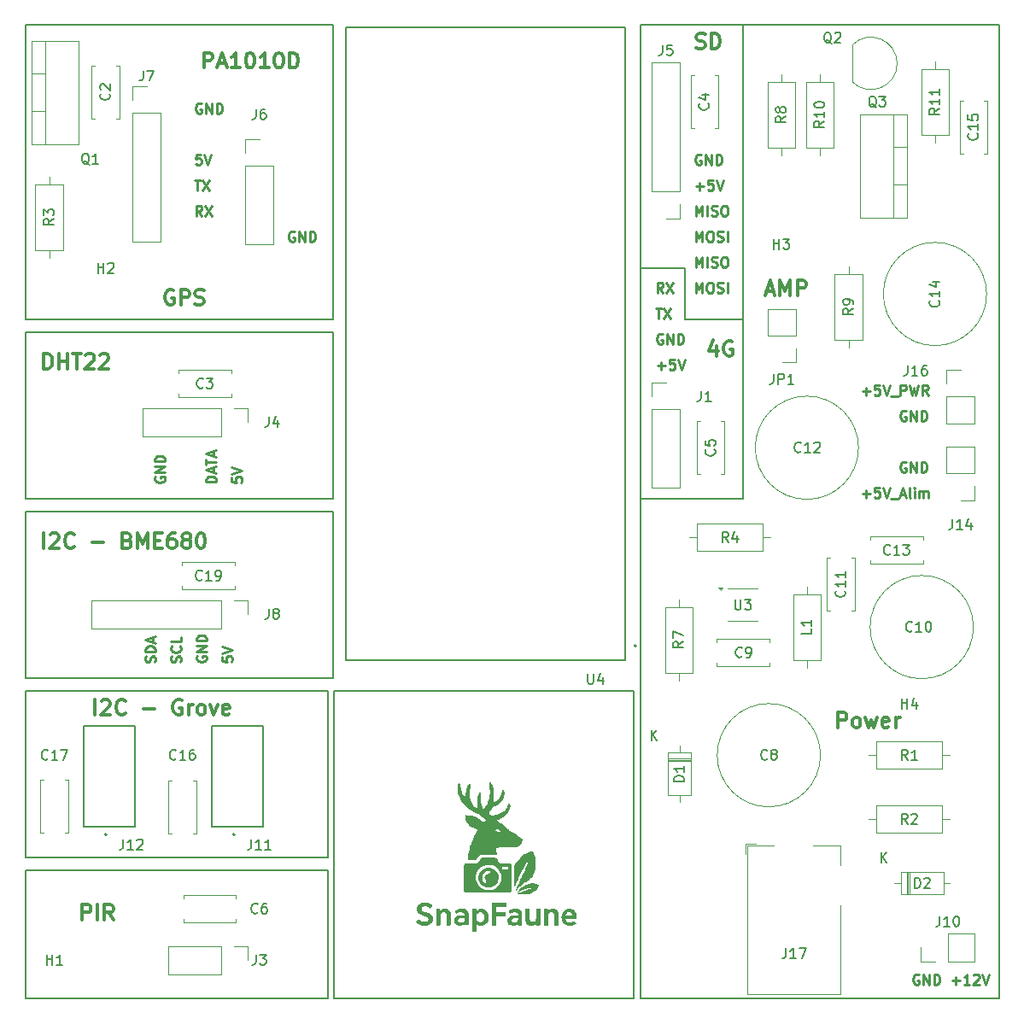
<source format=gbr>
%TF.GenerationSoftware,KiCad,Pcbnew,9.0.7-9.0.7~ubuntu24.04.1*%
%TF.CreationDate,2026-02-02T16:30:08+01:00*%
%TF.ProjectId,Main,4d61696e-2e6b-4696-9361-645f70636258,rev?*%
%TF.SameCoordinates,Original*%
%TF.FileFunction,Legend,Top*%
%TF.FilePolarity,Positive*%
%FSLAX46Y46*%
G04 Gerber Fmt 4.6, Leading zero omitted, Abs format (unit mm)*
G04 Created by KiCad (PCBNEW 9.0.7-9.0.7~ubuntu24.04.1) date 2026-02-02 16:30:08*
%MOMM*%
%LPD*%
G01*
G04 APERTURE LIST*
%ADD10C,0.200000*%
%ADD11C,0.250000*%
%ADD12C,0.300000*%
%ADD13C,0.150000*%
%ADD14C,0.120000*%
%ADD15C,0.127000*%
%ADD16C,0.000000*%
G04 APERTURE END LIST*
D10*
X101270000Y-82220000D02*
X131750000Y-82220000D01*
X131750000Y-98730000D01*
X101270000Y-98730000D01*
X101270000Y-82220000D01*
X131826000Y-117780000D02*
X161544000Y-117780000D01*
X161544000Y-148260000D01*
X131826000Y-148260000D01*
X131826000Y-117780000D01*
X101270000Y-117780000D02*
X131242000Y-117780000D01*
X131242000Y-134290000D01*
X101270000Y-134290000D01*
X101270000Y-117780000D01*
X166675000Y-75870000D02*
X166675000Y-80950000D01*
X162230000Y-51740000D02*
X172390000Y-51740000D01*
X172390000Y-98730000D01*
X162230000Y-98730000D01*
X162230000Y-51740000D01*
X162230000Y-51740000D02*
X197790000Y-51740000D01*
X197790000Y-148260000D01*
X162230000Y-148260000D01*
X162230000Y-51740000D01*
X101270000Y-135560000D02*
X131242000Y-135560000D01*
X131242000Y-148260000D01*
X101270000Y-148260000D01*
X101270000Y-135560000D01*
X166675000Y-80950000D02*
X172390000Y-80950000D01*
X162230000Y-75870000D02*
X166675000Y-75870000D01*
X101270000Y-51740000D02*
X131750000Y-51740000D01*
X131750000Y-80950000D01*
X101270000Y-80950000D01*
X101270000Y-51740000D01*
X101270000Y-100000000D02*
X131750000Y-100000000D01*
X131750000Y-116510000D01*
X101270000Y-116510000D01*
X101270000Y-100000000D01*
D11*
X118706377Y-59542238D02*
X118611139Y-59494619D01*
X118611139Y-59494619D02*
X118468282Y-59494619D01*
X118468282Y-59494619D02*
X118325425Y-59542238D01*
X118325425Y-59542238D02*
X118230187Y-59637476D01*
X118230187Y-59637476D02*
X118182568Y-59732714D01*
X118182568Y-59732714D02*
X118134949Y-59923190D01*
X118134949Y-59923190D02*
X118134949Y-60066047D01*
X118134949Y-60066047D02*
X118182568Y-60256523D01*
X118182568Y-60256523D02*
X118230187Y-60351761D01*
X118230187Y-60351761D02*
X118325425Y-60447000D01*
X118325425Y-60447000D02*
X118468282Y-60494619D01*
X118468282Y-60494619D02*
X118563520Y-60494619D01*
X118563520Y-60494619D02*
X118706377Y-60447000D01*
X118706377Y-60447000D02*
X118753996Y-60399380D01*
X118753996Y-60399380D02*
X118753996Y-60066047D01*
X118753996Y-60066047D02*
X118563520Y-60066047D01*
X119182568Y-60494619D02*
X119182568Y-59494619D01*
X119182568Y-59494619D02*
X119753996Y-60494619D01*
X119753996Y-60494619D02*
X119753996Y-59494619D01*
X120230187Y-60494619D02*
X120230187Y-59494619D01*
X120230187Y-59494619D02*
X120468282Y-59494619D01*
X120468282Y-59494619D02*
X120611139Y-59542238D01*
X120611139Y-59542238D02*
X120706377Y-59637476D01*
X120706377Y-59637476D02*
X120753996Y-59732714D01*
X120753996Y-59732714D02*
X120801615Y-59923190D01*
X120801615Y-59923190D02*
X120801615Y-60066047D01*
X120801615Y-60066047D02*
X120753996Y-60256523D01*
X120753996Y-60256523D02*
X120706377Y-60351761D01*
X120706377Y-60351761D02*
X120611139Y-60447000D01*
X120611139Y-60447000D02*
X120468282Y-60494619D01*
X120468282Y-60494619D02*
X120230187Y-60494619D01*
D12*
X118969510Y-55985828D02*
X118969510Y-54485828D01*
X118969510Y-54485828D02*
X119540939Y-54485828D01*
X119540939Y-54485828D02*
X119683796Y-54557257D01*
X119683796Y-54557257D02*
X119755225Y-54628685D01*
X119755225Y-54628685D02*
X119826653Y-54771542D01*
X119826653Y-54771542D02*
X119826653Y-54985828D01*
X119826653Y-54985828D02*
X119755225Y-55128685D01*
X119755225Y-55128685D02*
X119683796Y-55200114D01*
X119683796Y-55200114D02*
X119540939Y-55271542D01*
X119540939Y-55271542D02*
X118969510Y-55271542D01*
X120398082Y-55557257D02*
X121112368Y-55557257D01*
X120255225Y-55985828D02*
X120755225Y-54485828D01*
X120755225Y-54485828D02*
X121255225Y-55985828D01*
X122540939Y-55985828D02*
X121683796Y-55985828D01*
X122112367Y-55985828D02*
X122112367Y-54485828D01*
X122112367Y-54485828D02*
X121969510Y-54700114D01*
X121969510Y-54700114D02*
X121826653Y-54842971D01*
X121826653Y-54842971D02*
X121683796Y-54914400D01*
X123469510Y-54485828D02*
X123612367Y-54485828D01*
X123612367Y-54485828D02*
X123755224Y-54557257D01*
X123755224Y-54557257D02*
X123826653Y-54628685D01*
X123826653Y-54628685D02*
X123898081Y-54771542D01*
X123898081Y-54771542D02*
X123969510Y-55057257D01*
X123969510Y-55057257D02*
X123969510Y-55414400D01*
X123969510Y-55414400D02*
X123898081Y-55700114D01*
X123898081Y-55700114D02*
X123826653Y-55842971D01*
X123826653Y-55842971D02*
X123755224Y-55914400D01*
X123755224Y-55914400D02*
X123612367Y-55985828D01*
X123612367Y-55985828D02*
X123469510Y-55985828D01*
X123469510Y-55985828D02*
X123326653Y-55914400D01*
X123326653Y-55914400D02*
X123255224Y-55842971D01*
X123255224Y-55842971D02*
X123183795Y-55700114D01*
X123183795Y-55700114D02*
X123112367Y-55414400D01*
X123112367Y-55414400D02*
X123112367Y-55057257D01*
X123112367Y-55057257D02*
X123183795Y-54771542D01*
X123183795Y-54771542D02*
X123255224Y-54628685D01*
X123255224Y-54628685D02*
X123326653Y-54557257D01*
X123326653Y-54557257D02*
X123469510Y-54485828D01*
X125398081Y-55985828D02*
X124540938Y-55985828D01*
X124969509Y-55985828D02*
X124969509Y-54485828D01*
X124969509Y-54485828D02*
X124826652Y-54700114D01*
X124826652Y-54700114D02*
X124683795Y-54842971D01*
X124683795Y-54842971D02*
X124540938Y-54914400D01*
X126326652Y-54485828D02*
X126469509Y-54485828D01*
X126469509Y-54485828D02*
X126612366Y-54557257D01*
X126612366Y-54557257D02*
X126683795Y-54628685D01*
X126683795Y-54628685D02*
X126755223Y-54771542D01*
X126755223Y-54771542D02*
X126826652Y-55057257D01*
X126826652Y-55057257D02*
X126826652Y-55414400D01*
X126826652Y-55414400D02*
X126755223Y-55700114D01*
X126755223Y-55700114D02*
X126683795Y-55842971D01*
X126683795Y-55842971D02*
X126612366Y-55914400D01*
X126612366Y-55914400D02*
X126469509Y-55985828D01*
X126469509Y-55985828D02*
X126326652Y-55985828D01*
X126326652Y-55985828D02*
X126183795Y-55914400D01*
X126183795Y-55914400D02*
X126112366Y-55842971D01*
X126112366Y-55842971D02*
X126040937Y-55700114D01*
X126040937Y-55700114D02*
X125969509Y-55414400D01*
X125969509Y-55414400D02*
X125969509Y-55057257D01*
X125969509Y-55057257D02*
X126040937Y-54771542D01*
X126040937Y-54771542D02*
X126112366Y-54628685D01*
X126112366Y-54628685D02*
X126183795Y-54557257D01*
X126183795Y-54557257D02*
X126326652Y-54485828D01*
X127469508Y-55985828D02*
X127469508Y-54485828D01*
X127469508Y-54485828D02*
X127826651Y-54485828D01*
X127826651Y-54485828D02*
X128040937Y-54557257D01*
X128040937Y-54557257D02*
X128183794Y-54700114D01*
X128183794Y-54700114D02*
X128255223Y-54842971D01*
X128255223Y-54842971D02*
X128326651Y-55128685D01*
X128326651Y-55128685D02*
X128326651Y-55342971D01*
X128326651Y-55342971D02*
X128255223Y-55628685D01*
X128255223Y-55628685D02*
X128183794Y-55771542D01*
X128183794Y-55771542D02*
X128040937Y-55914400D01*
X128040937Y-55914400D02*
X127826651Y-55985828D01*
X127826651Y-55985828D02*
X127469508Y-55985828D01*
X169777368Y-83560828D02*
X169777368Y-84560828D01*
X169420225Y-82989400D02*
X169063082Y-84060828D01*
X169063082Y-84060828D02*
X169991653Y-84060828D01*
X171348796Y-83132257D02*
X171205939Y-83060828D01*
X171205939Y-83060828D02*
X170991653Y-83060828D01*
X170991653Y-83060828D02*
X170777367Y-83132257D01*
X170777367Y-83132257D02*
X170634510Y-83275114D01*
X170634510Y-83275114D02*
X170563081Y-83417971D01*
X170563081Y-83417971D02*
X170491653Y-83703685D01*
X170491653Y-83703685D02*
X170491653Y-83917971D01*
X170491653Y-83917971D02*
X170563081Y-84203685D01*
X170563081Y-84203685D02*
X170634510Y-84346542D01*
X170634510Y-84346542D02*
X170777367Y-84489400D01*
X170777367Y-84489400D02*
X170991653Y-84560828D01*
X170991653Y-84560828D02*
X171134510Y-84560828D01*
X171134510Y-84560828D02*
X171348796Y-84489400D01*
X171348796Y-84489400D02*
X171420224Y-84417971D01*
X171420224Y-84417971D02*
X171420224Y-83917971D01*
X171420224Y-83917971D02*
X171134510Y-83917971D01*
D11*
X188556377Y-95102238D02*
X188461139Y-95054619D01*
X188461139Y-95054619D02*
X188318282Y-95054619D01*
X188318282Y-95054619D02*
X188175425Y-95102238D01*
X188175425Y-95102238D02*
X188080187Y-95197476D01*
X188080187Y-95197476D02*
X188032568Y-95292714D01*
X188032568Y-95292714D02*
X187984949Y-95483190D01*
X187984949Y-95483190D02*
X187984949Y-95626047D01*
X187984949Y-95626047D02*
X188032568Y-95816523D01*
X188032568Y-95816523D02*
X188080187Y-95911761D01*
X188080187Y-95911761D02*
X188175425Y-96007000D01*
X188175425Y-96007000D02*
X188318282Y-96054619D01*
X188318282Y-96054619D02*
X188413520Y-96054619D01*
X188413520Y-96054619D02*
X188556377Y-96007000D01*
X188556377Y-96007000D02*
X188603996Y-95959380D01*
X188603996Y-95959380D02*
X188603996Y-95626047D01*
X188603996Y-95626047D02*
X188413520Y-95626047D01*
X189032568Y-96054619D02*
X189032568Y-95054619D01*
X189032568Y-95054619D02*
X189603996Y-96054619D01*
X189603996Y-96054619D02*
X189603996Y-95054619D01*
X190080187Y-96054619D02*
X190080187Y-95054619D01*
X190080187Y-95054619D02*
X190318282Y-95054619D01*
X190318282Y-95054619D02*
X190461139Y-95102238D01*
X190461139Y-95102238D02*
X190556377Y-95197476D01*
X190556377Y-95197476D02*
X190603996Y-95292714D01*
X190603996Y-95292714D02*
X190651615Y-95483190D01*
X190651615Y-95483190D02*
X190651615Y-95626047D01*
X190651615Y-95626047D02*
X190603996Y-95816523D01*
X190603996Y-95816523D02*
X190556377Y-95911761D01*
X190556377Y-95911761D02*
X190461139Y-96007000D01*
X190461139Y-96007000D02*
X190318282Y-96054619D01*
X190318282Y-96054619D02*
X190080187Y-96054619D01*
D12*
X106904510Y-140440828D02*
X106904510Y-138940828D01*
X106904510Y-138940828D02*
X107475939Y-138940828D01*
X107475939Y-138940828D02*
X107618796Y-139012257D01*
X107618796Y-139012257D02*
X107690225Y-139083685D01*
X107690225Y-139083685D02*
X107761653Y-139226542D01*
X107761653Y-139226542D02*
X107761653Y-139440828D01*
X107761653Y-139440828D02*
X107690225Y-139583685D01*
X107690225Y-139583685D02*
X107618796Y-139655114D01*
X107618796Y-139655114D02*
X107475939Y-139726542D01*
X107475939Y-139726542D02*
X106904510Y-139726542D01*
X108404510Y-140440828D02*
X108404510Y-138940828D01*
X109975939Y-140440828D02*
X109475939Y-139726542D01*
X109118796Y-140440828D02*
X109118796Y-138940828D01*
X109118796Y-138940828D02*
X109690225Y-138940828D01*
X109690225Y-138940828D02*
X109833082Y-139012257D01*
X109833082Y-139012257D02*
X109904511Y-139083685D01*
X109904511Y-139083685D02*
X109975939Y-139226542D01*
X109975939Y-139226542D02*
X109975939Y-139440828D01*
X109975939Y-139440828D02*
X109904511Y-139583685D01*
X109904511Y-139583685D02*
X109833082Y-139655114D01*
X109833082Y-139655114D02*
X109690225Y-139726542D01*
X109690225Y-139726542D02*
X109118796Y-139726542D01*
D11*
X127926377Y-72242238D02*
X127831139Y-72194619D01*
X127831139Y-72194619D02*
X127688282Y-72194619D01*
X127688282Y-72194619D02*
X127545425Y-72242238D01*
X127545425Y-72242238D02*
X127450187Y-72337476D01*
X127450187Y-72337476D02*
X127402568Y-72432714D01*
X127402568Y-72432714D02*
X127354949Y-72623190D01*
X127354949Y-72623190D02*
X127354949Y-72766047D01*
X127354949Y-72766047D02*
X127402568Y-72956523D01*
X127402568Y-72956523D02*
X127450187Y-73051761D01*
X127450187Y-73051761D02*
X127545425Y-73147000D01*
X127545425Y-73147000D02*
X127688282Y-73194619D01*
X127688282Y-73194619D02*
X127783520Y-73194619D01*
X127783520Y-73194619D02*
X127926377Y-73147000D01*
X127926377Y-73147000D02*
X127973996Y-73099380D01*
X127973996Y-73099380D02*
X127973996Y-72766047D01*
X127973996Y-72766047D02*
X127783520Y-72766047D01*
X128402568Y-73194619D02*
X128402568Y-72194619D01*
X128402568Y-72194619D02*
X128973996Y-73194619D01*
X128973996Y-73194619D02*
X128973996Y-72194619D01*
X129450187Y-73194619D02*
X129450187Y-72194619D01*
X129450187Y-72194619D02*
X129688282Y-72194619D01*
X129688282Y-72194619D02*
X129831139Y-72242238D01*
X129831139Y-72242238D02*
X129926377Y-72337476D01*
X129926377Y-72337476D02*
X129973996Y-72432714D01*
X129973996Y-72432714D02*
X130021615Y-72623190D01*
X130021615Y-72623190D02*
X130021615Y-72766047D01*
X130021615Y-72766047D02*
X129973996Y-72956523D01*
X129973996Y-72956523D02*
X129926377Y-73051761D01*
X129926377Y-73051761D02*
X129831139Y-73147000D01*
X129831139Y-73147000D02*
X129688282Y-73194619D01*
X129688282Y-73194619D02*
X129450187Y-73194619D01*
X164426377Y-82402238D02*
X164331139Y-82354619D01*
X164331139Y-82354619D02*
X164188282Y-82354619D01*
X164188282Y-82354619D02*
X164045425Y-82402238D01*
X164045425Y-82402238D02*
X163950187Y-82497476D01*
X163950187Y-82497476D02*
X163902568Y-82592714D01*
X163902568Y-82592714D02*
X163854949Y-82783190D01*
X163854949Y-82783190D02*
X163854949Y-82926047D01*
X163854949Y-82926047D02*
X163902568Y-83116523D01*
X163902568Y-83116523D02*
X163950187Y-83211761D01*
X163950187Y-83211761D02*
X164045425Y-83307000D01*
X164045425Y-83307000D02*
X164188282Y-83354619D01*
X164188282Y-83354619D02*
X164283520Y-83354619D01*
X164283520Y-83354619D02*
X164426377Y-83307000D01*
X164426377Y-83307000D02*
X164473996Y-83259380D01*
X164473996Y-83259380D02*
X164473996Y-82926047D01*
X164473996Y-82926047D02*
X164283520Y-82926047D01*
X164902568Y-83354619D02*
X164902568Y-82354619D01*
X164902568Y-82354619D02*
X165473996Y-83354619D01*
X165473996Y-83354619D02*
X165473996Y-82354619D01*
X165950187Y-83354619D02*
X165950187Y-82354619D01*
X165950187Y-82354619D02*
X166188282Y-82354619D01*
X166188282Y-82354619D02*
X166331139Y-82402238D01*
X166331139Y-82402238D02*
X166426377Y-82497476D01*
X166426377Y-82497476D02*
X166473996Y-82592714D01*
X166473996Y-82592714D02*
X166521615Y-82783190D01*
X166521615Y-82783190D02*
X166521615Y-82926047D01*
X166521615Y-82926047D02*
X166473996Y-83116523D01*
X166473996Y-83116523D02*
X166426377Y-83211761D01*
X166426377Y-83211761D02*
X166331139Y-83307000D01*
X166331139Y-83307000D02*
X166188282Y-83354619D01*
X166188282Y-83354619D02*
X165950187Y-83354619D01*
X120784619Y-114361241D02*
X120784619Y-114837431D01*
X120784619Y-114837431D02*
X121260809Y-114885050D01*
X121260809Y-114885050D02*
X121213190Y-114837431D01*
X121213190Y-114837431D02*
X121165571Y-114742193D01*
X121165571Y-114742193D02*
X121165571Y-114504098D01*
X121165571Y-114504098D02*
X121213190Y-114408860D01*
X121213190Y-114408860D02*
X121260809Y-114361241D01*
X121260809Y-114361241D02*
X121356047Y-114313622D01*
X121356047Y-114313622D02*
X121594142Y-114313622D01*
X121594142Y-114313622D02*
X121689380Y-114361241D01*
X121689380Y-114361241D02*
X121737000Y-114408860D01*
X121737000Y-114408860D02*
X121784619Y-114504098D01*
X121784619Y-114504098D02*
X121784619Y-114742193D01*
X121784619Y-114742193D02*
X121737000Y-114837431D01*
X121737000Y-114837431D02*
X121689380Y-114885050D01*
X120784619Y-114027907D02*
X121784619Y-113694574D01*
X121784619Y-113694574D02*
X120784619Y-113361241D01*
X184222568Y-98213666D02*
X184984473Y-98213666D01*
X184603520Y-98594619D02*
X184603520Y-97832714D01*
X185936853Y-97594619D02*
X185460663Y-97594619D01*
X185460663Y-97594619D02*
X185413044Y-98070809D01*
X185413044Y-98070809D02*
X185460663Y-98023190D01*
X185460663Y-98023190D02*
X185555901Y-97975571D01*
X185555901Y-97975571D02*
X185793996Y-97975571D01*
X185793996Y-97975571D02*
X185889234Y-98023190D01*
X185889234Y-98023190D02*
X185936853Y-98070809D01*
X185936853Y-98070809D02*
X185984472Y-98166047D01*
X185984472Y-98166047D02*
X185984472Y-98404142D01*
X185984472Y-98404142D02*
X185936853Y-98499380D01*
X185936853Y-98499380D02*
X185889234Y-98547000D01*
X185889234Y-98547000D02*
X185793996Y-98594619D01*
X185793996Y-98594619D02*
X185555901Y-98594619D01*
X185555901Y-98594619D02*
X185460663Y-98547000D01*
X185460663Y-98547000D02*
X185413044Y-98499380D01*
X186270187Y-97594619D02*
X186603520Y-98594619D01*
X186603520Y-98594619D02*
X186936853Y-97594619D01*
X187032092Y-98689857D02*
X187793996Y-98689857D01*
X187984473Y-98308904D02*
X188460663Y-98308904D01*
X187889235Y-98594619D02*
X188222568Y-97594619D01*
X188222568Y-97594619D02*
X188555901Y-98594619D01*
X189032092Y-98594619D02*
X188936854Y-98547000D01*
X188936854Y-98547000D02*
X188889235Y-98451761D01*
X188889235Y-98451761D02*
X188889235Y-97594619D01*
X189413045Y-98594619D02*
X189413045Y-97927952D01*
X189413045Y-97594619D02*
X189365426Y-97642238D01*
X189365426Y-97642238D02*
X189413045Y-97689857D01*
X189413045Y-97689857D02*
X189460664Y-97642238D01*
X189460664Y-97642238D02*
X189413045Y-97594619D01*
X189413045Y-97594619D02*
X189413045Y-97689857D01*
X189889235Y-98594619D02*
X189889235Y-97927952D01*
X189889235Y-98023190D02*
X189936854Y-97975571D01*
X189936854Y-97975571D02*
X190032092Y-97927952D01*
X190032092Y-97927952D02*
X190174949Y-97927952D01*
X190174949Y-97927952D02*
X190270187Y-97975571D01*
X190270187Y-97975571D02*
X190317806Y-98070809D01*
X190317806Y-98070809D02*
X190317806Y-98594619D01*
X190317806Y-98070809D02*
X190365425Y-97975571D01*
X190365425Y-97975571D02*
X190460663Y-97927952D01*
X190460663Y-97927952D02*
X190603520Y-97927952D01*
X190603520Y-97927952D02*
X190698759Y-97975571D01*
X190698759Y-97975571D02*
X190746378Y-98070809D01*
X190746378Y-98070809D02*
X190746378Y-98594619D01*
X118753996Y-70654619D02*
X118420663Y-70178428D01*
X118182568Y-70654619D02*
X118182568Y-69654619D01*
X118182568Y-69654619D02*
X118563520Y-69654619D01*
X118563520Y-69654619D02*
X118658758Y-69702238D01*
X118658758Y-69702238D02*
X118706377Y-69749857D01*
X118706377Y-69749857D02*
X118753996Y-69845095D01*
X118753996Y-69845095D02*
X118753996Y-69987952D01*
X118753996Y-69987952D02*
X118706377Y-70083190D01*
X118706377Y-70083190D02*
X118658758Y-70130809D01*
X118658758Y-70130809D02*
X118563520Y-70178428D01*
X118563520Y-70178428D02*
X118182568Y-70178428D01*
X119087330Y-69654619D02*
X119753996Y-70654619D01*
X119753996Y-69654619D02*
X119087330Y-70654619D01*
X120184619Y-97057431D02*
X119184619Y-97057431D01*
X119184619Y-97057431D02*
X119184619Y-96819336D01*
X119184619Y-96819336D02*
X119232238Y-96676479D01*
X119232238Y-96676479D02*
X119327476Y-96581241D01*
X119327476Y-96581241D02*
X119422714Y-96533622D01*
X119422714Y-96533622D02*
X119613190Y-96486003D01*
X119613190Y-96486003D02*
X119756047Y-96486003D01*
X119756047Y-96486003D02*
X119946523Y-96533622D01*
X119946523Y-96533622D02*
X120041761Y-96581241D01*
X120041761Y-96581241D02*
X120137000Y-96676479D01*
X120137000Y-96676479D02*
X120184619Y-96819336D01*
X120184619Y-96819336D02*
X120184619Y-97057431D01*
X119898904Y-96105050D02*
X119898904Y-95628860D01*
X120184619Y-96200288D02*
X119184619Y-95866955D01*
X119184619Y-95866955D02*
X120184619Y-95533622D01*
X119184619Y-95343145D02*
X119184619Y-94771717D01*
X120184619Y-95057431D02*
X119184619Y-95057431D01*
X119898904Y-94486002D02*
X119898904Y-94009812D01*
X120184619Y-94581240D02*
X119184619Y-94247907D01*
X119184619Y-94247907D02*
X120184619Y-93914574D01*
X121724619Y-96581241D02*
X121724619Y-97057431D01*
X121724619Y-97057431D02*
X122200809Y-97105050D01*
X122200809Y-97105050D02*
X122153190Y-97057431D01*
X122153190Y-97057431D02*
X122105571Y-96962193D01*
X122105571Y-96962193D02*
X122105571Y-96724098D01*
X122105571Y-96724098D02*
X122153190Y-96628860D01*
X122153190Y-96628860D02*
X122200809Y-96581241D01*
X122200809Y-96581241D02*
X122296047Y-96533622D01*
X122296047Y-96533622D02*
X122534142Y-96533622D01*
X122534142Y-96533622D02*
X122629380Y-96581241D01*
X122629380Y-96581241D02*
X122677000Y-96628860D01*
X122677000Y-96628860D02*
X122724619Y-96724098D01*
X122724619Y-96724098D02*
X122724619Y-96962193D01*
X122724619Y-96962193D02*
X122677000Y-97057431D01*
X122677000Y-97057431D02*
X122629380Y-97105050D01*
X121724619Y-96247907D02*
X122724619Y-95914574D01*
X122724619Y-95914574D02*
X121724619Y-95581241D01*
X164473996Y-78274619D02*
X164140663Y-77798428D01*
X163902568Y-78274619D02*
X163902568Y-77274619D01*
X163902568Y-77274619D02*
X164283520Y-77274619D01*
X164283520Y-77274619D02*
X164378758Y-77322238D01*
X164378758Y-77322238D02*
X164426377Y-77369857D01*
X164426377Y-77369857D02*
X164473996Y-77465095D01*
X164473996Y-77465095D02*
X164473996Y-77607952D01*
X164473996Y-77607952D02*
X164426377Y-77703190D01*
X164426377Y-77703190D02*
X164378758Y-77750809D01*
X164378758Y-77750809D02*
X164283520Y-77798428D01*
X164283520Y-77798428D02*
X163902568Y-77798428D01*
X164807330Y-77274619D02*
X165473996Y-78274619D01*
X165473996Y-77274619D02*
X164807330Y-78274619D01*
X116657000Y-114885050D02*
X116704619Y-114742193D01*
X116704619Y-114742193D02*
X116704619Y-114504098D01*
X116704619Y-114504098D02*
X116657000Y-114408860D01*
X116657000Y-114408860D02*
X116609380Y-114361241D01*
X116609380Y-114361241D02*
X116514142Y-114313622D01*
X116514142Y-114313622D02*
X116418904Y-114313622D01*
X116418904Y-114313622D02*
X116323666Y-114361241D01*
X116323666Y-114361241D02*
X116276047Y-114408860D01*
X116276047Y-114408860D02*
X116228428Y-114504098D01*
X116228428Y-114504098D02*
X116180809Y-114694574D01*
X116180809Y-114694574D02*
X116133190Y-114789812D01*
X116133190Y-114789812D02*
X116085571Y-114837431D01*
X116085571Y-114837431D02*
X115990333Y-114885050D01*
X115990333Y-114885050D02*
X115895095Y-114885050D01*
X115895095Y-114885050D02*
X115799857Y-114837431D01*
X115799857Y-114837431D02*
X115752238Y-114789812D01*
X115752238Y-114789812D02*
X115704619Y-114694574D01*
X115704619Y-114694574D02*
X115704619Y-114456479D01*
X115704619Y-114456479D02*
X115752238Y-114313622D01*
X116609380Y-113313622D02*
X116657000Y-113361241D01*
X116657000Y-113361241D02*
X116704619Y-113504098D01*
X116704619Y-113504098D02*
X116704619Y-113599336D01*
X116704619Y-113599336D02*
X116657000Y-113742193D01*
X116657000Y-113742193D02*
X116561761Y-113837431D01*
X116561761Y-113837431D02*
X116466523Y-113885050D01*
X116466523Y-113885050D02*
X116276047Y-113932669D01*
X116276047Y-113932669D02*
X116133190Y-113932669D01*
X116133190Y-113932669D02*
X115942714Y-113885050D01*
X115942714Y-113885050D02*
X115847476Y-113837431D01*
X115847476Y-113837431D02*
X115752238Y-113742193D01*
X115752238Y-113742193D02*
X115704619Y-113599336D01*
X115704619Y-113599336D02*
X115704619Y-113504098D01*
X115704619Y-113504098D02*
X115752238Y-113361241D01*
X115752238Y-113361241D02*
X115799857Y-113313622D01*
X116704619Y-112408860D02*
X116704619Y-112885050D01*
X116704619Y-112885050D02*
X115704619Y-112885050D01*
D12*
X103094510Y-85830828D02*
X103094510Y-84330828D01*
X103094510Y-84330828D02*
X103451653Y-84330828D01*
X103451653Y-84330828D02*
X103665939Y-84402257D01*
X103665939Y-84402257D02*
X103808796Y-84545114D01*
X103808796Y-84545114D02*
X103880225Y-84687971D01*
X103880225Y-84687971D02*
X103951653Y-84973685D01*
X103951653Y-84973685D02*
X103951653Y-85187971D01*
X103951653Y-85187971D02*
X103880225Y-85473685D01*
X103880225Y-85473685D02*
X103808796Y-85616542D01*
X103808796Y-85616542D02*
X103665939Y-85759400D01*
X103665939Y-85759400D02*
X103451653Y-85830828D01*
X103451653Y-85830828D02*
X103094510Y-85830828D01*
X104594510Y-85830828D02*
X104594510Y-84330828D01*
X104594510Y-85045114D02*
X105451653Y-85045114D01*
X105451653Y-85830828D02*
X105451653Y-84330828D01*
X105951654Y-84330828D02*
X106808797Y-84330828D01*
X106380225Y-85830828D02*
X106380225Y-84330828D01*
X107237368Y-84473685D02*
X107308796Y-84402257D01*
X107308796Y-84402257D02*
X107451654Y-84330828D01*
X107451654Y-84330828D02*
X107808796Y-84330828D01*
X107808796Y-84330828D02*
X107951654Y-84402257D01*
X107951654Y-84402257D02*
X108023082Y-84473685D01*
X108023082Y-84473685D02*
X108094511Y-84616542D01*
X108094511Y-84616542D02*
X108094511Y-84759400D01*
X108094511Y-84759400D02*
X108023082Y-84973685D01*
X108023082Y-84973685D02*
X107165939Y-85830828D01*
X107165939Y-85830828D02*
X108094511Y-85830828D01*
X108665939Y-84473685D02*
X108737367Y-84402257D01*
X108737367Y-84402257D02*
X108880225Y-84330828D01*
X108880225Y-84330828D02*
X109237367Y-84330828D01*
X109237367Y-84330828D02*
X109380225Y-84402257D01*
X109380225Y-84402257D02*
X109451653Y-84473685D01*
X109451653Y-84473685D02*
X109523082Y-84616542D01*
X109523082Y-84616542D02*
X109523082Y-84759400D01*
X109523082Y-84759400D02*
X109451653Y-84973685D01*
X109451653Y-84973685D02*
X108594510Y-85830828D01*
X108594510Y-85830828D02*
X109523082Y-85830828D01*
X167793082Y-54009400D02*
X168007368Y-54080828D01*
X168007368Y-54080828D02*
X168364510Y-54080828D01*
X168364510Y-54080828D02*
X168507368Y-54009400D01*
X168507368Y-54009400D02*
X168578796Y-53937971D01*
X168578796Y-53937971D02*
X168650225Y-53795114D01*
X168650225Y-53795114D02*
X168650225Y-53652257D01*
X168650225Y-53652257D02*
X168578796Y-53509400D01*
X168578796Y-53509400D02*
X168507368Y-53437971D01*
X168507368Y-53437971D02*
X168364510Y-53366542D01*
X168364510Y-53366542D02*
X168078796Y-53295114D01*
X168078796Y-53295114D02*
X167935939Y-53223685D01*
X167935939Y-53223685D02*
X167864510Y-53152257D01*
X167864510Y-53152257D02*
X167793082Y-53009400D01*
X167793082Y-53009400D02*
X167793082Y-52866542D01*
X167793082Y-52866542D02*
X167864510Y-52723685D01*
X167864510Y-52723685D02*
X167935939Y-52652257D01*
X167935939Y-52652257D02*
X168078796Y-52580828D01*
X168078796Y-52580828D02*
X168435939Y-52580828D01*
X168435939Y-52580828D02*
X168650225Y-52652257D01*
X169293081Y-54080828D02*
X169293081Y-52580828D01*
X169293081Y-52580828D02*
X169650224Y-52580828D01*
X169650224Y-52580828D02*
X169864510Y-52652257D01*
X169864510Y-52652257D02*
X170007367Y-52795114D01*
X170007367Y-52795114D02*
X170078796Y-52937971D01*
X170078796Y-52937971D02*
X170150224Y-53223685D01*
X170150224Y-53223685D02*
X170150224Y-53437971D01*
X170150224Y-53437971D02*
X170078796Y-53723685D01*
X170078796Y-53723685D02*
X170007367Y-53866542D01*
X170007367Y-53866542D02*
X169864510Y-54009400D01*
X169864510Y-54009400D02*
X169650224Y-54080828D01*
X169650224Y-54080828D02*
X169293081Y-54080828D01*
D11*
X167712568Y-75734619D02*
X167712568Y-74734619D01*
X167712568Y-74734619D02*
X168045901Y-75448904D01*
X168045901Y-75448904D02*
X168379234Y-74734619D01*
X168379234Y-74734619D02*
X168379234Y-75734619D01*
X168855425Y-75734619D02*
X168855425Y-74734619D01*
X169283996Y-75687000D02*
X169426853Y-75734619D01*
X169426853Y-75734619D02*
X169664948Y-75734619D01*
X169664948Y-75734619D02*
X169760186Y-75687000D01*
X169760186Y-75687000D02*
X169807805Y-75639380D01*
X169807805Y-75639380D02*
X169855424Y-75544142D01*
X169855424Y-75544142D02*
X169855424Y-75448904D01*
X169855424Y-75448904D02*
X169807805Y-75353666D01*
X169807805Y-75353666D02*
X169760186Y-75306047D01*
X169760186Y-75306047D02*
X169664948Y-75258428D01*
X169664948Y-75258428D02*
X169474472Y-75210809D01*
X169474472Y-75210809D02*
X169379234Y-75163190D01*
X169379234Y-75163190D02*
X169331615Y-75115571D01*
X169331615Y-75115571D02*
X169283996Y-75020333D01*
X169283996Y-75020333D02*
X169283996Y-74925095D01*
X169283996Y-74925095D02*
X169331615Y-74829857D01*
X169331615Y-74829857D02*
X169379234Y-74782238D01*
X169379234Y-74782238D02*
X169474472Y-74734619D01*
X169474472Y-74734619D02*
X169712567Y-74734619D01*
X169712567Y-74734619D02*
X169855424Y-74782238D01*
X170474472Y-74734619D02*
X170664948Y-74734619D01*
X170664948Y-74734619D02*
X170760186Y-74782238D01*
X170760186Y-74782238D02*
X170855424Y-74877476D01*
X170855424Y-74877476D02*
X170903043Y-75067952D01*
X170903043Y-75067952D02*
X170903043Y-75401285D01*
X170903043Y-75401285D02*
X170855424Y-75591761D01*
X170855424Y-75591761D02*
X170760186Y-75687000D01*
X170760186Y-75687000D02*
X170664948Y-75734619D01*
X170664948Y-75734619D02*
X170474472Y-75734619D01*
X170474472Y-75734619D02*
X170379234Y-75687000D01*
X170379234Y-75687000D02*
X170283996Y-75591761D01*
X170283996Y-75591761D02*
X170236377Y-75401285D01*
X170236377Y-75401285D02*
X170236377Y-75067952D01*
X170236377Y-75067952D02*
X170283996Y-74877476D01*
X170283996Y-74877476D02*
X170379234Y-74782238D01*
X170379234Y-74782238D02*
X170474472Y-74734619D01*
X118039711Y-67114619D02*
X118611139Y-67114619D01*
X118325425Y-68114619D02*
X118325425Y-67114619D01*
X118849235Y-67114619D02*
X119515901Y-68114619D01*
X119515901Y-67114619D02*
X118849235Y-68114619D01*
D12*
X108174510Y-120120828D02*
X108174510Y-118620828D01*
X108817368Y-118763685D02*
X108888796Y-118692257D01*
X108888796Y-118692257D02*
X109031654Y-118620828D01*
X109031654Y-118620828D02*
X109388796Y-118620828D01*
X109388796Y-118620828D02*
X109531654Y-118692257D01*
X109531654Y-118692257D02*
X109603082Y-118763685D01*
X109603082Y-118763685D02*
X109674511Y-118906542D01*
X109674511Y-118906542D02*
X109674511Y-119049400D01*
X109674511Y-119049400D02*
X109603082Y-119263685D01*
X109603082Y-119263685D02*
X108745939Y-120120828D01*
X108745939Y-120120828D02*
X109674511Y-120120828D01*
X111174510Y-119977971D02*
X111103082Y-120049400D01*
X111103082Y-120049400D02*
X110888796Y-120120828D01*
X110888796Y-120120828D02*
X110745939Y-120120828D01*
X110745939Y-120120828D02*
X110531653Y-120049400D01*
X110531653Y-120049400D02*
X110388796Y-119906542D01*
X110388796Y-119906542D02*
X110317367Y-119763685D01*
X110317367Y-119763685D02*
X110245939Y-119477971D01*
X110245939Y-119477971D02*
X110245939Y-119263685D01*
X110245939Y-119263685D02*
X110317367Y-118977971D01*
X110317367Y-118977971D02*
X110388796Y-118835114D01*
X110388796Y-118835114D02*
X110531653Y-118692257D01*
X110531653Y-118692257D02*
X110745939Y-118620828D01*
X110745939Y-118620828D02*
X110888796Y-118620828D01*
X110888796Y-118620828D02*
X111103082Y-118692257D01*
X111103082Y-118692257D02*
X111174510Y-118763685D01*
X112960224Y-119549400D02*
X114103082Y-119549400D01*
X116745939Y-118692257D02*
X116603082Y-118620828D01*
X116603082Y-118620828D02*
X116388796Y-118620828D01*
X116388796Y-118620828D02*
X116174510Y-118692257D01*
X116174510Y-118692257D02*
X116031653Y-118835114D01*
X116031653Y-118835114D02*
X115960224Y-118977971D01*
X115960224Y-118977971D02*
X115888796Y-119263685D01*
X115888796Y-119263685D02*
X115888796Y-119477971D01*
X115888796Y-119477971D02*
X115960224Y-119763685D01*
X115960224Y-119763685D02*
X116031653Y-119906542D01*
X116031653Y-119906542D02*
X116174510Y-120049400D01*
X116174510Y-120049400D02*
X116388796Y-120120828D01*
X116388796Y-120120828D02*
X116531653Y-120120828D01*
X116531653Y-120120828D02*
X116745939Y-120049400D01*
X116745939Y-120049400D02*
X116817367Y-119977971D01*
X116817367Y-119977971D02*
X116817367Y-119477971D01*
X116817367Y-119477971D02*
X116531653Y-119477971D01*
X117460224Y-120120828D02*
X117460224Y-119120828D01*
X117460224Y-119406542D02*
X117531653Y-119263685D01*
X117531653Y-119263685D02*
X117603082Y-119192257D01*
X117603082Y-119192257D02*
X117745939Y-119120828D01*
X117745939Y-119120828D02*
X117888796Y-119120828D01*
X118603081Y-120120828D02*
X118460224Y-120049400D01*
X118460224Y-120049400D02*
X118388795Y-119977971D01*
X118388795Y-119977971D02*
X118317367Y-119835114D01*
X118317367Y-119835114D02*
X118317367Y-119406542D01*
X118317367Y-119406542D02*
X118388795Y-119263685D01*
X118388795Y-119263685D02*
X118460224Y-119192257D01*
X118460224Y-119192257D02*
X118603081Y-119120828D01*
X118603081Y-119120828D02*
X118817367Y-119120828D01*
X118817367Y-119120828D02*
X118960224Y-119192257D01*
X118960224Y-119192257D02*
X119031653Y-119263685D01*
X119031653Y-119263685D02*
X119103081Y-119406542D01*
X119103081Y-119406542D02*
X119103081Y-119835114D01*
X119103081Y-119835114D02*
X119031653Y-119977971D01*
X119031653Y-119977971D02*
X118960224Y-120049400D01*
X118960224Y-120049400D02*
X118817367Y-120120828D01*
X118817367Y-120120828D02*
X118603081Y-120120828D01*
X119603081Y-119120828D02*
X119960224Y-120120828D01*
X119960224Y-120120828D02*
X120317367Y-119120828D01*
X121460224Y-120049400D02*
X121317367Y-120120828D01*
X121317367Y-120120828D02*
X121031653Y-120120828D01*
X121031653Y-120120828D02*
X120888795Y-120049400D01*
X120888795Y-120049400D02*
X120817367Y-119906542D01*
X120817367Y-119906542D02*
X120817367Y-119335114D01*
X120817367Y-119335114D02*
X120888795Y-119192257D01*
X120888795Y-119192257D02*
X121031653Y-119120828D01*
X121031653Y-119120828D02*
X121317367Y-119120828D01*
X121317367Y-119120828D02*
X121460224Y-119192257D01*
X121460224Y-119192257D02*
X121531653Y-119335114D01*
X121531653Y-119335114D02*
X121531653Y-119477971D01*
X121531653Y-119477971D02*
X120817367Y-119620828D01*
D11*
X167712568Y-73194619D02*
X167712568Y-72194619D01*
X167712568Y-72194619D02*
X168045901Y-72908904D01*
X168045901Y-72908904D02*
X168379234Y-72194619D01*
X168379234Y-72194619D02*
X168379234Y-73194619D01*
X169045901Y-72194619D02*
X169236377Y-72194619D01*
X169236377Y-72194619D02*
X169331615Y-72242238D01*
X169331615Y-72242238D02*
X169426853Y-72337476D01*
X169426853Y-72337476D02*
X169474472Y-72527952D01*
X169474472Y-72527952D02*
X169474472Y-72861285D01*
X169474472Y-72861285D02*
X169426853Y-73051761D01*
X169426853Y-73051761D02*
X169331615Y-73147000D01*
X169331615Y-73147000D02*
X169236377Y-73194619D01*
X169236377Y-73194619D02*
X169045901Y-73194619D01*
X169045901Y-73194619D02*
X168950663Y-73147000D01*
X168950663Y-73147000D02*
X168855425Y-73051761D01*
X168855425Y-73051761D02*
X168807806Y-72861285D01*
X168807806Y-72861285D02*
X168807806Y-72527952D01*
X168807806Y-72527952D02*
X168855425Y-72337476D01*
X168855425Y-72337476D02*
X168950663Y-72242238D01*
X168950663Y-72242238D02*
X169045901Y-72194619D01*
X169855425Y-73147000D02*
X169998282Y-73194619D01*
X169998282Y-73194619D02*
X170236377Y-73194619D01*
X170236377Y-73194619D02*
X170331615Y-73147000D01*
X170331615Y-73147000D02*
X170379234Y-73099380D01*
X170379234Y-73099380D02*
X170426853Y-73004142D01*
X170426853Y-73004142D02*
X170426853Y-72908904D01*
X170426853Y-72908904D02*
X170379234Y-72813666D01*
X170379234Y-72813666D02*
X170331615Y-72766047D01*
X170331615Y-72766047D02*
X170236377Y-72718428D01*
X170236377Y-72718428D02*
X170045901Y-72670809D01*
X170045901Y-72670809D02*
X169950663Y-72623190D01*
X169950663Y-72623190D02*
X169903044Y-72575571D01*
X169903044Y-72575571D02*
X169855425Y-72480333D01*
X169855425Y-72480333D02*
X169855425Y-72385095D01*
X169855425Y-72385095D02*
X169903044Y-72289857D01*
X169903044Y-72289857D02*
X169950663Y-72242238D01*
X169950663Y-72242238D02*
X170045901Y-72194619D01*
X170045901Y-72194619D02*
X170283996Y-72194619D01*
X170283996Y-72194619D02*
X170426853Y-72242238D01*
X170855425Y-73194619D02*
X170855425Y-72194619D01*
D12*
X174727082Y-78112257D02*
X175441368Y-78112257D01*
X174584225Y-78540828D02*
X175084225Y-77040828D01*
X175084225Y-77040828D02*
X175584225Y-78540828D01*
X176084224Y-78540828D02*
X176084224Y-77040828D01*
X176084224Y-77040828D02*
X176584224Y-78112257D01*
X176584224Y-78112257D02*
X177084224Y-77040828D01*
X177084224Y-77040828D02*
X177084224Y-78540828D01*
X177798510Y-78540828D02*
X177798510Y-77040828D01*
X177798510Y-77040828D02*
X178369939Y-77040828D01*
X178369939Y-77040828D02*
X178512796Y-77112257D01*
X178512796Y-77112257D02*
X178584225Y-77183685D01*
X178584225Y-77183685D02*
X178655653Y-77326542D01*
X178655653Y-77326542D02*
X178655653Y-77540828D01*
X178655653Y-77540828D02*
X178584225Y-77683685D01*
X178584225Y-77683685D02*
X178512796Y-77755114D01*
X178512796Y-77755114D02*
X178369939Y-77826542D01*
X178369939Y-77826542D02*
X177798510Y-77826542D01*
D11*
X163902568Y-85513666D02*
X164664473Y-85513666D01*
X164283520Y-85894619D02*
X164283520Y-85132714D01*
X165616853Y-84894619D02*
X165140663Y-84894619D01*
X165140663Y-84894619D02*
X165093044Y-85370809D01*
X165093044Y-85370809D02*
X165140663Y-85323190D01*
X165140663Y-85323190D02*
X165235901Y-85275571D01*
X165235901Y-85275571D02*
X165473996Y-85275571D01*
X165473996Y-85275571D02*
X165569234Y-85323190D01*
X165569234Y-85323190D02*
X165616853Y-85370809D01*
X165616853Y-85370809D02*
X165664472Y-85466047D01*
X165664472Y-85466047D02*
X165664472Y-85704142D01*
X165664472Y-85704142D02*
X165616853Y-85799380D01*
X165616853Y-85799380D02*
X165569234Y-85847000D01*
X165569234Y-85847000D02*
X165473996Y-85894619D01*
X165473996Y-85894619D02*
X165235901Y-85894619D01*
X165235901Y-85894619D02*
X165140663Y-85847000D01*
X165140663Y-85847000D02*
X165093044Y-85799380D01*
X165950187Y-84894619D02*
X166283520Y-85894619D01*
X166283520Y-85894619D02*
X166616853Y-84894619D01*
D12*
X115945225Y-78052257D02*
X115802368Y-77980828D01*
X115802368Y-77980828D02*
X115588082Y-77980828D01*
X115588082Y-77980828D02*
X115373796Y-78052257D01*
X115373796Y-78052257D02*
X115230939Y-78195114D01*
X115230939Y-78195114D02*
X115159510Y-78337971D01*
X115159510Y-78337971D02*
X115088082Y-78623685D01*
X115088082Y-78623685D02*
X115088082Y-78837971D01*
X115088082Y-78837971D02*
X115159510Y-79123685D01*
X115159510Y-79123685D02*
X115230939Y-79266542D01*
X115230939Y-79266542D02*
X115373796Y-79409400D01*
X115373796Y-79409400D02*
X115588082Y-79480828D01*
X115588082Y-79480828D02*
X115730939Y-79480828D01*
X115730939Y-79480828D02*
X115945225Y-79409400D01*
X115945225Y-79409400D02*
X116016653Y-79337971D01*
X116016653Y-79337971D02*
X116016653Y-78837971D01*
X116016653Y-78837971D02*
X115730939Y-78837971D01*
X116659510Y-79480828D02*
X116659510Y-77980828D01*
X116659510Y-77980828D02*
X117230939Y-77980828D01*
X117230939Y-77980828D02*
X117373796Y-78052257D01*
X117373796Y-78052257D02*
X117445225Y-78123685D01*
X117445225Y-78123685D02*
X117516653Y-78266542D01*
X117516653Y-78266542D02*
X117516653Y-78480828D01*
X117516653Y-78480828D02*
X117445225Y-78623685D01*
X117445225Y-78623685D02*
X117373796Y-78695114D01*
X117373796Y-78695114D02*
X117230939Y-78766542D01*
X117230939Y-78766542D02*
X116659510Y-78766542D01*
X118088082Y-79409400D02*
X118302368Y-79480828D01*
X118302368Y-79480828D02*
X118659510Y-79480828D01*
X118659510Y-79480828D02*
X118802368Y-79409400D01*
X118802368Y-79409400D02*
X118873796Y-79337971D01*
X118873796Y-79337971D02*
X118945225Y-79195114D01*
X118945225Y-79195114D02*
X118945225Y-79052257D01*
X118945225Y-79052257D02*
X118873796Y-78909400D01*
X118873796Y-78909400D02*
X118802368Y-78837971D01*
X118802368Y-78837971D02*
X118659510Y-78766542D01*
X118659510Y-78766542D02*
X118373796Y-78695114D01*
X118373796Y-78695114D02*
X118230939Y-78623685D01*
X118230939Y-78623685D02*
X118159510Y-78552257D01*
X118159510Y-78552257D02*
X118088082Y-78409400D01*
X118088082Y-78409400D02*
X118088082Y-78266542D01*
X118088082Y-78266542D02*
X118159510Y-78123685D01*
X118159510Y-78123685D02*
X118230939Y-78052257D01*
X118230939Y-78052257D02*
X118373796Y-77980828D01*
X118373796Y-77980828D02*
X118730939Y-77980828D01*
X118730939Y-77980828D02*
X118945225Y-78052257D01*
D11*
X167712568Y-78274619D02*
X167712568Y-77274619D01*
X167712568Y-77274619D02*
X168045901Y-77988904D01*
X168045901Y-77988904D02*
X168379234Y-77274619D01*
X168379234Y-77274619D02*
X168379234Y-78274619D01*
X169045901Y-77274619D02*
X169236377Y-77274619D01*
X169236377Y-77274619D02*
X169331615Y-77322238D01*
X169331615Y-77322238D02*
X169426853Y-77417476D01*
X169426853Y-77417476D02*
X169474472Y-77607952D01*
X169474472Y-77607952D02*
X169474472Y-77941285D01*
X169474472Y-77941285D02*
X169426853Y-78131761D01*
X169426853Y-78131761D02*
X169331615Y-78227000D01*
X169331615Y-78227000D02*
X169236377Y-78274619D01*
X169236377Y-78274619D02*
X169045901Y-78274619D01*
X169045901Y-78274619D02*
X168950663Y-78227000D01*
X168950663Y-78227000D02*
X168855425Y-78131761D01*
X168855425Y-78131761D02*
X168807806Y-77941285D01*
X168807806Y-77941285D02*
X168807806Y-77607952D01*
X168807806Y-77607952D02*
X168855425Y-77417476D01*
X168855425Y-77417476D02*
X168950663Y-77322238D01*
X168950663Y-77322238D02*
X169045901Y-77274619D01*
X169855425Y-78227000D02*
X169998282Y-78274619D01*
X169998282Y-78274619D02*
X170236377Y-78274619D01*
X170236377Y-78274619D02*
X170331615Y-78227000D01*
X170331615Y-78227000D02*
X170379234Y-78179380D01*
X170379234Y-78179380D02*
X170426853Y-78084142D01*
X170426853Y-78084142D02*
X170426853Y-77988904D01*
X170426853Y-77988904D02*
X170379234Y-77893666D01*
X170379234Y-77893666D02*
X170331615Y-77846047D01*
X170331615Y-77846047D02*
X170236377Y-77798428D01*
X170236377Y-77798428D02*
X170045901Y-77750809D01*
X170045901Y-77750809D02*
X169950663Y-77703190D01*
X169950663Y-77703190D02*
X169903044Y-77655571D01*
X169903044Y-77655571D02*
X169855425Y-77560333D01*
X169855425Y-77560333D02*
X169855425Y-77465095D01*
X169855425Y-77465095D02*
X169903044Y-77369857D01*
X169903044Y-77369857D02*
X169950663Y-77322238D01*
X169950663Y-77322238D02*
X170045901Y-77274619D01*
X170045901Y-77274619D02*
X170283996Y-77274619D01*
X170283996Y-77274619D02*
X170426853Y-77322238D01*
X170855425Y-78274619D02*
X170855425Y-77274619D01*
X193112568Y-146473666D02*
X193874473Y-146473666D01*
X193493520Y-146854619D02*
X193493520Y-146092714D01*
X194874472Y-146854619D02*
X194303044Y-146854619D01*
X194588758Y-146854619D02*
X194588758Y-145854619D01*
X194588758Y-145854619D02*
X194493520Y-145997476D01*
X194493520Y-145997476D02*
X194398282Y-146092714D01*
X194398282Y-146092714D02*
X194303044Y-146140333D01*
X195255425Y-145949857D02*
X195303044Y-145902238D01*
X195303044Y-145902238D02*
X195398282Y-145854619D01*
X195398282Y-145854619D02*
X195636377Y-145854619D01*
X195636377Y-145854619D02*
X195731615Y-145902238D01*
X195731615Y-145902238D02*
X195779234Y-145949857D01*
X195779234Y-145949857D02*
X195826853Y-146045095D01*
X195826853Y-146045095D02*
X195826853Y-146140333D01*
X195826853Y-146140333D02*
X195779234Y-146283190D01*
X195779234Y-146283190D02*
X195207806Y-146854619D01*
X195207806Y-146854619D02*
X195826853Y-146854619D01*
X196112568Y-145854619D02*
X196445901Y-146854619D01*
X196445901Y-146854619D02*
X196779234Y-145854619D01*
X118292238Y-114313622D02*
X118244619Y-114408860D01*
X118244619Y-114408860D02*
X118244619Y-114551717D01*
X118244619Y-114551717D02*
X118292238Y-114694574D01*
X118292238Y-114694574D02*
X118387476Y-114789812D01*
X118387476Y-114789812D02*
X118482714Y-114837431D01*
X118482714Y-114837431D02*
X118673190Y-114885050D01*
X118673190Y-114885050D02*
X118816047Y-114885050D01*
X118816047Y-114885050D02*
X119006523Y-114837431D01*
X119006523Y-114837431D02*
X119101761Y-114789812D01*
X119101761Y-114789812D02*
X119197000Y-114694574D01*
X119197000Y-114694574D02*
X119244619Y-114551717D01*
X119244619Y-114551717D02*
X119244619Y-114456479D01*
X119244619Y-114456479D02*
X119197000Y-114313622D01*
X119197000Y-114313622D02*
X119149380Y-114266003D01*
X119149380Y-114266003D02*
X118816047Y-114266003D01*
X118816047Y-114266003D02*
X118816047Y-114456479D01*
X119244619Y-113837431D02*
X118244619Y-113837431D01*
X118244619Y-113837431D02*
X119244619Y-113266003D01*
X119244619Y-113266003D02*
X118244619Y-113266003D01*
X119244619Y-112789812D02*
X118244619Y-112789812D01*
X118244619Y-112789812D02*
X118244619Y-112551717D01*
X118244619Y-112551717D02*
X118292238Y-112408860D01*
X118292238Y-112408860D02*
X118387476Y-112313622D01*
X118387476Y-112313622D02*
X118482714Y-112266003D01*
X118482714Y-112266003D02*
X118673190Y-112218384D01*
X118673190Y-112218384D02*
X118816047Y-112218384D01*
X118816047Y-112218384D02*
X119006523Y-112266003D01*
X119006523Y-112266003D02*
X119101761Y-112313622D01*
X119101761Y-112313622D02*
X119197000Y-112408860D01*
X119197000Y-112408860D02*
X119244619Y-112551717D01*
X119244619Y-112551717D02*
X119244619Y-112789812D01*
X188556377Y-90022238D02*
X188461139Y-89974619D01*
X188461139Y-89974619D02*
X188318282Y-89974619D01*
X188318282Y-89974619D02*
X188175425Y-90022238D01*
X188175425Y-90022238D02*
X188080187Y-90117476D01*
X188080187Y-90117476D02*
X188032568Y-90212714D01*
X188032568Y-90212714D02*
X187984949Y-90403190D01*
X187984949Y-90403190D02*
X187984949Y-90546047D01*
X187984949Y-90546047D02*
X188032568Y-90736523D01*
X188032568Y-90736523D02*
X188080187Y-90831761D01*
X188080187Y-90831761D02*
X188175425Y-90927000D01*
X188175425Y-90927000D02*
X188318282Y-90974619D01*
X188318282Y-90974619D02*
X188413520Y-90974619D01*
X188413520Y-90974619D02*
X188556377Y-90927000D01*
X188556377Y-90927000D02*
X188603996Y-90879380D01*
X188603996Y-90879380D02*
X188603996Y-90546047D01*
X188603996Y-90546047D02*
X188413520Y-90546047D01*
X189032568Y-90974619D02*
X189032568Y-89974619D01*
X189032568Y-89974619D02*
X189603996Y-90974619D01*
X189603996Y-90974619D02*
X189603996Y-89974619D01*
X190080187Y-90974619D02*
X190080187Y-89974619D01*
X190080187Y-89974619D02*
X190318282Y-89974619D01*
X190318282Y-89974619D02*
X190461139Y-90022238D01*
X190461139Y-90022238D02*
X190556377Y-90117476D01*
X190556377Y-90117476D02*
X190603996Y-90212714D01*
X190603996Y-90212714D02*
X190651615Y-90403190D01*
X190651615Y-90403190D02*
X190651615Y-90546047D01*
X190651615Y-90546047D02*
X190603996Y-90736523D01*
X190603996Y-90736523D02*
X190556377Y-90831761D01*
X190556377Y-90831761D02*
X190461139Y-90927000D01*
X190461139Y-90927000D02*
X190318282Y-90974619D01*
X190318282Y-90974619D02*
X190080187Y-90974619D01*
X184222568Y-88053666D02*
X184984473Y-88053666D01*
X184603520Y-88434619D02*
X184603520Y-87672714D01*
X185936853Y-87434619D02*
X185460663Y-87434619D01*
X185460663Y-87434619D02*
X185413044Y-87910809D01*
X185413044Y-87910809D02*
X185460663Y-87863190D01*
X185460663Y-87863190D02*
X185555901Y-87815571D01*
X185555901Y-87815571D02*
X185793996Y-87815571D01*
X185793996Y-87815571D02*
X185889234Y-87863190D01*
X185889234Y-87863190D02*
X185936853Y-87910809D01*
X185936853Y-87910809D02*
X185984472Y-88006047D01*
X185984472Y-88006047D02*
X185984472Y-88244142D01*
X185984472Y-88244142D02*
X185936853Y-88339380D01*
X185936853Y-88339380D02*
X185889234Y-88387000D01*
X185889234Y-88387000D02*
X185793996Y-88434619D01*
X185793996Y-88434619D02*
X185555901Y-88434619D01*
X185555901Y-88434619D02*
X185460663Y-88387000D01*
X185460663Y-88387000D02*
X185413044Y-88339380D01*
X186270187Y-87434619D02*
X186603520Y-88434619D01*
X186603520Y-88434619D02*
X186936853Y-87434619D01*
X187032092Y-88529857D02*
X187793996Y-88529857D01*
X188032092Y-88434619D02*
X188032092Y-87434619D01*
X188032092Y-87434619D02*
X188413044Y-87434619D01*
X188413044Y-87434619D02*
X188508282Y-87482238D01*
X188508282Y-87482238D02*
X188555901Y-87529857D01*
X188555901Y-87529857D02*
X188603520Y-87625095D01*
X188603520Y-87625095D02*
X188603520Y-87767952D01*
X188603520Y-87767952D02*
X188555901Y-87863190D01*
X188555901Y-87863190D02*
X188508282Y-87910809D01*
X188508282Y-87910809D02*
X188413044Y-87958428D01*
X188413044Y-87958428D02*
X188032092Y-87958428D01*
X188936854Y-87434619D02*
X189174949Y-88434619D01*
X189174949Y-88434619D02*
X189365425Y-87720333D01*
X189365425Y-87720333D02*
X189555901Y-88434619D01*
X189555901Y-88434619D02*
X189793997Y-87434619D01*
X190746377Y-88434619D02*
X190413044Y-87958428D01*
X190174949Y-88434619D02*
X190174949Y-87434619D01*
X190174949Y-87434619D02*
X190555901Y-87434619D01*
X190555901Y-87434619D02*
X190651139Y-87482238D01*
X190651139Y-87482238D02*
X190698758Y-87529857D01*
X190698758Y-87529857D02*
X190746377Y-87625095D01*
X190746377Y-87625095D02*
X190746377Y-87767952D01*
X190746377Y-87767952D02*
X190698758Y-87863190D01*
X190698758Y-87863190D02*
X190651139Y-87910809D01*
X190651139Y-87910809D02*
X190555901Y-87958428D01*
X190555901Y-87958428D02*
X190174949Y-87958428D01*
X167712568Y-70654619D02*
X167712568Y-69654619D01*
X167712568Y-69654619D02*
X168045901Y-70368904D01*
X168045901Y-70368904D02*
X168379234Y-69654619D01*
X168379234Y-69654619D02*
X168379234Y-70654619D01*
X168855425Y-70654619D02*
X168855425Y-69654619D01*
X169283996Y-70607000D02*
X169426853Y-70654619D01*
X169426853Y-70654619D02*
X169664948Y-70654619D01*
X169664948Y-70654619D02*
X169760186Y-70607000D01*
X169760186Y-70607000D02*
X169807805Y-70559380D01*
X169807805Y-70559380D02*
X169855424Y-70464142D01*
X169855424Y-70464142D02*
X169855424Y-70368904D01*
X169855424Y-70368904D02*
X169807805Y-70273666D01*
X169807805Y-70273666D02*
X169760186Y-70226047D01*
X169760186Y-70226047D02*
X169664948Y-70178428D01*
X169664948Y-70178428D02*
X169474472Y-70130809D01*
X169474472Y-70130809D02*
X169379234Y-70083190D01*
X169379234Y-70083190D02*
X169331615Y-70035571D01*
X169331615Y-70035571D02*
X169283996Y-69940333D01*
X169283996Y-69940333D02*
X169283996Y-69845095D01*
X169283996Y-69845095D02*
X169331615Y-69749857D01*
X169331615Y-69749857D02*
X169379234Y-69702238D01*
X169379234Y-69702238D02*
X169474472Y-69654619D01*
X169474472Y-69654619D02*
X169712567Y-69654619D01*
X169712567Y-69654619D02*
X169855424Y-69702238D01*
X170474472Y-69654619D02*
X170664948Y-69654619D01*
X170664948Y-69654619D02*
X170760186Y-69702238D01*
X170760186Y-69702238D02*
X170855424Y-69797476D01*
X170855424Y-69797476D02*
X170903043Y-69987952D01*
X170903043Y-69987952D02*
X170903043Y-70321285D01*
X170903043Y-70321285D02*
X170855424Y-70511761D01*
X170855424Y-70511761D02*
X170760186Y-70607000D01*
X170760186Y-70607000D02*
X170664948Y-70654619D01*
X170664948Y-70654619D02*
X170474472Y-70654619D01*
X170474472Y-70654619D02*
X170379234Y-70607000D01*
X170379234Y-70607000D02*
X170283996Y-70511761D01*
X170283996Y-70511761D02*
X170236377Y-70321285D01*
X170236377Y-70321285D02*
X170236377Y-69987952D01*
X170236377Y-69987952D02*
X170283996Y-69797476D01*
X170283996Y-69797476D02*
X170379234Y-69702238D01*
X170379234Y-69702238D02*
X170474472Y-69654619D01*
X168236377Y-64622238D02*
X168141139Y-64574619D01*
X168141139Y-64574619D02*
X167998282Y-64574619D01*
X167998282Y-64574619D02*
X167855425Y-64622238D01*
X167855425Y-64622238D02*
X167760187Y-64717476D01*
X167760187Y-64717476D02*
X167712568Y-64812714D01*
X167712568Y-64812714D02*
X167664949Y-65003190D01*
X167664949Y-65003190D02*
X167664949Y-65146047D01*
X167664949Y-65146047D02*
X167712568Y-65336523D01*
X167712568Y-65336523D02*
X167760187Y-65431761D01*
X167760187Y-65431761D02*
X167855425Y-65527000D01*
X167855425Y-65527000D02*
X167998282Y-65574619D01*
X167998282Y-65574619D02*
X168093520Y-65574619D01*
X168093520Y-65574619D02*
X168236377Y-65527000D01*
X168236377Y-65527000D02*
X168283996Y-65479380D01*
X168283996Y-65479380D02*
X168283996Y-65146047D01*
X168283996Y-65146047D02*
X168093520Y-65146047D01*
X168712568Y-65574619D02*
X168712568Y-64574619D01*
X168712568Y-64574619D02*
X169283996Y-65574619D01*
X169283996Y-65574619D02*
X169283996Y-64574619D01*
X169760187Y-65574619D02*
X169760187Y-64574619D01*
X169760187Y-64574619D02*
X169998282Y-64574619D01*
X169998282Y-64574619D02*
X170141139Y-64622238D01*
X170141139Y-64622238D02*
X170236377Y-64717476D01*
X170236377Y-64717476D02*
X170283996Y-64812714D01*
X170283996Y-64812714D02*
X170331615Y-65003190D01*
X170331615Y-65003190D02*
X170331615Y-65146047D01*
X170331615Y-65146047D02*
X170283996Y-65336523D01*
X170283996Y-65336523D02*
X170236377Y-65431761D01*
X170236377Y-65431761D02*
X170141139Y-65527000D01*
X170141139Y-65527000D02*
X169998282Y-65574619D01*
X169998282Y-65574619D02*
X169760187Y-65574619D01*
X114117000Y-114885050D02*
X114164619Y-114742193D01*
X114164619Y-114742193D02*
X114164619Y-114504098D01*
X114164619Y-114504098D02*
X114117000Y-114408860D01*
X114117000Y-114408860D02*
X114069380Y-114361241D01*
X114069380Y-114361241D02*
X113974142Y-114313622D01*
X113974142Y-114313622D02*
X113878904Y-114313622D01*
X113878904Y-114313622D02*
X113783666Y-114361241D01*
X113783666Y-114361241D02*
X113736047Y-114408860D01*
X113736047Y-114408860D02*
X113688428Y-114504098D01*
X113688428Y-114504098D02*
X113640809Y-114694574D01*
X113640809Y-114694574D02*
X113593190Y-114789812D01*
X113593190Y-114789812D02*
X113545571Y-114837431D01*
X113545571Y-114837431D02*
X113450333Y-114885050D01*
X113450333Y-114885050D02*
X113355095Y-114885050D01*
X113355095Y-114885050D02*
X113259857Y-114837431D01*
X113259857Y-114837431D02*
X113212238Y-114789812D01*
X113212238Y-114789812D02*
X113164619Y-114694574D01*
X113164619Y-114694574D02*
X113164619Y-114456479D01*
X113164619Y-114456479D02*
X113212238Y-114313622D01*
X114164619Y-113885050D02*
X113164619Y-113885050D01*
X113164619Y-113885050D02*
X113164619Y-113646955D01*
X113164619Y-113646955D02*
X113212238Y-113504098D01*
X113212238Y-113504098D02*
X113307476Y-113408860D01*
X113307476Y-113408860D02*
X113402714Y-113361241D01*
X113402714Y-113361241D02*
X113593190Y-113313622D01*
X113593190Y-113313622D02*
X113736047Y-113313622D01*
X113736047Y-113313622D02*
X113926523Y-113361241D01*
X113926523Y-113361241D02*
X114021761Y-113408860D01*
X114021761Y-113408860D02*
X114117000Y-113504098D01*
X114117000Y-113504098D02*
X114164619Y-113646955D01*
X114164619Y-113646955D02*
X114164619Y-113885050D01*
X113878904Y-112932669D02*
X113878904Y-112456479D01*
X114164619Y-113027907D02*
X113164619Y-112694574D01*
X113164619Y-112694574D02*
X114164619Y-112361241D01*
X167712568Y-67733666D02*
X168474473Y-67733666D01*
X168093520Y-68114619D02*
X168093520Y-67352714D01*
X169426853Y-67114619D02*
X168950663Y-67114619D01*
X168950663Y-67114619D02*
X168903044Y-67590809D01*
X168903044Y-67590809D02*
X168950663Y-67543190D01*
X168950663Y-67543190D02*
X169045901Y-67495571D01*
X169045901Y-67495571D02*
X169283996Y-67495571D01*
X169283996Y-67495571D02*
X169379234Y-67543190D01*
X169379234Y-67543190D02*
X169426853Y-67590809D01*
X169426853Y-67590809D02*
X169474472Y-67686047D01*
X169474472Y-67686047D02*
X169474472Y-67924142D01*
X169474472Y-67924142D02*
X169426853Y-68019380D01*
X169426853Y-68019380D02*
X169379234Y-68067000D01*
X169379234Y-68067000D02*
X169283996Y-68114619D01*
X169283996Y-68114619D02*
X169045901Y-68114619D01*
X169045901Y-68114619D02*
X168950663Y-68067000D01*
X168950663Y-68067000D02*
X168903044Y-68019380D01*
X169760187Y-67114619D02*
X170093520Y-68114619D01*
X170093520Y-68114619D02*
X170426853Y-67114619D01*
X114152238Y-96533622D02*
X114104619Y-96628860D01*
X114104619Y-96628860D02*
X114104619Y-96771717D01*
X114104619Y-96771717D02*
X114152238Y-96914574D01*
X114152238Y-96914574D02*
X114247476Y-97009812D01*
X114247476Y-97009812D02*
X114342714Y-97057431D01*
X114342714Y-97057431D02*
X114533190Y-97105050D01*
X114533190Y-97105050D02*
X114676047Y-97105050D01*
X114676047Y-97105050D02*
X114866523Y-97057431D01*
X114866523Y-97057431D02*
X114961761Y-97009812D01*
X114961761Y-97009812D02*
X115057000Y-96914574D01*
X115057000Y-96914574D02*
X115104619Y-96771717D01*
X115104619Y-96771717D02*
X115104619Y-96676479D01*
X115104619Y-96676479D02*
X115057000Y-96533622D01*
X115057000Y-96533622D02*
X115009380Y-96486003D01*
X115009380Y-96486003D02*
X114676047Y-96486003D01*
X114676047Y-96486003D02*
X114676047Y-96676479D01*
X115104619Y-96057431D02*
X114104619Y-96057431D01*
X114104619Y-96057431D02*
X115104619Y-95486003D01*
X115104619Y-95486003D02*
X114104619Y-95486003D01*
X115104619Y-95009812D02*
X114104619Y-95009812D01*
X114104619Y-95009812D02*
X114104619Y-94771717D01*
X114104619Y-94771717D02*
X114152238Y-94628860D01*
X114152238Y-94628860D02*
X114247476Y-94533622D01*
X114247476Y-94533622D02*
X114342714Y-94486003D01*
X114342714Y-94486003D02*
X114533190Y-94438384D01*
X114533190Y-94438384D02*
X114676047Y-94438384D01*
X114676047Y-94438384D02*
X114866523Y-94486003D01*
X114866523Y-94486003D02*
X114961761Y-94533622D01*
X114961761Y-94533622D02*
X115057000Y-94628860D01*
X115057000Y-94628860D02*
X115104619Y-94771717D01*
X115104619Y-94771717D02*
X115104619Y-95009812D01*
X163759711Y-79814619D02*
X164331139Y-79814619D01*
X164045425Y-80814619D02*
X164045425Y-79814619D01*
X164569235Y-79814619D02*
X165235901Y-80814619D01*
X165235901Y-79814619D02*
X164569235Y-80814619D01*
X118658758Y-64574619D02*
X118182568Y-64574619D01*
X118182568Y-64574619D02*
X118134949Y-65050809D01*
X118134949Y-65050809D02*
X118182568Y-65003190D01*
X118182568Y-65003190D02*
X118277806Y-64955571D01*
X118277806Y-64955571D02*
X118515901Y-64955571D01*
X118515901Y-64955571D02*
X118611139Y-65003190D01*
X118611139Y-65003190D02*
X118658758Y-65050809D01*
X118658758Y-65050809D02*
X118706377Y-65146047D01*
X118706377Y-65146047D02*
X118706377Y-65384142D01*
X118706377Y-65384142D02*
X118658758Y-65479380D01*
X118658758Y-65479380D02*
X118611139Y-65527000D01*
X118611139Y-65527000D02*
X118515901Y-65574619D01*
X118515901Y-65574619D02*
X118277806Y-65574619D01*
X118277806Y-65574619D02*
X118182568Y-65527000D01*
X118182568Y-65527000D02*
X118134949Y-65479380D01*
X118992092Y-64574619D02*
X119325425Y-65574619D01*
X119325425Y-65574619D02*
X119658758Y-64574619D01*
D12*
X181834510Y-121390828D02*
X181834510Y-119890828D01*
X181834510Y-119890828D02*
X182405939Y-119890828D01*
X182405939Y-119890828D02*
X182548796Y-119962257D01*
X182548796Y-119962257D02*
X182620225Y-120033685D01*
X182620225Y-120033685D02*
X182691653Y-120176542D01*
X182691653Y-120176542D02*
X182691653Y-120390828D01*
X182691653Y-120390828D02*
X182620225Y-120533685D01*
X182620225Y-120533685D02*
X182548796Y-120605114D01*
X182548796Y-120605114D02*
X182405939Y-120676542D01*
X182405939Y-120676542D02*
X181834510Y-120676542D01*
X183548796Y-121390828D02*
X183405939Y-121319400D01*
X183405939Y-121319400D02*
X183334510Y-121247971D01*
X183334510Y-121247971D02*
X183263082Y-121105114D01*
X183263082Y-121105114D02*
X183263082Y-120676542D01*
X183263082Y-120676542D02*
X183334510Y-120533685D01*
X183334510Y-120533685D02*
X183405939Y-120462257D01*
X183405939Y-120462257D02*
X183548796Y-120390828D01*
X183548796Y-120390828D02*
X183763082Y-120390828D01*
X183763082Y-120390828D02*
X183905939Y-120462257D01*
X183905939Y-120462257D02*
X183977368Y-120533685D01*
X183977368Y-120533685D02*
X184048796Y-120676542D01*
X184048796Y-120676542D02*
X184048796Y-121105114D01*
X184048796Y-121105114D02*
X183977368Y-121247971D01*
X183977368Y-121247971D02*
X183905939Y-121319400D01*
X183905939Y-121319400D02*
X183763082Y-121390828D01*
X183763082Y-121390828D02*
X183548796Y-121390828D01*
X184548796Y-120390828D02*
X184834511Y-121390828D01*
X184834511Y-121390828D02*
X185120225Y-120676542D01*
X185120225Y-120676542D02*
X185405939Y-121390828D01*
X185405939Y-121390828D02*
X185691653Y-120390828D01*
X186834511Y-121319400D02*
X186691654Y-121390828D01*
X186691654Y-121390828D02*
X186405940Y-121390828D01*
X186405940Y-121390828D02*
X186263082Y-121319400D01*
X186263082Y-121319400D02*
X186191654Y-121176542D01*
X186191654Y-121176542D02*
X186191654Y-120605114D01*
X186191654Y-120605114D02*
X186263082Y-120462257D01*
X186263082Y-120462257D02*
X186405940Y-120390828D01*
X186405940Y-120390828D02*
X186691654Y-120390828D01*
X186691654Y-120390828D02*
X186834511Y-120462257D01*
X186834511Y-120462257D02*
X186905940Y-120605114D01*
X186905940Y-120605114D02*
X186905940Y-120747971D01*
X186905940Y-120747971D02*
X186191654Y-120890828D01*
X187548796Y-121390828D02*
X187548796Y-120390828D01*
X187548796Y-120676542D02*
X187620225Y-120533685D01*
X187620225Y-120533685D02*
X187691654Y-120462257D01*
X187691654Y-120462257D02*
X187834511Y-120390828D01*
X187834511Y-120390828D02*
X187977368Y-120390828D01*
D11*
X189826377Y-145902238D02*
X189731139Y-145854619D01*
X189731139Y-145854619D02*
X189588282Y-145854619D01*
X189588282Y-145854619D02*
X189445425Y-145902238D01*
X189445425Y-145902238D02*
X189350187Y-145997476D01*
X189350187Y-145997476D02*
X189302568Y-146092714D01*
X189302568Y-146092714D02*
X189254949Y-146283190D01*
X189254949Y-146283190D02*
X189254949Y-146426047D01*
X189254949Y-146426047D02*
X189302568Y-146616523D01*
X189302568Y-146616523D02*
X189350187Y-146711761D01*
X189350187Y-146711761D02*
X189445425Y-146807000D01*
X189445425Y-146807000D02*
X189588282Y-146854619D01*
X189588282Y-146854619D02*
X189683520Y-146854619D01*
X189683520Y-146854619D02*
X189826377Y-146807000D01*
X189826377Y-146807000D02*
X189873996Y-146759380D01*
X189873996Y-146759380D02*
X189873996Y-146426047D01*
X189873996Y-146426047D02*
X189683520Y-146426047D01*
X190302568Y-146854619D02*
X190302568Y-145854619D01*
X190302568Y-145854619D02*
X190873996Y-146854619D01*
X190873996Y-146854619D02*
X190873996Y-145854619D01*
X191350187Y-146854619D02*
X191350187Y-145854619D01*
X191350187Y-145854619D02*
X191588282Y-145854619D01*
X191588282Y-145854619D02*
X191731139Y-145902238D01*
X191731139Y-145902238D02*
X191826377Y-145997476D01*
X191826377Y-145997476D02*
X191873996Y-146092714D01*
X191873996Y-146092714D02*
X191921615Y-146283190D01*
X191921615Y-146283190D02*
X191921615Y-146426047D01*
X191921615Y-146426047D02*
X191873996Y-146616523D01*
X191873996Y-146616523D02*
X191826377Y-146711761D01*
X191826377Y-146711761D02*
X191731139Y-146807000D01*
X191731139Y-146807000D02*
X191588282Y-146854619D01*
X191588282Y-146854619D02*
X191350187Y-146854619D01*
D12*
X103094510Y-103610828D02*
X103094510Y-102110828D01*
X103737368Y-102253685D02*
X103808796Y-102182257D01*
X103808796Y-102182257D02*
X103951654Y-102110828D01*
X103951654Y-102110828D02*
X104308796Y-102110828D01*
X104308796Y-102110828D02*
X104451654Y-102182257D01*
X104451654Y-102182257D02*
X104523082Y-102253685D01*
X104523082Y-102253685D02*
X104594511Y-102396542D01*
X104594511Y-102396542D02*
X104594511Y-102539400D01*
X104594511Y-102539400D02*
X104523082Y-102753685D01*
X104523082Y-102753685D02*
X103665939Y-103610828D01*
X103665939Y-103610828D02*
X104594511Y-103610828D01*
X106094510Y-103467971D02*
X106023082Y-103539400D01*
X106023082Y-103539400D02*
X105808796Y-103610828D01*
X105808796Y-103610828D02*
X105665939Y-103610828D01*
X105665939Y-103610828D02*
X105451653Y-103539400D01*
X105451653Y-103539400D02*
X105308796Y-103396542D01*
X105308796Y-103396542D02*
X105237367Y-103253685D01*
X105237367Y-103253685D02*
X105165939Y-102967971D01*
X105165939Y-102967971D02*
X105165939Y-102753685D01*
X105165939Y-102753685D02*
X105237367Y-102467971D01*
X105237367Y-102467971D02*
X105308796Y-102325114D01*
X105308796Y-102325114D02*
X105451653Y-102182257D01*
X105451653Y-102182257D02*
X105665939Y-102110828D01*
X105665939Y-102110828D02*
X105808796Y-102110828D01*
X105808796Y-102110828D02*
X106023082Y-102182257D01*
X106023082Y-102182257D02*
X106094510Y-102253685D01*
X107880224Y-103039400D02*
X109023082Y-103039400D01*
X111380224Y-102825114D02*
X111594510Y-102896542D01*
X111594510Y-102896542D02*
X111665939Y-102967971D01*
X111665939Y-102967971D02*
X111737367Y-103110828D01*
X111737367Y-103110828D02*
X111737367Y-103325114D01*
X111737367Y-103325114D02*
X111665939Y-103467971D01*
X111665939Y-103467971D02*
X111594510Y-103539400D01*
X111594510Y-103539400D02*
X111451653Y-103610828D01*
X111451653Y-103610828D02*
X110880224Y-103610828D01*
X110880224Y-103610828D02*
X110880224Y-102110828D01*
X110880224Y-102110828D02*
X111380224Y-102110828D01*
X111380224Y-102110828D02*
X111523082Y-102182257D01*
X111523082Y-102182257D02*
X111594510Y-102253685D01*
X111594510Y-102253685D02*
X111665939Y-102396542D01*
X111665939Y-102396542D02*
X111665939Y-102539400D01*
X111665939Y-102539400D02*
X111594510Y-102682257D01*
X111594510Y-102682257D02*
X111523082Y-102753685D01*
X111523082Y-102753685D02*
X111380224Y-102825114D01*
X111380224Y-102825114D02*
X110880224Y-102825114D01*
X112380224Y-103610828D02*
X112380224Y-102110828D01*
X112380224Y-102110828D02*
X112880224Y-103182257D01*
X112880224Y-103182257D02*
X113380224Y-102110828D01*
X113380224Y-102110828D02*
X113380224Y-103610828D01*
X114094510Y-102825114D02*
X114594510Y-102825114D01*
X114808796Y-103610828D02*
X114094510Y-103610828D01*
X114094510Y-103610828D02*
X114094510Y-102110828D01*
X114094510Y-102110828D02*
X114808796Y-102110828D01*
X116094511Y-102110828D02*
X115808796Y-102110828D01*
X115808796Y-102110828D02*
X115665939Y-102182257D01*
X115665939Y-102182257D02*
X115594511Y-102253685D01*
X115594511Y-102253685D02*
X115451653Y-102467971D01*
X115451653Y-102467971D02*
X115380225Y-102753685D01*
X115380225Y-102753685D02*
X115380225Y-103325114D01*
X115380225Y-103325114D02*
X115451653Y-103467971D01*
X115451653Y-103467971D02*
X115523082Y-103539400D01*
X115523082Y-103539400D02*
X115665939Y-103610828D01*
X115665939Y-103610828D02*
X115951653Y-103610828D01*
X115951653Y-103610828D02*
X116094511Y-103539400D01*
X116094511Y-103539400D02*
X116165939Y-103467971D01*
X116165939Y-103467971D02*
X116237368Y-103325114D01*
X116237368Y-103325114D02*
X116237368Y-102967971D01*
X116237368Y-102967971D02*
X116165939Y-102825114D01*
X116165939Y-102825114D02*
X116094511Y-102753685D01*
X116094511Y-102753685D02*
X115951653Y-102682257D01*
X115951653Y-102682257D02*
X115665939Y-102682257D01*
X115665939Y-102682257D02*
X115523082Y-102753685D01*
X115523082Y-102753685D02*
X115451653Y-102825114D01*
X115451653Y-102825114D02*
X115380225Y-102967971D01*
X117094510Y-102753685D02*
X116951653Y-102682257D01*
X116951653Y-102682257D02*
X116880224Y-102610828D01*
X116880224Y-102610828D02*
X116808796Y-102467971D01*
X116808796Y-102467971D02*
X116808796Y-102396542D01*
X116808796Y-102396542D02*
X116880224Y-102253685D01*
X116880224Y-102253685D02*
X116951653Y-102182257D01*
X116951653Y-102182257D02*
X117094510Y-102110828D01*
X117094510Y-102110828D02*
X117380224Y-102110828D01*
X117380224Y-102110828D02*
X117523082Y-102182257D01*
X117523082Y-102182257D02*
X117594510Y-102253685D01*
X117594510Y-102253685D02*
X117665939Y-102396542D01*
X117665939Y-102396542D02*
X117665939Y-102467971D01*
X117665939Y-102467971D02*
X117594510Y-102610828D01*
X117594510Y-102610828D02*
X117523082Y-102682257D01*
X117523082Y-102682257D02*
X117380224Y-102753685D01*
X117380224Y-102753685D02*
X117094510Y-102753685D01*
X117094510Y-102753685D02*
X116951653Y-102825114D01*
X116951653Y-102825114D02*
X116880224Y-102896542D01*
X116880224Y-102896542D02*
X116808796Y-103039400D01*
X116808796Y-103039400D02*
X116808796Y-103325114D01*
X116808796Y-103325114D02*
X116880224Y-103467971D01*
X116880224Y-103467971D02*
X116951653Y-103539400D01*
X116951653Y-103539400D02*
X117094510Y-103610828D01*
X117094510Y-103610828D02*
X117380224Y-103610828D01*
X117380224Y-103610828D02*
X117523082Y-103539400D01*
X117523082Y-103539400D02*
X117594510Y-103467971D01*
X117594510Y-103467971D02*
X117665939Y-103325114D01*
X117665939Y-103325114D02*
X117665939Y-103039400D01*
X117665939Y-103039400D02*
X117594510Y-102896542D01*
X117594510Y-102896542D02*
X117523082Y-102825114D01*
X117523082Y-102825114D02*
X117380224Y-102753685D01*
X118594510Y-102110828D02*
X118737367Y-102110828D01*
X118737367Y-102110828D02*
X118880224Y-102182257D01*
X118880224Y-102182257D02*
X118951653Y-102253685D01*
X118951653Y-102253685D02*
X119023081Y-102396542D01*
X119023081Y-102396542D02*
X119094510Y-102682257D01*
X119094510Y-102682257D02*
X119094510Y-103039400D01*
X119094510Y-103039400D02*
X119023081Y-103325114D01*
X119023081Y-103325114D02*
X118951653Y-103467971D01*
X118951653Y-103467971D02*
X118880224Y-103539400D01*
X118880224Y-103539400D02*
X118737367Y-103610828D01*
X118737367Y-103610828D02*
X118594510Y-103610828D01*
X118594510Y-103610828D02*
X118451653Y-103539400D01*
X118451653Y-103539400D02*
X118380224Y-103467971D01*
X118380224Y-103467971D02*
X118308795Y-103325114D01*
X118308795Y-103325114D02*
X118237367Y-103039400D01*
X118237367Y-103039400D02*
X118237367Y-102682257D01*
X118237367Y-102682257D02*
X118308795Y-102396542D01*
X118308795Y-102396542D02*
X118380224Y-102253685D01*
X118380224Y-102253685D02*
X118451653Y-102182257D01*
X118451653Y-102182257D02*
X118594510Y-102110828D01*
D13*
X118883333Y-87659580D02*
X118835714Y-87707200D01*
X118835714Y-87707200D02*
X118692857Y-87754819D01*
X118692857Y-87754819D02*
X118597619Y-87754819D01*
X118597619Y-87754819D02*
X118454762Y-87707200D01*
X118454762Y-87707200D02*
X118359524Y-87611961D01*
X118359524Y-87611961D02*
X118311905Y-87516723D01*
X118311905Y-87516723D02*
X118264286Y-87326247D01*
X118264286Y-87326247D02*
X118264286Y-87183390D01*
X118264286Y-87183390D02*
X118311905Y-86992914D01*
X118311905Y-86992914D02*
X118359524Y-86897676D01*
X118359524Y-86897676D02*
X118454762Y-86802438D01*
X118454762Y-86802438D02*
X118597619Y-86754819D01*
X118597619Y-86754819D02*
X118692857Y-86754819D01*
X118692857Y-86754819D02*
X118835714Y-86802438D01*
X118835714Y-86802438D02*
X118883333Y-86850057D01*
X119216667Y-86754819D02*
X119835714Y-86754819D01*
X119835714Y-86754819D02*
X119502381Y-87135771D01*
X119502381Y-87135771D02*
X119645238Y-87135771D01*
X119645238Y-87135771D02*
X119740476Y-87183390D01*
X119740476Y-87183390D02*
X119788095Y-87231009D01*
X119788095Y-87231009D02*
X119835714Y-87326247D01*
X119835714Y-87326247D02*
X119835714Y-87564342D01*
X119835714Y-87564342D02*
X119788095Y-87659580D01*
X119788095Y-87659580D02*
X119740476Y-87707200D01*
X119740476Y-87707200D02*
X119645238Y-87754819D01*
X119645238Y-87754819D02*
X119359524Y-87754819D01*
X119359524Y-87754819D02*
X119264286Y-87707200D01*
X119264286Y-87707200D02*
X119216667Y-87659580D01*
X107600761Y-65574057D02*
X107505523Y-65526438D01*
X107505523Y-65526438D02*
X107410285Y-65431200D01*
X107410285Y-65431200D02*
X107267428Y-65288342D01*
X107267428Y-65288342D02*
X107172190Y-65240723D01*
X107172190Y-65240723D02*
X107076952Y-65240723D01*
X107124571Y-65478819D02*
X107029333Y-65431200D01*
X107029333Y-65431200D02*
X106934095Y-65335961D01*
X106934095Y-65335961D02*
X106886476Y-65145485D01*
X106886476Y-65145485D02*
X106886476Y-64812152D01*
X106886476Y-64812152D02*
X106934095Y-64621676D01*
X106934095Y-64621676D02*
X107029333Y-64526438D01*
X107029333Y-64526438D02*
X107124571Y-64478819D01*
X107124571Y-64478819D02*
X107315047Y-64478819D01*
X107315047Y-64478819D02*
X107410285Y-64526438D01*
X107410285Y-64526438D02*
X107505523Y-64621676D01*
X107505523Y-64621676D02*
X107553142Y-64812152D01*
X107553142Y-64812152D02*
X107553142Y-65145485D01*
X107553142Y-65145485D02*
X107505523Y-65335961D01*
X107505523Y-65335961D02*
X107410285Y-65431200D01*
X107410285Y-65431200D02*
X107315047Y-65478819D01*
X107315047Y-65478819D02*
X107124571Y-65478819D01*
X108505523Y-65478819D02*
X107934095Y-65478819D01*
X108219809Y-65478819D02*
X108219809Y-64478819D01*
X108219809Y-64478819D02*
X108124571Y-64621676D01*
X108124571Y-64621676D02*
X108029333Y-64716914D01*
X108029333Y-64716914D02*
X107934095Y-64764533D01*
X195609580Y-62502857D02*
X195657200Y-62550476D01*
X195657200Y-62550476D02*
X195704819Y-62693333D01*
X195704819Y-62693333D02*
X195704819Y-62788571D01*
X195704819Y-62788571D02*
X195657200Y-62931428D01*
X195657200Y-62931428D02*
X195561961Y-63026666D01*
X195561961Y-63026666D02*
X195466723Y-63074285D01*
X195466723Y-63074285D02*
X195276247Y-63121904D01*
X195276247Y-63121904D02*
X195133390Y-63121904D01*
X195133390Y-63121904D02*
X194942914Y-63074285D01*
X194942914Y-63074285D02*
X194847676Y-63026666D01*
X194847676Y-63026666D02*
X194752438Y-62931428D01*
X194752438Y-62931428D02*
X194704819Y-62788571D01*
X194704819Y-62788571D02*
X194704819Y-62693333D01*
X194704819Y-62693333D02*
X194752438Y-62550476D01*
X194752438Y-62550476D02*
X194800057Y-62502857D01*
X195704819Y-61550476D02*
X195704819Y-62121904D01*
X195704819Y-61836190D02*
X194704819Y-61836190D01*
X194704819Y-61836190D02*
X194847676Y-61931428D01*
X194847676Y-61931428D02*
X194942914Y-62026666D01*
X194942914Y-62026666D02*
X194990533Y-62121904D01*
X194704819Y-60645714D02*
X194704819Y-61121904D01*
X194704819Y-61121904D02*
X195181009Y-61169523D01*
X195181009Y-61169523D02*
X195133390Y-61121904D01*
X195133390Y-61121904D02*
X195085771Y-61026666D01*
X195085771Y-61026666D02*
X195085771Y-60788571D01*
X195085771Y-60788571D02*
X195133390Y-60693333D01*
X195133390Y-60693333D02*
X195181009Y-60645714D01*
X195181009Y-60645714D02*
X195276247Y-60598095D01*
X195276247Y-60598095D02*
X195514342Y-60598095D01*
X195514342Y-60598095D02*
X195609580Y-60645714D01*
X195609580Y-60645714D02*
X195657200Y-60693333D01*
X195657200Y-60693333D02*
X195704819Y-60788571D01*
X195704819Y-60788571D02*
X195704819Y-61026666D01*
X195704819Y-61026666D02*
X195657200Y-61121904D01*
X195657200Y-61121904D02*
X195609580Y-61169523D01*
X178137142Y-94009580D02*
X178089523Y-94057200D01*
X178089523Y-94057200D02*
X177946666Y-94104819D01*
X177946666Y-94104819D02*
X177851428Y-94104819D01*
X177851428Y-94104819D02*
X177708571Y-94057200D01*
X177708571Y-94057200D02*
X177613333Y-93961961D01*
X177613333Y-93961961D02*
X177565714Y-93866723D01*
X177565714Y-93866723D02*
X177518095Y-93676247D01*
X177518095Y-93676247D02*
X177518095Y-93533390D01*
X177518095Y-93533390D02*
X177565714Y-93342914D01*
X177565714Y-93342914D02*
X177613333Y-93247676D01*
X177613333Y-93247676D02*
X177708571Y-93152438D01*
X177708571Y-93152438D02*
X177851428Y-93104819D01*
X177851428Y-93104819D02*
X177946666Y-93104819D01*
X177946666Y-93104819D02*
X178089523Y-93152438D01*
X178089523Y-93152438D02*
X178137142Y-93200057D01*
X179089523Y-94104819D02*
X178518095Y-94104819D01*
X178803809Y-94104819D02*
X178803809Y-93104819D01*
X178803809Y-93104819D02*
X178708571Y-93247676D01*
X178708571Y-93247676D02*
X178613333Y-93342914D01*
X178613333Y-93342914D02*
X178518095Y-93390533D01*
X179470476Y-93200057D02*
X179518095Y-93152438D01*
X179518095Y-93152438D02*
X179613333Y-93104819D01*
X179613333Y-93104819D02*
X179851428Y-93104819D01*
X179851428Y-93104819D02*
X179946666Y-93152438D01*
X179946666Y-93152438D02*
X179994285Y-93200057D01*
X179994285Y-93200057D02*
X180041904Y-93295295D01*
X180041904Y-93295295D02*
X180041904Y-93390533D01*
X180041904Y-93390533D02*
X179994285Y-93533390D01*
X179994285Y-93533390D02*
X179422857Y-94104819D01*
X179422857Y-94104819D02*
X180041904Y-94104819D01*
X164436666Y-53734819D02*
X164436666Y-54449104D01*
X164436666Y-54449104D02*
X164389047Y-54591961D01*
X164389047Y-54591961D02*
X164293809Y-54687200D01*
X164293809Y-54687200D02*
X164150952Y-54734819D01*
X164150952Y-54734819D02*
X164055714Y-54734819D01*
X165389047Y-53734819D02*
X164912857Y-53734819D01*
X164912857Y-53734819D02*
X164865238Y-54211009D01*
X164865238Y-54211009D02*
X164912857Y-54163390D01*
X164912857Y-54163390D02*
X165008095Y-54115771D01*
X165008095Y-54115771D02*
X165246190Y-54115771D01*
X165246190Y-54115771D02*
X165341428Y-54163390D01*
X165341428Y-54163390D02*
X165389047Y-54211009D01*
X165389047Y-54211009D02*
X165436666Y-54306247D01*
X165436666Y-54306247D02*
X165436666Y-54544342D01*
X165436666Y-54544342D02*
X165389047Y-54639580D01*
X165389047Y-54639580D02*
X165341428Y-54687200D01*
X165341428Y-54687200D02*
X165246190Y-54734819D01*
X165246190Y-54734819D02*
X165008095Y-54734819D01*
X165008095Y-54734819D02*
X164912857Y-54687200D01*
X164912857Y-54687200D02*
X164865238Y-54639580D01*
X118777142Y-106709580D02*
X118729523Y-106757200D01*
X118729523Y-106757200D02*
X118586666Y-106804819D01*
X118586666Y-106804819D02*
X118491428Y-106804819D01*
X118491428Y-106804819D02*
X118348571Y-106757200D01*
X118348571Y-106757200D02*
X118253333Y-106661961D01*
X118253333Y-106661961D02*
X118205714Y-106566723D01*
X118205714Y-106566723D02*
X118158095Y-106376247D01*
X118158095Y-106376247D02*
X118158095Y-106233390D01*
X118158095Y-106233390D02*
X118205714Y-106042914D01*
X118205714Y-106042914D02*
X118253333Y-105947676D01*
X118253333Y-105947676D02*
X118348571Y-105852438D01*
X118348571Y-105852438D02*
X118491428Y-105804819D01*
X118491428Y-105804819D02*
X118586666Y-105804819D01*
X118586666Y-105804819D02*
X118729523Y-105852438D01*
X118729523Y-105852438D02*
X118777142Y-105900057D01*
X119729523Y-106804819D02*
X119158095Y-106804819D01*
X119443809Y-106804819D02*
X119443809Y-105804819D01*
X119443809Y-105804819D02*
X119348571Y-105947676D01*
X119348571Y-105947676D02*
X119253333Y-106042914D01*
X119253333Y-106042914D02*
X119158095Y-106090533D01*
X120205714Y-106804819D02*
X120396190Y-106804819D01*
X120396190Y-106804819D02*
X120491428Y-106757200D01*
X120491428Y-106757200D02*
X120539047Y-106709580D01*
X120539047Y-106709580D02*
X120634285Y-106566723D01*
X120634285Y-106566723D02*
X120681904Y-106376247D01*
X120681904Y-106376247D02*
X120681904Y-105995295D01*
X120681904Y-105995295D02*
X120634285Y-105900057D01*
X120634285Y-105900057D02*
X120586666Y-105852438D01*
X120586666Y-105852438D02*
X120491428Y-105804819D01*
X120491428Y-105804819D02*
X120300952Y-105804819D01*
X120300952Y-105804819D02*
X120205714Y-105852438D01*
X120205714Y-105852438D02*
X120158095Y-105900057D01*
X120158095Y-105900057D02*
X120110476Y-105995295D01*
X120110476Y-105995295D02*
X120110476Y-106233390D01*
X120110476Y-106233390D02*
X120158095Y-106328628D01*
X120158095Y-106328628D02*
X120205714Y-106376247D01*
X120205714Y-106376247D02*
X120300952Y-106423866D01*
X120300952Y-106423866D02*
X120491428Y-106423866D01*
X120491428Y-106423866D02*
X120586666Y-106376247D01*
X120586666Y-106376247D02*
X120634285Y-106328628D01*
X120634285Y-106328628D02*
X120681904Y-106233390D01*
X169567080Y-93816666D02*
X169614700Y-93864285D01*
X169614700Y-93864285D02*
X169662319Y-94007142D01*
X169662319Y-94007142D02*
X169662319Y-94102380D01*
X169662319Y-94102380D02*
X169614700Y-94245237D01*
X169614700Y-94245237D02*
X169519461Y-94340475D01*
X169519461Y-94340475D02*
X169424223Y-94388094D01*
X169424223Y-94388094D02*
X169233747Y-94435713D01*
X169233747Y-94435713D02*
X169090890Y-94435713D01*
X169090890Y-94435713D02*
X168900414Y-94388094D01*
X168900414Y-94388094D02*
X168805176Y-94340475D01*
X168805176Y-94340475D02*
X168709938Y-94245237D01*
X168709938Y-94245237D02*
X168662319Y-94102380D01*
X168662319Y-94102380D02*
X168662319Y-94007142D01*
X168662319Y-94007142D02*
X168709938Y-93864285D01*
X168709938Y-93864285D02*
X168757557Y-93816666D01*
X168662319Y-92911904D02*
X168662319Y-93388094D01*
X168662319Y-93388094D02*
X169138509Y-93435713D01*
X169138509Y-93435713D02*
X169090890Y-93388094D01*
X169090890Y-93388094D02*
X169043271Y-93292856D01*
X169043271Y-93292856D02*
X169043271Y-93054761D01*
X169043271Y-93054761D02*
X169090890Y-92959523D01*
X169090890Y-92959523D02*
X169138509Y-92911904D01*
X169138509Y-92911904D02*
X169233747Y-92864285D01*
X169233747Y-92864285D02*
X169471842Y-92864285D01*
X169471842Y-92864285D02*
X169567080Y-92911904D01*
X169567080Y-92911904D02*
X169614700Y-92959523D01*
X169614700Y-92959523D02*
X169662319Y-93054761D01*
X169662319Y-93054761D02*
X169662319Y-93292856D01*
X169662319Y-93292856D02*
X169614700Y-93388094D01*
X169614700Y-93388094D02*
X169567080Y-93435713D01*
X168246666Y-88024819D02*
X168246666Y-88739104D01*
X168246666Y-88739104D02*
X168199047Y-88881961D01*
X168199047Y-88881961D02*
X168103809Y-88977200D01*
X168103809Y-88977200D02*
X167960952Y-89024819D01*
X167960952Y-89024819D02*
X167865714Y-89024819D01*
X169246666Y-89024819D02*
X168675238Y-89024819D01*
X168960952Y-89024819D02*
X168960952Y-88024819D01*
X168960952Y-88024819D02*
X168865714Y-88167676D01*
X168865714Y-88167676D02*
X168770476Y-88262914D01*
X168770476Y-88262914D02*
X168675238Y-88310533D01*
X124126666Y-60084819D02*
X124126666Y-60799104D01*
X124126666Y-60799104D02*
X124079047Y-60941961D01*
X124079047Y-60941961D02*
X123983809Y-61037200D01*
X123983809Y-61037200D02*
X123840952Y-61084819D01*
X123840952Y-61084819D02*
X123745714Y-61084819D01*
X125031428Y-60084819D02*
X124840952Y-60084819D01*
X124840952Y-60084819D02*
X124745714Y-60132438D01*
X124745714Y-60132438D02*
X124698095Y-60180057D01*
X124698095Y-60180057D02*
X124602857Y-60322914D01*
X124602857Y-60322914D02*
X124555238Y-60513390D01*
X124555238Y-60513390D02*
X124555238Y-60894342D01*
X124555238Y-60894342D02*
X124602857Y-60989580D01*
X124602857Y-60989580D02*
X124650476Y-61037200D01*
X124650476Y-61037200D02*
X124745714Y-61084819D01*
X124745714Y-61084819D02*
X124936190Y-61084819D01*
X124936190Y-61084819D02*
X125031428Y-61037200D01*
X125031428Y-61037200D02*
X125079047Y-60989580D01*
X125079047Y-60989580D02*
X125126666Y-60894342D01*
X125126666Y-60894342D02*
X125126666Y-60656247D01*
X125126666Y-60656247D02*
X125079047Y-60561009D01*
X125079047Y-60561009D02*
X125031428Y-60513390D01*
X125031428Y-60513390D02*
X124936190Y-60465771D01*
X124936190Y-60465771D02*
X124745714Y-60465771D01*
X124745714Y-60465771D02*
X124650476Y-60513390D01*
X124650476Y-60513390D02*
X124602857Y-60561009D01*
X124602857Y-60561009D02*
X124555238Y-60656247D01*
X181184761Y-53560057D02*
X181089523Y-53512438D01*
X181089523Y-53512438D02*
X180994285Y-53417200D01*
X180994285Y-53417200D02*
X180851428Y-53274342D01*
X180851428Y-53274342D02*
X180756190Y-53226723D01*
X180756190Y-53226723D02*
X180660952Y-53226723D01*
X180708571Y-53464819D02*
X180613333Y-53417200D01*
X180613333Y-53417200D02*
X180518095Y-53321961D01*
X180518095Y-53321961D02*
X180470476Y-53131485D01*
X180470476Y-53131485D02*
X180470476Y-52798152D01*
X180470476Y-52798152D02*
X180518095Y-52607676D01*
X180518095Y-52607676D02*
X180613333Y-52512438D01*
X180613333Y-52512438D02*
X180708571Y-52464819D01*
X180708571Y-52464819D02*
X180899047Y-52464819D01*
X180899047Y-52464819D02*
X180994285Y-52512438D01*
X180994285Y-52512438D02*
X181089523Y-52607676D01*
X181089523Y-52607676D02*
X181137142Y-52798152D01*
X181137142Y-52798152D02*
X181137142Y-53131485D01*
X181137142Y-53131485D02*
X181089523Y-53321961D01*
X181089523Y-53321961D02*
X180994285Y-53417200D01*
X180994285Y-53417200D02*
X180899047Y-53464819D01*
X180899047Y-53464819D02*
X180708571Y-53464819D01*
X181518095Y-52560057D02*
X181565714Y-52512438D01*
X181565714Y-52512438D02*
X181660952Y-52464819D01*
X181660952Y-52464819D02*
X181899047Y-52464819D01*
X181899047Y-52464819D02*
X181994285Y-52512438D01*
X181994285Y-52512438D02*
X182041904Y-52560057D01*
X182041904Y-52560057D02*
X182089523Y-52655295D01*
X182089523Y-52655295D02*
X182089523Y-52750533D01*
X182089523Y-52750533D02*
X182041904Y-52893390D01*
X182041904Y-52893390D02*
X181470476Y-53464819D01*
X181470476Y-53464819D02*
X182089523Y-53464819D01*
X172303333Y-114329580D02*
X172255714Y-114377200D01*
X172255714Y-114377200D02*
X172112857Y-114424819D01*
X172112857Y-114424819D02*
X172017619Y-114424819D01*
X172017619Y-114424819D02*
X171874762Y-114377200D01*
X171874762Y-114377200D02*
X171779524Y-114281961D01*
X171779524Y-114281961D02*
X171731905Y-114186723D01*
X171731905Y-114186723D02*
X171684286Y-113996247D01*
X171684286Y-113996247D02*
X171684286Y-113853390D01*
X171684286Y-113853390D02*
X171731905Y-113662914D01*
X171731905Y-113662914D02*
X171779524Y-113567676D01*
X171779524Y-113567676D02*
X171874762Y-113472438D01*
X171874762Y-113472438D02*
X172017619Y-113424819D01*
X172017619Y-113424819D02*
X172112857Y-113424819D01*
X172112857Y-113424819D02*
X172255714Y-113472438D01*
X172255714Y-113472438D02*
X172303333Y-113520057D01*
X172779524Y-114424819D02*
X172970000Y-114424819D01*
X172970000Y-114424819D02*
X173065238Y-114377200D01*
X173065238Y-114377200D02*
X173112857Y-114329580D01*
X173112857Y-114329580D02*
X173208095Y-114186723D01*
X173208095Y-114186723D02*
X173255714Y-113996247D01*
X173255714Y-113996247D02*
X173255714Y-113615295D01*
X173255714Y-113615295D02*
X173208095Y-113520057D01*
X173208095Y-113520057D02*
X173160476Y-113472438D01*
X173160476Y-113472438D02*
X173065238Y-113424819D01*
X173065238Y-113424819D02*
X172874762Y-113424819D01*
X172874762Y-113424819D02*
X172779524Y-113472438D01*
X172779524Y-113472438D02*
X172731905Y-113520057D01*
X172731905Y-113520057D02*
X172684286Y-113615295D01*
X172684286Y-113615295D02*
X172684286Y-113853390D01*
X172684286Y-113853390D02*
X172731905Y-113948628D01*
X172731905Y-113948628D02*
X172779524Y-113996247D01*
X172779524Y-113996247D02*
X172874762Y-114043866D01*
X172874762Y-114043866D02*
X173065238Y-114043866D01*
X173065238Y-114043866D02*
X173160476Y-113996247D01*
X173160476Y-113996247D02*
X173208095Y-113948628D01*
X173208095Y-113948628D02*
X173255714Y-113853390D01*
X103497142Y-124489580D02*
X103449523Y-124537200D01*
X103449523Y-124537200D02*
X103306666Y-124584819D01*
X103306666Y-124584819D02*
X103211428Y-124584819D01*
X103211428Y-124584819D02*
X103068571Y-124537200D01*
X103068571Y-124537200D02*
X102973333Y-124441961D01*
X102973333Y-124441961D02*
X102925714Y-124346723D01*
X102925714Y-124346723D02*
X102878095Y-124156247D01*
X102878095Y-124156247D02*
X102878095Y-124013390D01*
X102878095Y-124013390D02*
X102925714Y-123822914D01*
X102925714Y-123822914D02*
X102973333Y-123727676D01*
X102973333Y-123727676D02*
X103068571Y-123632438D01*
X103068571Y-123632438D02*
X103211428Y-123584819D01*
X103211428Y-123584819D02*
X103306666Y-123584819D01*
X103306666Y-123584819D02*
X103449523Y-123632438D01*
X103449523Y-123632438D02*
X103497142Y-123680057D01*
X104449523Y-124584819D02*
X103878095Y-124584819D01*
X104163809Y-124584819D02*
X104163809Y-123584819D01*
X104163809Y-123584819D02*
X104068571Y-123727676D01*
X104068571Y-123727676D02*
X103973333Y-123822914D01*
X103973333Y-123822914D02*
X103878095Y-123870533D01*
X104782857Y-123584819D02*
X105449523Y-123584819D01*
X105449523Y-123584819D02*
X105020952Y-124584819D01*
X157013095Y-116049819D02*
X157013095Y-116859342D01*
X157013095Y-116859342D02*
X157060714Y-116954580D01*
X157060714Y-116954580D02*
X157108333Y-117002200D01*
X157108333Y-117002200D02*
X157203571Y-117049819D01*
X157203571Y-117049819D02*
X157394047Y-117049819D01*
X157394047Y-117049819D02*
X157489285Y-117002200D01*
X157489285Y-117002200D02*
X157536904Y-116954580D01*
X157536904Y-116954580D02*
X157584523Y-116859342D01*
X157584523Y-116859342D02*
X157584523Y-116049819D01*
X158489285Y-116383152D02*
X158489285Y-117049819D01*
X158251190Y-116002200D02*
X158013095Y-116716485D01*
X158013095Y-116716485D02*
X158632142Y-116716485D01*
X125396666Y-90564819D02*
X125396666Y-91279104D01*
X125396666Y-91279104D02*
X125349047Y-91421961D01*
X125349047Y-91421961D02*
X125253809Y-91517200D01*
X125253809Y-91517200D02*
X125110952Y-91564819D01*
X125110952Y-91564819D02*
X125015714Y-91564819D01*
X126301428Y-90898152D02*
X126301428Y-91564819D01*
X126063333Y-90517200D02*
X125825238Y-91231485D01*
X125825238Y-91231485D02*
X126444285Y-91231485D01*
X166494819Y-112866666D02*
X166018628Y-113199999D01*
X166494819Y-113438094D02*
X165494819Y-113438094D01*
X165494819Y-113438094D02*
X165494819Y-113057142D01*
X165494819Y-113057142D02*
X165542438Y-112961904D01*
X165542438Y-112961904D02*
X165590057Y-112914285D01*
X165590057Y-112914285D02*
X165685295Y-112866666D01*
X165685295Y-112866666D02*
X165828152Y-112866666D01*
X165828152Y-112866666D02*
X165923390Y-112914285D01*
X165923390Y-112914285D02*
X165971009Y-112961904D01*
X165971009Y-112961904D02*
X166018628Y-113057142D01*
X166018628Y-113057142D02*
X166018628Y-113438094D01*
X165494819Y-112533332D02*
X165494819Y-111866666D01*
X165494819Y-111866666D02*
X166494819Y-112295237D01*
X125396666Y-109614819D02*
X125396666Y-110329104D01*
X125396666Y-110329104D02*
X125349047Y-110471961D01*
X125349047Y-110471961D02*
X125253809Y-110567200D01*
X125253809Y-110567200D02*
X125110952Y-110614819D01*
X125110952Y-110614819D02*
X125015714Y-110614819D01*
X126015714Y-110043390D02*
X125920476Y-109995771D01*
X125920476Y-109995771D02*
X125872857Y-109948152D01*
X125872857Y-109948152D02*
X125825238Y-109852914D01*
X125825238Y-109852914D02*
X125825238Y-109805295D01*
X125825238Y-109805295D02*
X125872857Y-109710057D01*
X125872857Y-109710057D02*
X125920476Y-109662438D01*
X125920476Y-109662438D02*
X126015714Y-109614819D01*
X126015714Y-109614819D02*
X126206190Y-109614819D01*
X126206190Y-109614819D02*
X126301428Y-109662438D01*
X126301428Y-109662438D02*
X126349047Y-109710057D01*
X126349047Y-109710057D02*
X126396666Y-109805295D01*
X126396666Y-109805295D02*
X126396666Y-109852914D01*
X126396666Y-109852914D02*
X126349047Y-109948152D01*
X126349047Y-109948152D02*
X126301428Y-109995771D01*
X126301428Y-109995771D02*
X126206190Y-110043390D01*
X126206190Y-110043390D02*
X126015714Y-110043390D01*
X126015714Y-110043390D02*
X125920476Y-110091009D01*
X125920476Y-110091009D02*
X125872857Y-110138628D01*
X125872857Y-110138628D02*
X125825238Y-110233866D01*
X125825238Y-110233866D02*
X125825238Y-110424342D01*
X125825238Y-110424342D02*
X125872857Y-110519580D01*
X125872857Y-110519580D02*
X125920476Y-110567200D01*
X125920476Y-110567200D02*
X126015714Y-110614819D01*
X126015714Y-110614819D02*
X126206190Y-110614819D01*
X126206190Y-110614819D02*
X126301428Y-110567200D01*
X126301428Y-110567200D02*
X126349047Y-110519580D01*
X126349047Y-110519580D02*
X126396666Y-110424342D01*
X126396666Y-110424342D02*
X126396666Y-110233866D01*
X126396666Y-110233866D02*
X126349047Y-110138628D01*
X126349047Y-110138628D02*
X126301428Y-110091009D01*
X126301428Y-110091009D02*
X126206190Y-110043390D01*
X188733333Y-130934819D02*
X188400000Y-130458628D01*
X188161905Y-130934819D02*
X188161905Y-129934819D01*
X188161905Y-129934819D02*
X188542857Y-129934819D01*
X188542857Y-129934819D02*
X188638095Y-129982438D01*
X188638095Y-129982438D02*
X188685714Y-130030057D01*
X188685714Y-130030057D02*
X188733333Y-130125295D01*
X188733333Y-130125295D02*
X188733333Y-130268152D01*
X188733333Y-130268152D02*
X188685714Y-130363390D01*
X188685714Y-130363390D02*
X188638095Y-130411009D01*
X188638095Y-130411009D02*
X188542857Y-130458628D01*
X188542857Y-130458628D02*
X188161905Y-130458628D01*
X189114286Y-130030057D02*
X189161905Y-129982438D01*
X189161905Y-129982438D02*
X189257143Y-129934819D01*
X189257143Y-129934819D02*
X189495238Y-129934819D01*
X189495238Y-129934819D02*
X189590476Y-129982438D01*
X189590476Y-129982438D02*
X189638095Y-130030057D01*
X189638095Y-130030057D02*
X189685714Y-130125295D01*
X189685714Y-130125295D02*
X189685714Y-130220533D01*
X189685714Y-130220533D02*
X189638095Y-130363390D01*
X189638095Y-130363390D02*
X189066667Y-130934819D01*
X189066667Y-130934819D02*
X189685714Y-130934819D01*
X170953333Y-102994819D02*
X170620000Y-102518628D01*
X170381905Y-102994819D02*
X170381905Y-101994819D01*
X170381905Y-101994819D02*
X170762857Y-101994819D01*
X170762857Y-101994819D02*
X170858095Y-102042438D01*
X170858095Y-102042438D02*
X170905714Y-102090057D01*
X170905714Y-102090057D02*
X170953333Y-102185295D01*
X170953333Y-102185295D02*
X170953333Y-102328152D01*
X170953333Y-102328152D02*
X170905714Y-102423390D01*
X170905714Y-102423390D02*
X170858095Y-102471009D01*
X170858095Y-102471009D02*
X170762857Y-102518628D01*
X170762857Y-102518628D02*
X170381905Y-102518628D01*
X171810476Y-102328152D02*
X171810476Y-102994819D01*
X171572381Y-101947200D02*
X171334286Y-102661485D01*
X171334286Y-102661485D02*
X171953333Y-102661485D01*
X191799580Y-79052857D02*
X191847200Y-79100476D01*
X191847200Y-79100476D02*
X191894819Y-79243333D01*
X191894819Y-79243333D02*
X191894819Y-79338571D01*
X191894819Y-79338571D02*
X191847200Y-79481428D01*
X191847200Y-79481428D02*
X191751961Y-79576666D01*
X191751961Y-79576666D02*
X191656723Y-79624285D01*
X191656723Y-79624285D02*
X191466247Y-79671904D01*
X191466247Y-79671904D02*
X191323390Y-79671904D01*
X191323390Y-79671904D02*
X191132914Y-79624285D01*
X191132914Y-79624285D02*
X191037676Y-79576666D01*
X191037676Y-79576666D02*
X190942438Y-79481428D01*
X190942438Y-79481428D02*
X190894819Y-79338571D01*
X190894819Y-79338571D02*
X190894819Y-79243333D01*
X190894819Y-79243333D02*
X190942438Y-79100476D01*
X190942438Y-79100476D02*
X190990057Y-79052857D01*
X191894819Y-78100476D02*
X191894819Y-78671904D01*
X191894819Y-78386190D02*
X190894819Y-78386190D01*
X190894819Y-78386190D02*
X191037676Y-78481428D01*
X191037676Y-78481428D02*
X191132914Y-78576666D01*
X191132914Y-78576666D02*
X191180533Y-78671904D01*
X191228152Y-77243333D02*
X191894819Y-77243333D01*
X190847200Y-77481428D02*
X191561485Y-77719523D01*
X191561485Y-77719523D02*
X191561485Y-77100476D01*
X189174642Y-111789580D02*
X189127023Y-111837200D01*
X189127023Y-111837200D02*
X188984166Y-111884819D01*
X188984166Y-111884819D02*
X188888928Y-111884819D01*
X188888928Y-111884819D02*
X188746071Y-111837200D01*
X188746071Y-111837200D02*
X188650833Y-111741961D01*
X188650833Y-111741961D02*
X188603214Y-111646723D01*
X188603214Y-111646723D02*
X188555595Y-111456247D01*
X188555595Y-111456247D02*
X188555595Y-111313390D01*
X188555595Y-111313390D02*
X188603214Y-111122914D01*
X188603214Y-111122914D02*
X188650833Y-111027676D01*
X188650833Y-111027676D02*
X188746071Y-110932438D01*
X188746071Y-110932438D02*
X188888928Y-110884819D01*
X188888928Y-110884819D02*
X188984166Y-110884819D01*
X188984166Y-110884819D02*
X189127023Y-110932438D01*
X189127023Y-110932438D02*
X189174642Y-110980057D01*
X190127023Y-111884819D02*
X189555595Y-111884819D01*
X189841309Y-111884819D02*
X189841309Y-110884819D01*
X189841309Y-110884819D02*
X189746071Y-111027676D01*
X189746071Y-111027676D02*
X189650833Y-111122914D01*
X189650833Y-111122914D02*
X189555595Y-111170533D01*
X190746071Y-110884819D02*
X190841309Y-110884819D01*
X190841309Y-110884819D02*
X190936547Y-110932438D01*
X190936547Y-110932438D02*
X190984166Y-110980057D01*
X190984166Y-110980057D02*
X191031785Y-111075295D01*
X191031785Y-111075295D02*
X191079404Y-111265771D01*
X191079404Y-111265771D02*
X191079404Y-111503866D01*
X191079404Y-111503866D02*
X191031785Y-111694342D01*
X191031785Y-111694342D02*
X190984166Y-111789580D01*
X190984166Y-111789580D02*
X190936547Y-111837200D01*
X190936547Y-111837200D02*
X190841309Y-111884819D01*
X190841309Y-111884819D02*
X190746071Y-111884819D01*
X190746071Y-111884819D02*
X190650833Y-111837200D01*
X190650833Y-111837200D02*
X190603214Y-111789580D01*
X190603214Y-111789580D02*
X190555595Y-111694342D01*
X190555595Y-111694342D02*
X190507976Y-111503866D01*
X190507976Y-111503866D02*
X190507976Y-111265771D01*
X190507976Y-111265771D02*
X190555595Y-111075295D01*
X190555595Y-111075295D02*
X190603214Y-110980057D01*
X190603214Y-110980057D02*
X190650833Y-110932438D01*
X190650833Y-110932438D02*
X190746071Y-110884819D01*
X185629761Y-59910057D02*
X185534523Y-59862438D01*
X185534523Y-59862438D02*
X185439285Y-59767200D01*
X185439285Y-59767200D02*
X185296428Y-59624342D01*
X185296428Y-59624342D02*
X185201190Y-59576723D01*
X185201190Y-59576723D02*
X185105952Y-59576723D01*
X185153571Y-59814819D02*
X185058333Y-59767200D01*
X185058333Y-59767200D02*
X184963095Y-59671961D01*
X184963095Y-59671961D02*
X184915476Y-59481485D01*
X184915476Y-59481485D02*
X184915476Y-59148152D01*
X184915476Y-59148152D02*
X184963095Y-58957676D01*
X184963095Y-58957676D02*
X185058333Y-58862438D01*
X185058333Y-58862438D02*
X185153571Y-58814819D01*
X185153571Y-58814819D02*
X185344047Y-58814819D01*
X185344047Y-58814819D02*
X185439285Y-58862438D01*
X185439285Y-58862438D02*
X185534523Y-58957676D01*
X185534523Y-58957676D02*
X185582142Y-59148152D01*
X185582142Y-59148152D02*
X185582142Y-59481485D01*
X185582142Y-59481485D02*
X185534523Y-59671961D01*
X185534523Y-59671961D02*
X185439285Y-59767200D01*
X185439285Y-59767200D02*
X185344047Y-59814819D01*
X185344047Y-59814819D02*
X185153571Y-59814819D01*
X185915476Y-58814819D02*
X186534523Y-58814819D01*
X186534523Y-58814819D02*
X186201190Y-59195771D01*
X186201190Y-59195771D02*
X186344047Y-59195771D01*
X186344047Y-59195771D02*
X186439285Y-59243390D01*
X186439285Y-59243390D02*
X186486904Y-59291009D01*
X186486904Y-59291009D02*
X186534523Y-59386247D01*
X186534523Y-59386247D02*
X186534523Y-59624342D01*
X186534523Y-59624342D02*
X186486904Y-59719580D01*
X186486904Y-59719580D02*
X186439285Y-59767200D01*
X186439285Y-59767200D02*
X186344047Y-59814819D01*
X186344047Y-59814819D02*
X186058333Y-59814819D01*
X186058333Y-59814819D02*
X185963095Y-59767200D01*
X185963095Y-59767200D02*
X185915476Y-59719580D01*
X124126666Y-143904819D02*
X124126666Y-144619104D01*
X124126666Y-144619104D02*
X124079047Y-144761961D01*
X124079047Y-144761961D02*
X123983809Y-144857200D01*
X123983809Y-144857200D02*
X123840952Y-144904819D01*
X123840952Y-144904819D02*
X123745714Y-144904819D01*
X124507619Y-143904819D02*
X125126666Y-143904819D01*
X125126666Y-143904819D02*
X124793333Y-144285771D01*
X124793333Y-144285771D02*
X124936190Y-144285771D01*
X124936190Y-144285771D02*
X125031428Y-144333390D01*
X125031428Y-144333390D02*
X125079047Y-144381009D01*
X125079047Y-144381009D02*
X125126666Y-144476247D01*
X125126666Y-144476247D02*
X125126666Y-144714342D01*
X125126666Y-144714342D02*
X125079047Y-144809580D01*
X125079047Y-144809580D02*
X125031428Y-144857200D01*
X125031428Y-144857200D02*
X124936190Y-144904819D01*
X124936190Y-144904819D02*
X124650476Y-144904819D01*
X124650476Y-144904819D02*
X124555238Y-144857200D01*
X124555238Y-144857200D02*
X124507619Y-144809580D01*
X174803333Y-124489580D02*
X174755714Y-124537200D01*
X174755714Y-124537200D02*
X174612857Y-124584819D01*
X174612857Y-124584819D02*
X174517619Y-124584819D01*
X174517619Y-124584819D02*
X174374762Y-124537200D01*
X174374762Y-124537200D02*
X174279524Y-124441961D01*
X174279524Y-124441961D02*
X174231905Y-124346723D01*
X174231905Y-124346723D02*
X174184286Y-124156247D01*
X174184286Y-124156247D02*
X174184286Y-124013390D01*
X174184286Y-124013390D02*
X174231905Y-123822914D01*
X174231905Y-123822914D02*
X174279524Y-123727676D01*
X174279524Y-123727676D02*
X174374762Y-123632438D01*
X174374762Y-123632438D02*
X174517619Y-123584819D01*
X174517619Y-123584819D02*
X174612857Y-123584819D01*
X174612857Y-123584819D02*
X174755714Y-123632438D01*
X174755714Y-123632438D02*
X174803333Y-123680057D01*
X175374762Y-124013390D02*
X175279524Y-123965771D01*
X175279524Y-123965771D02*
X175231905Y-123918152D01*
X175231905Y-123918152D02*
X175184286Y-123822914D01*
X175184286Y-123822914D02*
X175184286Y-123775295D01*
X175184286Y-123775295D02*
X175231905Y-123680057D01*
X175231905Y-123680057D02*
X175279524Y-123632438D01*
X175279524Y-123632438D02*
X175374762Y-123584819D01*
X175374762Y-123584819D02*
X175565238Y-123584819D01*
X175565238Y-123584819D02*
X175660476Y-123632438D01*
X175660476Y-123632438D02*
X175708095Y-123680057D01*
X175708095Y-123680057D02*
X175755714Y-123775295D01*
X175755714Y-123775295D02*
X175755714Y-123822914D01*
X175755714Y-123822914D02*
X175708095Y-123918152D01*
X175708095Y-123918152D02*
X175660476Y-123965771D01*
X175660476Y-123965771D02*
X175565238Y-124013390D01*
X175565238Y-124013390D02*
X175374762Y-124013390D01*
X175374762Y-124013390D02*
X175279524Y-124061009D01*
X175279524Y-124061009D02*
X175231905Y-124108628D01*
X175231905Y-124108628D02*
X175184286Y-124203866D01*
X175184286Y-124203866D02*
X175184286Y-124394342D01*
X175184286Y-124394342D02*
X175231905Y-124489580D01*
X175231905Y-124489580D02*
X175279524Y-124537200D01*
X175279524Y-124537200D02*
X175374762Y-124584819D01*
X175374762Y-124584819D02*
X175565238Y-124584819D01*
X175565238Y-124584819D02*
X175660476Y-124537200D01*
X175660476Y-124537200D02*
X175708095Y-124489580D01*
X175708095Y-124489580D02*
X175755714Y-124394342D01*
X175755714Y-124394342D02*
X175755714Y-124203866D01*
X175755714Y-124203866D02*
X175708095Y-124108628D01*
X175708095Y-124108628D02*
X175660476Y-124061009D01*
X175660476Y-124061009D02*
X175565238Y-124013390D01*
X175438095Y-73944819D02*
X175438095Y-72944819D01*
X175438095Y-73421009D02*
X176009523Y-73421009D01*
X176009523Y-73944819D02*
X176009523Y-72944819D01*
X176390476Y-72944819D02*
X177009523Y-72944819D01*
X177009523Y-72944819D02*
X176676190Y-73325771D01*
X176676190Y-73325771D02*
X176819047Y-73325771D01*
X176819047Y-73325771D02*
X176914285Y-73373390D01*
X176914285Y-73373390D02*
X176961904Y-73421009D01*
X176961904Y-73421009D02*
X177009523Y-73516247D01*
X177009523Y-73516247D02*
X177009523Y-73754342D01*
X177009523Y-73754342D02*
X176961904Y-73849580D01*
X176961904Y-73849580D02*
X176914285Y-73897200D01*
X176914285Y-73897200D02*
X176819047Y-73944819D01*
X176819047Y-73944819D02*
X176533333Y-73944819D01*
X176533333Y-73944819D02*
X176438095Y-73897200D01*
X176438095Y-73897200D02*
X176390476Y-73849580D01*
X183334819Y-79846666D02*
X182858628Y-80179999D01*
X183334819Y-80418094D02*
X182334819Y-80418094D01*
X182334819Y-80418094D02*
X182334819Y-80037142D01*
X182334819Y-80037142D02*
X182382438Y-79941904D01*
X182382438Y-79941904D02*
X182430057Y-79894285D01*
X182430057Y-79894285D02*
X182525295Y-79846666D01*
X182525295Y-79846666D02*
X182668152Y-79846666D01*
X182668152Y-79846666D02*
X182763390Y-79894285D01*
X182763390Y-79894285D02*
X182811009Y-79941904D01*
X182811009Y-79941904D02*
X182858628Y-80037142D01*
X182858628Y-80037142D02*
X182858628Y-80418094D01*
X183334819Y-79370475D02*
X183334819Y-79179999D01*
X183334819Y-79179999D02*
X183287200Y-79084761D01*
X183287200Y-79084761D02*
X183239580Y-79037142D01*
X183239580Y-79037142D02*
X183096723Y-78941904D01*
X183096723Y-78941904D02*
X182906247Y-78894285D01*
X182906247Y-78894285D02*
X182525295Y-78894285D01*
X182525295Y-78894285D02*
X182430057Y-78941904D01*
X182430057Y-78941904D02*
X182382438Y-78989523D01*
X182382438Y-78989523D02*
X182334819Y-79084761D01*
X182334819Y-79084761D02*
X182334819Y-79275237D01*
X182334819Y-79275237D02*
X182382438Y-79370475D01*
X182382438Y-79370475D02*
X182430057Y-79418094D01*
X182430057Y-79418094D02*
X182525295Y-79465713D01*
X182525295Y-79465713D02*
X182763390Y-79465713D01*
X182763390Y-79465713D02*
X182858628Y-79418094D01*
X182858628Y-79418094D02*
X182906247Y-79370475D01*
X182906247Y-79370475D02*
X182953866Y-79275237D01*
X182953866Y-79275237D02*
X182953866Y-79084761D01*
X182953866Y-79084761D02*
X182906247Y-78989523D01*
X182906247Y-78989523D02*
X182858628Y-78941904D01*
X182858628Y-78941904D02*
X182763390Y-78894285D01*
X104086819Y-70956666D02*
X103610628Y-71289999D01*
X104086819Y-71528094D02*
X103086819Y-71528094D01*
X103086819Y-71528094D02*
X103086819Y-71147142D01*
X103086819Y-71147142D02*
X103134438Y-71051904D01*
X103134438Y-71051904D02*
X103182057Y-71004285D01*
X103182057Y-71004285D02*
X103277295Y-70956666D01*
X103277295Y-70956666D02*
X103420152Y-70956666D01*
X103420152Y-70956666D02*
X103515390Y-71004285D01*
X103515390Y-71004285D02*
X103563009Y-71051904D01*
X103563009Y-71051904D02*
X103610628Y-71147142D01*
X103610628Y-71147142D02*
X103610628Y-71528094D01*
X103086819Y-70623332D02*
X103086819Y-70004285D01*
X103086819Y-70004285D02*
X103467771Y-70337618D01*
X103467771Y-70337618D02*
X103467771Y-70194761D01*
X103467771Y-70194761D02*
X103515390Y-70099523D01*
X103515390Y-70099523D02*
X103563009Y-70051904D01*
X103563009Y-70051904D02*
X103658247Y-70004285D01*
X103658247Y-70004285D02*
X103896342Y-70004285D01*
X103896342Y-70004285D02*
X103991580Y-70051904D01*
X103991580Y-70051904D02*
X104039200Y-70099523D01*
X104039200Y-70099523D02*
X104086819Y-70194761D01*
X104086819Y-70194761D02*
X104086819Y-70480475D01*
X104086819Y-70480475D02*
X104039200Y-70575713D01*
X104039200Y-70575713D02*
X103991580Y-70623332D01*
X116197142Y-124489580D02*
X116149523Y-124537200D01*
X116149523Y-124537200D02*
X116006666Y-124584819D01*
X116006666Y-124584819D02*
X115911428Y-124584819D01*
X115911428Y-124584819D02*
X115768571Y-124537200D01*
X115768571Y-124537200D02*
X115673333Y-124441961D01*
X115673333Y-124441961D02*
X115625714Y-124346723D01*
X115625714Y-124346723D02*
X115578095Y-124156247D01*
X115578095Y-124156247D02*
X115578095Y-124013390D01*
X115578095Y-124013390D02*
X115625714Y-123822914D01*
X115625714Y-123822914D02*
X115673333Y-123727676D01*
X115673333Y-123727676D02*
X115768571Y-123632438D01*
X115768571Y-123632438D02*
X115911428Y-123584819D01*
X115911428Y-123584819D02*
X116006666Y-123584819D01*
X116006666Y-123584819D02*
X116149523Y-123632438D01*
X116149523Y-123632438D02*
X116197142Y-123680057D01*
X117149523Y-124584819D02*
X116578095Y-124584819D01*
X116863809Y-124584819D02*
X116863809Y-123584819D01*
X116863809Y-123584819D02*
X116768571Y-123727676D01*
X116768571Y-123727676D02*
X116673333Y-123822914D01*
X116673333Y-123822914D02*
X116578095Y-123870533D01*
X118006666Y-123584819D02*
X117816190Y-123584819D01*
X117816190Y-123584819D02*
X117720952Y-123632438D01*
X117720952Y-123632438D02*
X117673333Y-123680057D01*
X117673333Y-123680057D02*
X117578095Y-123822914D01*
X117578095Y-123822914D02*
X117530476Y-124013390D01*
X117530476Y-124013390D02*
X117530476Y-124394342D01*
X117530476Y-124394342D02*
X117578095Y-124489580D01*
X117578095Y-124489580D02*
X117625714Y-124537200D01*
X117625714Y-124537200D02*
X117720952Y-124584819D01*
X117720952Y-124584819D02*
X117911428Y-124584819D01*
X117911428Y-124584819D02*
X118006666Y-124537200D01*
X118006666Y-124537200D02*
X118054285Y-124489580D01*
X118054285Y-124489580D02*
X118101904Y-124394342D01*
X118101904Y-124394342D02*
X118101904Y-124156247D01*
X118101904Y-124156247D02*
X118054285Y-124061009D01*
X118054285Y-124061009D02*
X118006666Y-124013390D01*
X118006666Y-124013390D02*
X117911428Y-123965771D01*
X117911428Y-123965771D02*
X117720952Y-123965771D01*
X117720952Y-123965771D02*
X117625714Y-124013390D01*
X117625714Y-124013390D02*
X117578095Y-124061009D01*
X117578095Y-124061009D02*
X117530476Y-124156247D01*
X124293333Y-139729580D02*
X124245714Y-139777200D01*
X124245714Y-139777200D02*
X124102857Y-139824819D01*
X124102857Y-139824819D02*
X124007619Y-139824819D01*
X124007619Y-139824819D02*
X123864762Y-139777200D01*
X123864762Y-139777200D02*
X123769524Y-139681961D01*
X123769524Y-139681961D02*
X123721905Y-139586723D01*
X123721905Y-139586723D02*
X123674286Y-139396247D01*
X123674286Y-139396247D02*
X123674286Y-139253390D01*
X123674286Y-139253390D02*
X123721905Y-139062914D01*
X123721905Y-139062914D02*
X123769524Y-138967676D01*
X123769524Y-138967676D02*
X123864762Y-138872438D01*
X123864762Y-138872438D02*
X124007619Y-138824819D01*
X124007619Y-138824819D02*
X124102857Y-138824819D01*
X124102857Y-138824819D02*
X124245714Y-138872438D01*
X124245714Y-138872438D02*
X124293333Y-138920057D01*
X125150476Y-138824819D02*
X124960000Y-138824819D01*
X124960000Y-138824819D02*
X124864762Y-138872438D01*
X124864762Y-138872438D02*
X124817143Y-138920057D01*
X124817143Y-138920057D02*
X124721905Y-139062914D01*
X124721905Y-139062914D02*
X124674286Y-139253390D01*
X124674286Y-139253390D02*
X124674286Y-139634342D01*
X124674286Y-139634342D02*
X124721905Y-139729580D01*
X124721905Y-139729580D02*
X124769524Y-139777200D01*
X124769524Y-139777200D02*
X124864762Y-139824819D01*
X124864762Y-139824819D02*
X125055238Y-139824819D01*
X125055238Y-139824819D02*
X125150476Y-139777200D01*
X125150476Y-139777200D02*
X125198095Y-139729580D01*
X125198095Y-139729580D02*
X125245714Y-139634342D01*
X125245714Y-139634342D02*
X125245714Y-139396247D01*
X125245714Y-139396247D02*
X125198095Y-139301009D01*
X125198095Y-139301009D02*
X125150476Y-139253390D01*
X125150476Y-139253390D02*
X125055238Y-139205771D01*
X125055238Y-139205771D02*
X124864762Y-139205771D01*
X124864762Y-139205771D02*
X124769524Y-139253390D01*
X124769524Y-139253390D02*
X124721905Y-139301009D01*
X124721905Y-139301009D02*
X124674286Y-139396247D01*
X103378095Y-144904819D02*
X103378095Y-143904819D01*
X103378095Y-144381009D02*
X103949523Y-144381009D01*
X103949523Y-144904819D02*
X103949523Y-143904819D01*
X104949523Y-144904819D02*
X104378095Y-144904819D01*
X104663809Y-144904819D02*
X104663809Y-143904819D01*
X104663809Y-143904819D02*
X104568571Y-144047676D01*
X104568571Y-144047676D02*
X104473333Y-144142914D01*
X104473333Y-144142914D02*
X104378095Y-144190533D01*
X108458095Y-76324819D02*
X108458095Y-75324819D01*
X108458095Y-75801009D02*
X109029523Y-75801009D01*
X109029523Y-76324819D02*
X109029523Y-75324819D01*
X109458095Y-75420057D02*
X109505714Y-75372438D01*
X109505714Y-75372438D02*
X109600952Y-75324819D01*
X109600952Y-75324819D02*
X109839047Y-75324819D01*
X109839047Y-75324819D02*
X109934285Y-75372438D01*
X109934285Y-75372438D02*
X109981904Y-75420057D01*
X109981904Y-75420057D02*
X110029523Y-75515295D01*
X110029523Y-75515295D02*
X110029523Y-75610533D01*
X110029523Y-75610533D02*
X109981904Y-75753390D01*
X109981904Y-75753390D02*
X109410476Y-76324819D01*
X109410476Y-76324819D02*
X110029523Y-76324819D01*
X176660476Y-143269819D02*
X176660476Y-143984104D01*
X176660476Y-143984104D02*
X176612857Y-144126961D01*
X176612857Y-144126961D02*
X176517619Y-144222200D01*
X176517619Y-144222200D02*
X176374762Y-144269819D01*
X176374762Y-144269819D02*
X176279524Y-144269819D01*
X177660476Y-144269819D02*
X177089048Y-144269819D01*
X177374762Y-144269819D02*
X177374762Y-143269819D01*
X177374762Y-143269819D02*
X177279524Y-143412676D01*
X177279524Y-143412676D02*
X177184286Y-143507914D01*
X177184286Y-143507914D02*
X177089048Y-143555533D01*
X177993810Y-143269819D02*
X178660476Y-143269819D01*
X178660476Y-143269819D02*
X178231905Y-144269819D01*
X176654819Y-60796666D02*
X176178628Y-61129999D01*
X176654819Y-61368094D02*
X175654819Y-61368094D01*
X175654819Y-61368094D02*
X175654819Y-60987142D01*
X175654819Y-60987142D02*
X175702438Y-60891904D01*
X175702438Y-60891904D02*
X175750057Y-60844285D01*
X175750057Y-60844285D02*
X175845295Y-60796666D01*
X175845295Y-60796666D02*
X175988152Y-60796666D01*
X175988152Y-60796666D02*
X176083390Y-60844285D01*
X176083390Y-60844285D02*
X176131009Y-60891904D01*
X176131009Y-60891904D02*
X176178628Y-60987142D01*
X176178628Y-60987142D02*
X176178628Y-61368094D01*
X176083390Y-60225237D02*
X176035771Y-60320475D01*
X176035771Y-60320475D02*
X175988152Y-60368094D01*
X175988152Y-60368094D02*
X175892914Y-60415713D01*
X175892914Y-60415713D02*
X175845295Y-60415713D01*
X175845295Y-60415713D02*
X175750057Y-60368094D01*
X175750057Y-60368094D02*
X175702438Y-60320475D01*
X175702438Y-60320475D02*
X175654819Y-60225237D01*
X175654819Y-60225237D02*
X175654819Y-60034761D01*
X175654819Y-60034761D02*
X175702438Y-59939523D01*
X175702438Y-59939523D02*
X175750057Y-59891904D01*
X175750057Y-59891904D02*
X175845295Y-59844285D01*
X175845295Y-59844285D02*
X175892914Y-59844285D01*
X175892914Y-59844285D02*
X175988152Y-59891904D01*
X175988152Y-59891904D02*
X176035771Y-59939523D01*
X176035771Y-59939523D02*
X176083390Y-60034761D01*
X176083390Y-60034761D02*
X176083390Y-60225237D01*
X176083390Y-60225237D02*
X176131009Y-60320475D01*
X176131009Y-60320475D02*
X176178628Y-60368094D01*
X176178628Y-60368094D02*
X176273866Y-60415713D01*
X176273866Y-60415713D02*
X176464342Y-60415713D01*
X176464342Y-60415713D02*
X176559580Y-60368094D01*
X176559580Y-60368094D02*
X176607200Y-60320475D01*
X176607200Y-60320475D02*
X176654819Y-60225237D01*
X176654819Y-60225237D02*
X176654819Y-60034761D01*
X176654819Y-60034761D02*
X176607200Y-59939523D01*
X176607200Y-59939523D02*
X176559580Y-59891904D01*
X176559580Y-59891904D02*
X176464342Y-59844285D01*
X176464342Y-59844285D02*
X176273866Y-59844285D01*
X176273866Y-59844285D02*
X176178628Y-59891904D01*
X176178628Y-59891904D02*
X176131009Y-59939523D01*
X176131009Y-59939523D02*
X176083390Y-60034761D01*
X112950666Y-56256819D02*
X112950666Y-56971104D01*
X112950666Y-56971104D02*
X112903047Y-57113961D01*
X112903047Y-57113961D02*
X112807809Y-57209200D01*
X112807809Y-57209200D02*
X112664952Y-57256819D01*
X112664952Y-57256819D02*
X112569714Y-57256819D01*
X113331619Y-56256819D02*
X113998285Y-56256819D01*
X113998285Y-56256819D02*
X113569714Y-57256819D01*
X188138095Y-119504819D02*
X188138095Y-118504819D01*
X188138095Y-118981009D02*
X188709523Y-118981009D01*
X188709523Y-119504819D02*
X188709523Y-118504819D01*
X189614285Y-118838152D02*
X189614285Y-119504819D01*
X189376190Y-118457200D02*
X189138095Y-119171485D01*
X189138095Y-119171485D02*
X189757142Y-119171485D01*
X191900476Y-140094819D02*
X191900476Y-140809104D01*
X191900476Y-140809104D02*
X191852857Y-140951961D01*
X191852857Y-140951961D02*
X191757619Y-141047200D01*
X191757619Y-141047200D02*
X191614762Y-141094819D01*
X191614762Y-141094819D02*
X191519524Y-141094819D01*
X192900476Y-141094819D02*
X192329048Y-141094819D01*
X192614762Y-141094819D02*
X192614762Y-140094819D01*
X192614762Y-140094819D02*
X192519524Y-140237676D01*
X192519524Y-140237676D02*
X192424286Y-140332914D01*
X192424286Y-140332914D02*
X192329048Y-140380533D01*
X193519524Y-140094819D02*
X193614762Y-140094819D01*
X193614762Y-140094819D02*
X193710000Y-140142438D01*
X193710000Y-140142438D02*
X193757619Y-140190057D01*
X193757619Y-140190057D02*
X193805238Y-140285295D01*
X193805238Y-140285295D02*
X193852857Y-140475771D01*
X193852857Y-140475771D02*
X193852857Y-140713866D01*
X193852857Y-140713866D02*
X193805238Y-140904342D01*
X193805238Y-140904342D02*
X193757619Y-140999580D01*
X193757619Y-140999580D02*
X193710000Y-141047200D01*
X193710000Y-141047200D02*
X193614762Y-141094819D01*
X193614762Y-141094819D02*
X193519524Y-141094819D01*
X193519524Y-141094819D02*
X193424286Y-141047200D01*
X193424286Y-141047200D02*
X193376667Y-140999580D01*
X193376667Y-140999580D02*
X193329048Y-140904342D01*
X193329048Y-140904342D02*
X193281429Y-140713866D01*
X193281429Y-140713866D02*
X193281429Y-140475771D01*
X193281429Y-140475771D02*
X193329048Y-140285295D01*
X193329048Y-140285295D02*
X193376667Y-140190057D01*
X193376667Y-140190057D02*
X193424286Y-140142438D01*
X193424286Y-140142438D02*
X193519524Y-140094819D01*
X168939580Y-59526666D02*
X168987200Y-59574285D01*
X168987200Y-59574285D02*
X169034819Y-59717142D01*
X169034819Y-59717142D02*
X169034819Y-59812380D01*
X169034819Y-59812380D02*
X168987200Y-59955237D01*
X168987200Y-59955237D02*
X168891961Y-60050475D01*
X168891961Y-60050475D02*
X168796723Y-60098094D01*
X168796723Y-60098094D02*
X168606247Y-60145713D01*
X168606247Y-60145713D02*
X168463390Y-60145713D01*
X168463390Y-60145713D02*
X168272914Y-60098094D01*
X168272914Y-60098094D02*
X168177676Y-60050475D01*
X168177676Y-60050475D02*
X168082438Y-59955237D01*
X168082438Y-59955237D02*
X168034819Y-59812380D01*
X168034819Y-59812380D02*
X168034819Y-59717142D01*
X168034819Y-59717142D02*
X168082438Y-59574285D01*
X168082438Y-59574285D02*
X168130057Y-59526666D01*
X168368152Y-58669523D02*
X169034819Y-58669523D01*
X167987200Y-58907618D02*
X168701485Y-59145713D01*
X168701485Y-59145713D02*
X168701485Y-58526666D01*
X166570819Y-126722094D02*
X165570819Y-126722094D01*
X165570819Y-126722094D02*
X165570819Y-126483999D01*
X165570819Y-126483999D02*
X165618438Y-126341142D01*
X165618438Y-126341142D02*
X165713676Y-126245904D01*
X165713676Y-126245904D02*
X165808914Y-126198285D01*
X165808914Y-126198285D02*
X165999390Y-126150666D01*
X165999390Y-126150666D02*
X166142247Y-126150666D01*
X166142247Y-126150666D02*
X166332723Y-126198285D01*
X166332723Y-126198285D02*
X166427961Y-126245904D01*
X166427961Y-126245904D02*
X166523200Y-126341142D01*
X166523200Y-126341142D02*
X166570819Y-126483999D01*
X166570819Y-126483999D02*
X166570819Y-126722094D01*
X166570819Y-125198285D02*
X166570819Y-125769713D01*
X166570819Y-125483999D02*
X165570819Y-125483999D01*
X165570819Y-125483999D02*
X165713676Y-125579237D01*
X165713676Y-125579237D02*
X165808914Y-125674475D01*
X165808914Y-125674475D02*
X165856533Y-125769713D01*
X163314095Y-122628819D02*
X163314095Y-121628819D01*
X163885523Y-122628819D02*
X163456952Y-122057390D01*
X163885523Y-121628819D02*
X163314095Y-122200247D01*
X175442666Y-86322819D02*
X175442666Y-87037104D01*
X175442666Y-87037104D02*
X175395047Y-87179961D01*
X175395047Y-87179961D02*
X175299809Y-87275200D01*
X175299809Y-87275200D02*
X175156952Y-87322819D01*
X175156952Y-87322819D02*
X175061714Y-87322819D01*
X175918857Y-87322819D02*
X175918857Y-86322819D01*
X175918857Y-86322819D02*
X176299809Y-86322819D01*
X176299809Y-86322819D02*
X176395047Y-86370438D01*
X176395047Y-86370438D02*
X176442666Y-86418057D01*
X176442666Y-86418057D02*
X176490285Y-86513295D01*
X176490285Y-86513295D02*
X176490285Y-86656152D01*
X176490285Y-86656152D02*
X176442666Y-86751390D01*
X176442666Y-86751390D02*
X176395047Y-86799009D01*
X176395047Y-86799009D02*
X176299809Y-86846628D01*
X176299809Y-86846628D02*
X175918857Y-86846628D01*
X177442666Y-87322819D02*
X176871238Y-87322819D01*
X177156952Y-87322819D02*
X177156952Y-86322819D01*
X177156952Y-86322819D02*
X177061714Y-86465676D01*
X177061714Y-86465676D02*
X176966476Y-86560914D01*
X176966476Y-86560914D02*
X176871238Y-86608533D01*
X188733333Y-124584819D02*
X188400000Y-124108628D01*
X188161905Y-124584819D02*
X188161905Y-123584819D01*
X188161905Y-123584819D02*
X188542857Y-123584819D01*
X188542857Y-123584819D02*
X188638095Y-123632438D01*
X188638095Y-123632438D02*
X188685714Y-123680057D01*
X188685714Y-123680057D02*
X188733333Y-123775295D01*
X188733333Y-123775295D02*
X188733333Y-123918152D01*
X188733333Y-123918152D02*
X188685714Y-124013390D01*
X188685714Y-124013390D02*
X188638095Y-124061009D01*
X188638095Y-124061009D02*
X188542857Y-124108628D01*
X188542857Y-124108628D02*
X188161905Y-124108628D01*
X189685714Y-124584819D02*
X189114286Y-124584819D01*
X189400000Y-124584819D02*
X189400000Y-123584819D01*
X189400000Y-123584819D02*
X189304762Y-123727676D01*
X189304762Y-123727676D02*
X189209524Y-123822914D01*
X189209524Y-123822914D02*
X189114286Y-123870533D01*
X180464819Y-61272857D02*
X179988628Y-61606190D01*
X180464819Y-61844285D02*
X179464819Y-61844285D01*
X179464819Y-61844285D02*
X179464819Y-61463333D01*
X179464819Y-61463333D02*
X179512438Y-61368095D01*
X179512438Y-61368095D02*
X179560057Y-61320476D01*
X179560057Y-61320476D02*
X179655295Y-61272857D01*
X179655295Y-61272857D02*
X179798152Y-61272857D01*
X179798152Y-61272857D02*
X179893390Y-61320476D01*
X179893390Y-61320476D02*
X179941009Y-61368095D01*
X179941009Y-61368095D02*
X179988628Y-61463333D01*
X179988628Y-61463333D02*
X179988628Y-61844285D01*
X180464819Y-60320476D02*
X180464819Y-60891904D01*
X180464819Y-60606190D02*
X179464819Y-60606190D01*
X179464819Y-60606190D02*
X179607676Y-60701428D01*
X179607676Y-60701428D02*
X179702914Y-60796666D01*
X179702914Y-60796666D02*
X179750533Y-60891904D01*
X179464819Y-59701428D02*
X179464819Y-59606190D01*
X179464819Y-59606190D02*
X179512438Y-59510952D01*
X179512438Y-59510952D02*
X179560057Y-59463333D01*
X179560057Y-59463333D02*
X179655295Y-59415714D01*
X179655295Y-59415714D02*
X179845771Y-59368095D01*
X179845771Y-59368095D02*
X180083866Y-59368095D01*
X180083866Y-59368095D02*
X180274342Y-59415714D01*
X180274342Y-59415714D02*
X180369580Y-59463333D01*
X180369580Y-59463333D02*
X180417200Y-59510952D01*
X180417200Y-59510952D02*
X180464819Y-59606190D01*
X180464819Y-59606190D02*
X180464819Y-59701428D01*
X180464819Y-59701428D02*
X180417200Y-59796666D01*
X180417200Y-59796666D02*
X180369580Y-59844285D01*
X180369580Y-59844285D02*
X180274342Y-59891904D01*
X180274342Y-59891904D02*
X180083866Y-59939523D01*
X180083866Y-59939523D02*
X179845771Y-59939523D01*
X179845771Y-59939523D02*
X179655295Y-59891904D01*
X179655295Y-59891904D02*
X179560057Y-59844285D01*
X179560057Y-59844285D02*
X179512438Y-59796666D01*
X179512438Y-59796666D02*
X179464819Y-59701428D01*
X182477580Y-107830857D02*
X182525200Y-107878476D01*
X182525200Y-107878476D02*
X182572819Y-108021333D01*
X182572819Y-108021333D02*
X182572819Y-108116571D01*
X182572819Y-108116571D02*
X182525200Y-108259428D01*
X182525200Y-108259428D02*
X182429961Y-108354666D01*
X182429961Y-108354666D02*
X182334723Y-108402285D01*
X182334723Y-108402285D02*
X182144247Y-108449904D01*
X182144247Y-108449904D02*
X182001390Y-108449904D01*
X182001390Y-108449904D02*
X181810914Y-108402285D01*
X181810914Y-108402285D02*
X181715676Y-108354666D01*
X181715676Y-108354666D02*
X181620438Y-108259428D01*
X181620438Y-108259428D02*
X181572819Y-108116571D01*
X181572819Y-108116571D02*
X181572819Y-108021333D01*
X181572819Y-108021333D02*
X181620438Y-107878476D01*
X181620438Y-107878476D02*
X181668057Y-107830857D01*
X182572819Y-106878476D02*
X182572819Y-107449904D01*
X182572819Y-107164190D02*
X181572819Y-107164190D01*
X181572819Y-107164190D02*
X181715676Y-107259428D01*
X181715676Y-107259428D02*
X181810914Y-107354666D01*
X181810914Y-107354666D02*
X181858533Y-107449904D01*
X182572819Y-105926095D02*
X182572819Y-106497523D01*
X182572819Y-106211809D02*
X181572819Y-106211809D01*
X181572819Y-106211809D02*
X181715676Y-106307047D01*
X181715676Y-106307047D02*
X181810914Y-106402285D01*
X181810914Y-106402285D02*
X181858533Y-106497523D01*
X188725476Y-85484819D02*
X188725476Y-86199104D01*
X188725476Y-86199104D02*
X188677857Y-86341961D01*
X188677857Y-86341961D02*
X188582619Y-86437200D01*
X188582619Y-86437200D02*
X188439762Y-86484819D01*
X188439762Y-86484819D02*
X188344524Y-86484819D01*
X189725476Y-86484819D02*
X189154048Y-86484819D01*
X189439762Y-86484819D02*
X189439762Y-85484819D01*
X189439762Y-85484819D02*
X189344524Y-85627676D01*
X189344524Y-85627676D02*
X189249286Y-85722914D01*
X189249286Y-85722914D02*
X189154048Y-85770533D01*
X190582619Y-85484819D02*
X190392143Y-85484819D01*
X190392143Y-85484819D02*
X190296905Y-85532438D01*
X190296905Y-85532438D02*
X190249286Y-85580057D01*
X190249286Y-85580057D02*
X190154048Y-85722914D01*
X190154048Y-85722914D02*
X190106429Y-85913390D01*
X190106429Y-85913390D02*
X190106429Y-86294342D01*
X190106429Y-86294342D02*
X190154048Y-86389580D01*
X190154048Y-86389580D02*
X190201667Y-86437200D01*
X190201667Y-86437200D02*
X190296905Y-86484819D01*
X190296905Y-86484819D02*
X190487381Y-86484819D01*
X190487381Y-86484819D02*
X190582619Y-86437200D01*
X190582619Y-86437200D02*
X190630238Y-86389580D01*
X190630238Y-86389580D02*
X190677857Y-86294342D01*
X190677857Y-86294342D02*
X190677857Y-86056247D01*
X190677857Y-86056247D02*
X190630238Y-85961009D01*
X190630238Y-85961009D02*
X190582619Y-85913390D01*
X190582619Y-85913390D02*
X190487381Y-85865771D01*
X190487381Y-85865771D02*
X190296905Y-85865771D01*
X190296905Y-85865771D02*
X190201667Y-85913390D01*
X190201667Y-85913390D02*
X190154048Y-85961009D01*
X190154048Y-85961009D02*
X190106429Y-86056247D01*
X191894819Y-60002857D02*
X191418628Y-60336190D01*
X191894819Y-60574285D02*
X190894819Y-60574285D01*
X190894819Y-60574285D02*
X190894819Y-60193333D01*
X190894819Y-60193333D02*
X190942438Y-60098095D01*
X190942438Y-60098095D02*
X190990057Y-60050476D01*
X190990057Y-60050476D02*
X191085295Y-60002857D01*
X191085295Y-60002857D02*
X191228152Y-60002857D01*
X191228152Y-60002857D02*
X191323390Y-60050476D01*
X191323390Y-60050476D02*
X191371009Y-60098095D01*
X191371009Y-60098095D02*
X191418628Y-60193333D01*
X191418628Y-60193333D02*
X191418628Y-60574285D01*
X191894819Y-59050476D02*
X191894819Y-59621904D01*
X191894819Y-59336190D02*
X190894819Y-59336190D01*
X190894819Y-59336190D02*
X191037676Y-59431428D01*
X191037676Y-59431428D02*
X191132914Y-59526666D01*
X191132914Y-59526666D02*
X191180533Y-59621904D01*
X191894819Y-58098095D02*
X191894819Y-58669523D01*
X191894819Y-58383809D02*
X190894819Y-58383809D01*
X190894819Y-58383809D02*
X191037676Y-58479047D01*
X191037676Y-58479047D02*
X191132914Y-58574285D01*
X191132914Y-58574285D02*
X191180533Y-58669523D01*
X193170476Y-100724819D02*
X193170476Y-101439104D01*
X193170476Y-101439104D02*
X193122857Y-101581961D01*
X193122857Y-101581961D02*
X193027619Y-101677200D01*
X193027619Y-101677200D02*
X192884762Y-101724819D01*
X192884762Y-101724819D02*
X192789524Y-101724819D01*
X194170476Y-101724819D02*
X193599048Y-101724819D01*
X193884762Y-101724819D02*
X193884762Y-100724819D01*
X193884762Y-100724819D02*
X193789524Y-100867676D01*
X193789524Y-100867676D02*
X193694286Y-100962914D01*
X193694286Y-100962914D02*
X193599048Y-101010533D01*
X195027619Y-101058152D02*
X195027619Y-101724819D01*
X194789524Y-100677200D02*
X194551429Y-101391485D01*
X194551429Y-101391485D02*
X195170476Y-101391485D01*
X189431905Y-137284819D02*
X189431905Y-136284819D01*
X189431905Y-136284819D02*
X189670000Y-136284819D01*
X189670000Y-136284819D02*
X189812857Y-136332438D01*
X189812857Y-136332438D02*
X189908095Y-136427676D01*
X189908095Y-136427676D02*
X189955714Y-136522914D01*
X189955714Y-136522914D02*
X190003333Y-136713390D01*
X190003333Y-136713390D02*
X190003333Y-136856247D01*
X190003333Y-136856247D02*
X189955714Y-137046723D01*
X189955714Y-137046723D02*
X189908095Y-137141961D01*
X189908095Y-137141961D02*
X189812857Y-137237200D01*
X189812857Y-137237200D02*
X189670000Y-137284819D01*
X189670000Y-137284819D02*
X189431905Y-137284819D01*
X190384286Y-136380057D02*
X190431905Y-136332438D01*
X190431905Y-136332438D02*
X190527143Y-136284819D01*
X190527143Y-136284819D02*
X190765238Y-136284819D01*
X190765238Y-136284819D02*
X190860476Y-136332438D01*
X190860476Y-136332438D02*
X190908095Y-136380057D01*
X190908095Y-136380057D02*
X190955714Y-136475295D01*
X190955714Y-136475295D02*
X190955714Y-136570533D01*
X190955714Y-136570533D02*
X190908095Y-136713390D01*
X190908095Y-136713390D02*
X190336667Y-137284819D01*
X190336667Y-137284819D02*
X190955714Y-137284819D01*
X186098095Y-134744819D02*
X186098095Y-133744819D01*
X186669523Y-134744819D02*
X186240952Y-134173390D01*
X186669523Y-133744819D02*
X186098095Y-134316247D01*
X186987142Y-104169580D02*
X186939523Y-104217200D01*
X186939523Y-104217200D02*
X186796666Y-104264819D01*
X186796666Y-104264819D02*
X186701428Y-104264819D01*
X186701428Y-104264819D02*
X186558571Y-104217200D01*
X186558571Y-104217200D02*
X186463333Y-104121961D01*
X186463333Y-104121961D02*
X186415714Y-104026723D01*
X186415714Y-104026723D02*
X186368095Y-103836247D01*
X186368095Y-103836247D02*
X186368095Y-103693390D01*
X186368095Y-103693390D02*
X186415714Y-103502914D01*
X186415714Y-103502914D02*
X186463333Y-103407676D01*
X186463333Y-103407676D02*
X186558571Y-103312438D01*
X186558571Y-103312438D02*
X186701428Y-103264819D01*
X186701428Y-103264819D02*
X186796666Y-103264819D01*
X186796666Y-103264819D02*
X186939523Y-103312438D01*
X186939523Y-103312438D02*
X186987142Y-103360057D01*
X187939523Y-104264819D02*
X187368095Y-104264819D01*
X187653809Y-104264819D02*
X187653809Y-103264819D01*
X187653809Y-103264819D02*
X187558571Y-103407676D01*
X187558571Y-103407676D02*
X187463333Y-103502914D01*
X187463333Y-103502914D02*
X187368095Y-103550533D01*
X188272857Y-103264819D02*
X188891904Y-103264819D01*
X188891904Y-103264819D02*
X188558571Y-103645771D01*
X188558571Y-103645771D02*
X188701428Y-103645771D01*
X188701428Y-103645771D02*
X188796666Y-103693390D01*
X188796666Y-103693390D02*
X188844285Y-103741009D01*
X188844285Y-103741009D02*
X188891904Y-103836247D01*
X188891904Y-103836247D02*
X188891904Y-104074342D01*
X188891904Y-104074342D02*
X188844285Y-104169580D01*
X188844285Y-104169580D02*
X188796666Y-104217200D01*
X188796666Y-104217200D02*
X188701428Y-104264819D01*
X188701428Y-104264819D02*
X188415714Y-104264819D01*
X188415714Y-104264819D02*
X188320476Y-104217200D01*
X188320476Y-104217200D02*
X188272857Y-104169580D01*
X171628095Y-108694819D02*
X171628095Y-109504342D01*
X171628095Y-109504342D02*
X171675714Y-109599580D01*
X171675714Y-109599580D02*
X171723333Y-109647200D01*
X171723333Y-109647200D02*
X171818571Y-109694819D01*
X171818571Y-109694819D02*
X172009047Y-109694819D01*
X172009047Y-109694819D02*
X172104285Y-109647200D01*
X172104285Y-109647200D02*
X172151904Y-109599580D01*
X172151904Y-109599580D02*
X172199523Y-109504342D01*
X172199523Y-109504342D02*
X172199523Y-108694819D01*
X172580476Y-108694819D02*
X173199523Y-108694819D01*
X173199523Y-108694819D02*
X172866190Y-109075771D01*
X172866190Y-109075771D02*
X173009047Y-109075771D01*
X173009047Y-109075771D02*
X173104285Y-109123390D01*
X173104285Y-109123390D02*
X173151904Y-109171009D01*
X173151904Y-109171009D02*
X173199523Y-109266247D01*
X173199523Y-109266247D02*
X173199523Y-109504342D01*
X173199523Y-109504342D02*
X173151904Y-109599580D01*
X173151904Y-109599580D02*
X173104285Y-109647200D01*
X173104285Y-109647200D02*
X173009047Y-109694819D01*
X173009047Y-109694819D02*
X172723333Y-109694819D01*
X172723333Y-109694819D02*
X172628095Y-109647200D01*
X172628095Y-109647200D02*
X172580476Y-109599580D01*
X110950476Y-132474819D02*
X110950476Y-133189104D01*
X110950476Y-133189104D02*
X110902857Y-133331961D01*
X110902857Y-133331961D02*
X110807619Y-133427200D01*
X110807619Y-133427200D02*
X110664762Y-133474819D01*
X110664762Y-133474819D02*
X110569524Y-133474819D01*
X111950476Y-133474819D02*
X111379048Y-133474819D01*
X111664762Y-133474819D02*
X111664762Y-132474819D01*
X111664762Y-132474819D02*
X111569524Y-132617676D01*
X111569524Y-132617676D02*
X111474286Y-132712914D01*
X111474286Y-132712914D02*
X111379048Y-132760533D01*
X112331429Y-132570057D02*
X112379048Y-132522438D01*
X112379048Y-132522438D02*
X112474286Y-132474819D01*
X112474286Y-132474819D02*
X112712381Y-132474819D01*
X112712381Y-132474819D02*
X112807619Y-132522438D01*
X112807619Y-132522438D02*
X112855238Y-132570057D01*
X112855238Y-132570057D02*
X112902857Y-132665295D01*
X112902857Y-132665295D02*
X112902857Y-132760533D01*
X112902857Y-132760533D02*
X112855238Y-132903390D01*
X112855238Y-132903390D02*
X112283810Y-133474819D01*
X112283810Y-133474819D02*
X112902857Y-133474819D01*
X109579580Y-58546666D02*
X109627200Y-58594285D01*
X109627200Y-58594285D02*
X109674819Y-58737142D01*
X109674819Y-58737142D02*
X109674819Y-58832380D01*
X109674819Y-58832380D02*
X109627200Y-58975237D01*
X109627200Y-58975237D02*
X109531961Y-59070475D01*
X109531961Y-59070475D02*
X109436723Y-59118094D01*
X109436723Y-59118094D02*
X109246247Y-59165713D01*
X109246247Y-59165713D02*
X109103390Y-59165713D01*
X109103390Y-59165713D02*
X108912914Y-59118094D01*
X108912914Y-59118094D02*
X108817676Y-59070475D01*
X108817676Y-59070475D02*
X108722438Y-58975237D01*
X108722438Y-58975237D02*
X108674819Y-58832380D01*
X108674819Y-58832380D02*
X108674819Y-58737142D01*
X108674819Y-58737142D02*
X108722438Y-58594285D01*
X108722438Y-58594285D02*
X108770057Y-58546666D01*
X108770057Y-58165713D02*
X108722438Y-58118094D01*
X108722438Y-58118094D02*
X108674819Y-58022856D01*
X108674819Y-58022856D02*
X108674819Y-57784761D01*
X108674819Y-57784761D02*
X108722438Y-57689523D01*
X108722438Y-57689523D02*
X108770057Y-57641904D01*
X108770057Y-57641904D02*
X108865295Y-57594285D01*
X108865295Y-57594285D02*
X108960533Y-57594285D01*
X108960533Y-57594285D02*
X109103390Y-57641904D01*
X109103390Y-57641904D02*
X109674819Y-58213332D01*
X109674819Y-58213332D02*
X109674819Y-57594285D01*
X179194819Y-111596666D02*
X179194819Y-112072856D01*
X179194819Y-112072856D02*
X178194819Y-112072856D01*
X179194819Y-110739523D02*
X179194819Y-111310951D01*
X179194819Y-111025237D02*
X178194819Y-111025237D01*
X178194819Y-111025237D02*
X178337676Y-111120475D01*
X178337676Y-111120475D02*
X178432914Y-111215713D01*
X178432914Y-111215713D02*
X178480533Y-111310951D01*
X123650476Y-132474819D02*
X123650476Y-133189104D01*
X123650476Y-133189104D02*
X123602857Y-133331961D01*
X123602857Y-133331961D02*
X123507619Y-133427200D01*
X123507619Y-133427200D02*
X123364762Y-133474819D01*
X123364762Y-133474819D02*
X123269524Y-133474819D01*
X124650476Y-133474819D02*
X124079048Y-133474819D01*
X124364762Y-133474819D02*
X124364762Y-132474819D01*
X124364762Y-132474819D02*
X124269524Y-132617676D01*
X124269524Y-132617676D02*
X124174286Y-132712914D01*
X124174286Y-132712914D02*
X124079048Y-132760533D01*
X125602857Y-133474819D02*
X125031429Y-133474819D01*
X125317143Y-133474819D02*
X125317143Y-132474819D01*
X125317143Y-132474819D02*
X125221905Y-132617676D01*
X125221905Y-132617676D02*
X125126667Y-132712914D01*
X125126667Y-132712914D02*
X125031429Y-132760533D01*
D14*
%TO.C,C3*%
X116430000Y-86267000D02*
X116430000Y-85930000D01*
X116430000Y-88670000D02*
X116430000Y-88333000D01*
X121670000Y-85930000D02*
X116430000Y-85930000D01*
X121670000Y-86267000D02*
X121670000Y-85930000D01*
X121670000Y-88670000D02*
X116430000Y-88670000D01*
X121670000Y-88670000D02*
X121670000Y-88333000D01*
%TO.C,Q1*%
X101896000Y-53310000D02*
X106516000Y-53310000D01*
X101896000Y-56570000D02*
X103276000Y-56570000D01*
X101896000Y-60270000D02*
X103276000Y-60270000D01*
X101896000Y-63530000D02*
X101896000Y-53310000D01*
X101896000Y-63530000D02*
X106516000Y-63530000D01*
X103276000Y-63530000D02*
X103276000Y-53310000D01*
X106516000Y-63530000D02*
X106516000Y-53310000D01*
%TO.C,C15*%
X193880000Y-59240000D02*
X194217000Y-59240000D01*
X193880000Y-64480000D02*
X193880000Y-59240000D01*
X193880000Y-64480000D02*
X194217000Y-64480000D01*
X196283000Y-59240000D02*
X196620000Y-59240000D01*
X196283000Y-64480000D02*
X196620000Y-64480000D01*
X196620000Y-64480000D02*
X196620000Y-59240000D01*
%TO.C,C12*%
X183860000Y-93650000D02*
G75*
G02*
X173620000Y-93650000I-5120000J0D01*
G01*
X173620000Y-93650000D02*
G75*
G02*
X183860000Y-93650000I5120000J0D01*
G01*
%TO.C,J5*%
X163390000Y-68250000D02*
X163390000Y-55440000D01*
X166150000Y-55440000D02*
X163390000Y-55440000D01*
X166150000Y-68250000D02*
X163390000Y-68250000D01*
X166150000Y-68250000D02*
X166150000Y-55440000D01*
X166150000Y-69520000D02*
X166150000Y-70900000D01*
X166150000Y-70900000D02*
X164770000Y-70900000D01*
%TO.C,C19*%
X116800000Y-105317000D02*
X116800000Y-104980000D01*
X116800000Y-107720000D02*
X116800000Y-107383000D01*
X122040000Y-104980000D02*
X116800000Y-104980000D01*
X122040000Y-105317000D02*
X122040000Y-104980000D01*
X122040000Y-107720000D02*
X116800000Y-107720000D01*
X122040000Y-107720000D02*
X122040000Y-107383000D01*
%TO.C,C5*%
X167837500Y-91030000D02*
X167837500Y-96270000D01*
X168174500Y-91030000D02*
X167837500Y-91030000D01*
X168174500Y-96270000D02*
X167837500Y-96270000D01*
X170577500Y-91030000D02*
X170240500Y-91030000D01*
X170577500Y-91030000D02*
X170577500Y-96270000D01*
X170577500Y-96270000D02*
X170240500Y-96270000D01*
%TO.C,J1*%
X163390000Y-87190000D02*
X164770000Y-87190000D01*
X163390000Y-88570000D02*
X163390000Y-87190000D01*
X163390000Y-89840000D02*
X163390000Y-97570000D01*
X163390000Y-89840000D02*
X166150000Y-89840000D01*
X163390000Y-97570000D02*
X166150000Y-97570000D01*
X166150000Y-89840000D02*
X166150000Y-97570000D01*
%TO.C,J6*%
X123080000Y-63060000D02*
X124460000Y-63060000D01*
X123080000Y-64440000D02*
X123080000Y-63060000D01*
X123080000Y-65710000D02*
X123080000Y-73440000D01*
X123080000Y-65710000D02*
X125840000Y-65710000D01*
X123080000Y-73440000D02*
X125840000Y-73440000D01*
X125840000Y-65710000D02*
X125840000Y-73440000D01*
%TO.C,Q2*%
X183240000Y-53750000D02*
X183240000Y-57350000D01*
X183251522Y-53711522D02*
G75*
G02*
X187690001Y-55550000I1838478J-1838478D01*
G01*
X187690000Y-55550000D02*
G75*
G02*
X183251522Y-57388478I-2600000J0D01*
G01*
%TO.C,C9*%
X169810000Y-112600000D02*
X169810000Y-112937000D01*
X169810000Y-112600000D02*
X175050000Y-112600000D01*
X169810000Y-115003000D02*
X169810000Y-115340000D01*
X169810000Y-115340000D02*
X175050000Y-115340000D01*
X175050000Y-112600000D02*
X175050000Y-112937000D01*
X175050000Y-115003000D02*
X175050000Y-115340000D01*
%TO.C,C17*%
X102770000Y-126590000D02*
X102770000Y-131830000D01*
X103107000Y-126590000D02*
X102770000Y-126590000D01*
X103107000Y-131830000D02*
X102770000Y-131830000D01*
X105510000Y-126590000D02*
X105173000Y-126590000D01*
X105510000Y-126590000D02*
X105510000Y-131830000D01*
X105510000Y-131830000D02*
X105173000Y-131830000D01*
D15*
%TO.C,U4*%
X133000000Y-51970000D02*
X160700000Y-51970000D01*
X133000000Y-114710000D02*
X133000000Y-51970000D01*
X160700000Y-51970000D02*
X160700000Y-114710000D01*
X160700000Y-114710000D02*
X133000000Y-114710000D01*
D10*
X161816000Y-113312000D02*
G75*
G02*
X161616000Y-113312000I-100000J0D01*
G01*
X161616000Y-113312000D02*
G75*
G02*
X161816000Y-113312000I100000J0D01*
G01*
D14*
%TO.C,J4*%
X112920000Y-89730000D02*
X112920000Y-92490000D01*
X120650000Y-89730000D02*
X112920000Y-89730000D01*
X120650000Y-89730000D02*
X120650000Y-92490000D01*
X120650000Y-92490000D02*
X112920000Y-92490000D01*
X121920000Y-89730000D02*
X123300000Y-89730000D01*
X123300000Y-89730000D02*
X123300000Y-91110000D01*
%TO.C,R7*%
X166040000Y-108660000D02*
X166040000Y-109430000D01*
X166040000Y-116740000D02*
X166040000Y-115970000D01*
X167410000Y-109430000D02*
X164670000Y-109430000D01*
X164670000Y-115970000D01*
X167410000Y-115970000D01*
X167410000Y-109430000D01*
%TO.C,J8*%
X107840000Y-108780000D02*
X107840000Y-111540000D01*
X120650000Y-108780000D02*
X107840000Y-108780000D01*
X120650000Y-108780000D02*
X120650000Y-111540000D01*
X120650000Y-111540000D02*
X107840000Y-111540000D01*
X121920000Y-108780000D02*
X123300000Y-108780000D01*
X123300000Y-108780000D02*
X123300000Y-110160000D01*
%TO.C,R2*%
X184860000Y-130480000D02*
X185630000Y-130480000D01*
X192940000Y-130480000D02*
X192170000Y-130480000D01*
X185630000Y-129110000D02*
X192170000Y-129110000D01*
X192170000Y-131850000D01*
X185630000Y-131850000D01*
X185630000Y-129110000D01*
%TO.C,R4*%
X167080000Y-102540000D02*
X167850000Y-102540000D01*
X175160000Y-102540000D02*
X174390000Y-102540000D01*
X174390000Y-103910000D02*
X167850000Y-103910000D01*
X167850000Y-101170000D01*
X174390000Y-101170000D01*
X174390000Y-103910000D01*
%TO.C,C14*%
X196560000Y-78410000D02*
G75*
G02*
X186320000Y-78410000I-5120000J0D01*
G01*
X186320000Y-78410000D02*
G75*
G02*
X196560000Y-78410000I5120000J0D01*
G01*
%TO.C,C10*%
X195250000Y-111430000D02*
G75*
G02*
X185010000Y-111430000I-5120000J0D01*
G01*
X185010000Y-111430000D02*
G75*
G02*
X195250000Y-111430000I5120000J0D01*
G01*
%TO.C,Q3*%
X184050000Y-60600000D02*
X184050000Y-70820000D01*
X187290000Y-60600000D02*
X187290000Y-70820000D01*
X188670000Y-60600000D02*
X184050000Y-60600000D01*
X188670000Y-60600000D02*
X188670000Y-70820000D01*
X188670000Y-63860000D02*
X187290000Y-63860000D01*
X188670000Y-67560000D02*
X187290000Y-67560000D01*
X188670000Y-70820000D02*
X184050000Y-70820000D01*
%TO.C,J3*%
X115460000Y-143070000D02*
X115460000Y-145830000D01*
X120650000Y-143070000D02*
X115460000Y-143070000D01*
X120650000Y-143070000D02*
X120650000Y-145830000D01*
X120650000Y-145830000D02*
X115460000Y-145830000D01*
X121920000Y-143070000D02*
X123300000Y-143070000D01*
X123300000Y-143070000D02*
X123300000Y-144450000D01*
%TO.C,C8*%
X180090000Y-124130000D02*
G75*
G02*
X169850000Y-124130000I-5120000J0D01*
G01*
X169850000Y-124130000D02*
G75*
G02*
X180090000Y-124130000I5120000J0D01*
G01*
%TO.C,R9*%
X182880000Y-75640000D02*
X182880000Y-76410000D01*
X182880000Y-83720000D02*
X182880000Y-82950000D01*
X181510000Y-82950000D02*
X184250000Y-82950000D01*
X184250000Y-76410000D01*
X181510000Y-76410000D01*
X181510000Y-82950000D01*
%TO.C,R3*%
X103632000Y-66750000D02*
X103632000Y-67520000D01*
X103632000Y-74830000D02*
X103632000Y-74060000D01*
X102262000Y-74060000D02*
X105002000Y-74060000D01*
X105002000Y-67520000D01*
X102262000Y-67520000D01*
X102262000Y-74060000D01*
%TO.C,C16*%
X115470000Y-126630000D02*
X115470000Y-131870000D01*
X115807000Y-126630000D02*
X115470000Y-126630000D01*
X115807000Y-131870000D02*
X115470000Y-131870000D01*
X118210000Y-126630000D02*
X117873000Y-126630000D01*
X118210000Y-126630000D02*
X118210000Y-131870000D01*
X118210000Y-131870000D02*
X117873000Y-131870000D01*
%TO.C,C6*%
X116914000Y-138337000D02*
X116914000Y-138000000D01*
X116914000Y-140740000D02*
X116914000Y-140403000D01*
X122154000Y-138000000D02*
X116914000Y-138000000D01*
X122154000Y-138337000D02*
X122154000Y-138000000D01*
X122154000Y-140740000D02*
X116914000Y-140740000D01*
X122154000Y-140740000D02*
X122154000Y-140403000D01*
%TO.C,J17*%
X172670000Y-133955000D02*
X172670000Y-132905000D01*
X172870000Y-133105000D02*
X175470000Y-133105000D01*
X172870000Y-147805000D02*
X172870000Y-133105000D01*
X173720000Y-132905000D02*
X172670000Y-132905000D01*
X179370000Y-133105000D02*
X182070000Y-133105000D01*
X182070000Y-133105000D02*
X182070000Y-135005000D01*
X182070000Y-139005000D02*
X182070000Y-147805000D01*
X182070000Y-147805000D02*
X172870000Y-147805000D01*
%TO.C,R8*%
X176200000Y-56590000D02*
X176200000Y-57360000D01*
X176200000Y-64670000D02*
X176200000Y-63900000D01*
X174830000Y-63900000D02*
X177570000Y-63900000D01*
X177570000Y-57360000D01*
X174830000Y-57360000D01*
X174830000Y-63900000D01*
%TO.C,J7*%
X111904000Y-57802000D02*
X113284000Y-57802000D01*
X111904000Y-59182000D02*
X111904000Y-57802000D01*
X111904000Y-60452000D02*
X111904000Y-73262000D01*
X111904000Y-60452000D02*
X114664000Y-60452000D01*
X111904000Y-73262000D02*
X114664000Y-73262000D01*
X114664000Y-60452000D02*
X114664000Y-73262000D01*
%TO.C,J10*%
X190060000Y-144560000D02*
X190060000Y-143180000D01*
X191440000Y-144560000D02*
X190060000Y-144560000D01*
X192710000Y-141800000D02*
X195360000Y-141800000D01*
X192710000Y-144560000D02*
X192710000Y-141800000D01*
X192710000Y-144560000D02*
X195360000Y-144560000D01*
X195360000Y-144560000D02*
X195360000Y-141800000D01*
%TO.C,C4*%
X167210000Y-56740000D02*
X167547000Y-56740000D01*
X167210000Y-61980000D02*
X167210000Y-56740000D01*
X167210000Y-61980000D02*
X167547000Y-61980000D01*
X169613000Y-56740000D02*
X169950000Y-56740000D01*
X169613000Y-61980000D02*
X169950000Y-61980000D01*
X169950000Y-61980000D02*
X169950000Y-56740000D01*
%TO.C,D1*%
X166116000Y-123214000D02*
X166116000Y-123864000D01*
X166116000Y-128754000D02*
X166116000Y-128104000D01*
X167236000Y-124464000D02*
X164996000Y-124464000D01*
X167236000Y-124584000D02*
X164996000Y-124584000D01*
X167236000Y-124704000D02*
X164996000Y-124704000D01*
X167236000Y-123864000D02*
X164996000Y-123864000D01*
X164996000Y-128104000D01*
X167236000Y-128104000D01*
X167236000Y-123864000D01*
%TO.C,JP1*%
X174896000Y-82550000D02*
X174896000Y-79900000D01*
X177656000Y-79900000D02*
X174896000Y-79900000D01*
X177656000Y-82550000D02*
X174896000Y-82550000D01*
X177656000Y-82550000D02*
X177656000Y-79900000D01*
X177656000Y-83820000D02*
X177656000Y-85200000D01*
X177656000Y-85200000D02*
X176276000Y-85200000D01*
%TO.C,R1*%
X184860000Y-124130000D02*
X185630000Y-124130000D01*
X192940000Y-124130000D02*
X192170000Y-124130000D01*
X192170000Y-125500000D02*
X185630000Y-125500000D01*
X185630000Y-122760000D01*
X192170000Y-122760000D01*
X192170000Y-125500000D01*
D16*
%TO.C,U5*%
G36*
X148931923Y-138967308D02*
G01*
X148931923Y-139162692D01*
X148458115Y-139167924D01*
X147984308Y-139173156D01*
X147984308Y-139446347D01*
X147984308Y-139719538D01*
X148414861Y-139719538D01*
X148845415Y-139719538D01*
X148839823Y-139910038D01*
X148834231Y-140100538D01*
X148409269Y-140105804D01*
X147984308Y-140111070D01*
X147984308Y-140560073D01*
X147984308Y-141009077D01*
X147759615Y-141009077D01*
X147534923Y-141009077D01*
X147534204Y-140955346D01*
X147533994Y-140926044D01*
X147533651Y-140861452D01*
X147533193Y-140765354D01*
X147532635Y-140641536D01*
X147531995Y-140493783D01*
X147531289Y-140325882D01*
X147530533Y-140141617D01*
X147529745Y-139944775D01*
X147529320Y-139836769D01*
X147525154Y-138771923D01*
X148228538Y-138771923D01*
X148931923Y-138771923D01*
X148931923Y-138967308D01*
G37*
G36*
X143014759Y-139351407D02*
G01*
X143138131Y-139387070D01*
X143241970Y-139449286D01*
X143314297Y-139518660D01*
X143352733Y-139564258D01*
X143383826Y-139607902D01*
X143408351Y-139654255D01*
X143427082Y-139707983D01*
X143440793Y-139773750D01*
X143450258Y-139856219D01*
X143456251Y-139960055D01*
X143459547Y-140089923D01*
X143460920Y-140250485D01*
X143461154Y-140403384D01*
X143461154Y-140999308D01*
X143252251Y-141004842D01*
X143043349Y-141010376D01*
X143037328Y-140467534D01*
X143035374Y-140306456D01*
X143033258Y-140179613D01*
X143030617Y-140082163D01*
X143027088Y-140009263D01*
X143022308Y-139956072D01*
X143015913Y-139917748D01*
X143007541Y-139889449D01*
X142996828Y-139866333D01*
X142991539Y-139856999D01*
X142923787Y-139777190D01*
X142833213Y-139728918D01*
X142720644Y-139712612D01*
X142713067Y-139712662D01*
X142619262Y-139724677D01*
X142544367Y-139761783D01*
X142476663Y-139830221D01*
X142465899Y-139844247D01*
X142454035Y-139862139D01*
X142444612Y-139883563D01*
X142437245Y-139913200D01*
X142431546Y-139955733D01*
X142427126Y-140015842D01*
X142423599Y-140098209D01*
X142420576Y-140207513D01*
X142417670Y-140348438D01*
X142415846Y-140448732D01*
X142406077Y-140999308D01*
X142196038Y-141004853D01*
X141986000Y-141010399D01*
X141986000Y-140189122D01*
X141986000Y-139367846D01*
X142191154Y-139367846D01*
X142396308Y-139367846D01*
X142396308Y-139469990D01*
X142396308Y-139572134D01*
X142454899Y-139501052D01*
X142537649Y-139422608D01*
X142636947Y-139371319D01*
X142758900Y-139344782D01*
X142865231Y-139339657D01*
X143014759Y-139351407D01*
G37*
G36*
X151270120Y-139900269D02*
G01*
X151272948Y-140076721D01*
X151276848Y-140218569D01*
X151282698Y-140330285D01*
X151291378Y-140416341D01*
X151303768Y-140481209D01*
X151320747Y-140529362D01*
X151343193Y-140565271D01*
X151371987Y-140593409D01*
X151408008Y-140618248D01*
X151411744Y-140620541D01*
X151488061Y-140648792D01*
X151581349Y-140657765D01*
X151674627Y-140647531D01*
X151749284Y-140619167D01*
X151786002Y-140595923D01*
X151815256Y-140572854D01*
X151837953Y-140545417D01*
X151854998Y-140509070D01*
X151867297Y-140459269D01*
X151875754Y-140391470D01*
X151881276Y-140301130D01*
X151884768Y-140183706D01*
X151887134Y-140034654D01*
X151888475Y-139920717D01*
X151894719Y-139367846D01*
X152108497Y-139367846D01*
X152322275Y-139367846D01*
X152317176Y-140183577D01*
X152312077Y-140999308D01*
X152114258Y-141004849D01*
X152024719Y-141006940D01*
X151966710Y-141006241D01*
X151932710Y-141001350D01*
X151915194Y-140990865D01*
X151906643Y-140973386D01*
X151904486Y-140965772D01*
X151894766Y-140909371D01*
X151892267Y-140870772D01*
X151890775Y-140844106D01*
X151882242Y-140837153D01*
X151860013Y-140852277D01*
X151817434Y-140891843D01*
X151808274Y-140900614D01*
X151746873Y-140950186D01*
X151680492Y-140990063D01*
X151644815Y-141004727D01*
X151578704Y-141017214D01*
X151490396Y-141024475D01*
X151394380Y-141026314D01*
X151305144Y-141022536D01*
X151237177Y-141012945D01*
X151227566Y-141010360D01*
X151104870Y-140953370D01*
X150998996Y-140865135D01*
X150916734Y-140752175D01*
X150883127Y-140679530D01*
X150873267Y-140648607D01*
X150865281Y-140610651D01*
X150858898Y-140561086D01*
X150853847Y-140495337D01*
X150849855Y-140408827D01*
X150846652Y-140296980D01*
X150843966Y-140155221D01*
X150841524Y-139978974D01*
X150841518Y-139978423D01*
X150833979Y-139367846D01*
X151048524Y-139367846D01*
X151263069Y-139367846D01*
X151270120Y-139900269D01*
G37*
G36*
X153572308Y-139339475D02*
G01*
X153662942Y-139342000D01*
X153728935Y-139350255D01*
X153784614Y-139367080D01*
X153838416Y-139392245D01*
X153950435Y-139468328D01*
X154037915Y-139569941D01*
X154088282Y-139660923D01*
X154099620Y-139687330D01*
X154108724Y-139715578D01*
X154115892Y-139750227D01*
X154121422Y-139795841D01*
X154125614Y-139856980D01*
X154128765Y-139938207D01*
X154131174Y-140044084D01*
X154133140Y-140179173D01*
X154134961Y-140348035D01*
X154135264Y-140378961D01*
X154141374Y-141009077D01*
X153926585Y-141009077D01*
X153711796Y-141009077D01*
X153705552Y-140453621D01*
X153703589Y-140291111D01*
X153701538Y-140163018D01*
X153699045Y-140064685D01*
X153695752Y-139991453D01*
X153691305Y-139938663D01*
X153685348Y-139901658D01*
X153677524Y-139875779D01*
X153667480Y-139856368D01*
X153659023Y-139844252D01*
X153592519Y-139770391D01*
X153522220Y-139728502D01*
X153435925Y-139712392D01*
X153397840Y-139711722D01*
X153313302Y-139718706D01*
X153251137Y-139739581D01*
X153222857Y-139757019D01*
X153187132Y-139783781D01*
X153158662Y-139810691D01*
X153136568Y-139842377D01*
X153119965Y-139883471D01*
X153107973Y-139938600D01*
X153099708Y-140012397D01*
X153094290Y-140109489D01*
X153090834Y-140234507D01*
X153088461Y-140392081D01*
X153087599Y-140466884D01*
X153081582Y-141009077D01*
X152867791Y-141009077D01*
X152654000Y-141009077D01*
X152654000Y-140188461D01*
X152654000Y-139367846D01*
X152859154Y-139367846D01*
X153064308Y-139367846D01*
X153067791Y-139441115D01*
X153070092Y-139499267D01*
X153071122Y-139544763D01*
X153071124Y-139548577D01*
X153076273Y-139577786D01*
X153093202Y-139572833D01*
X153123523Y-139532931D01*
X153132692Y-139518516D01*
X153180971Y-139466317D01*
X153257281Y-139414103D01*
X153289000Y-139397154D01*
X153353811Y-139367201D01*
X153409616Y-139349646D01*
X153471542Y-139341411D01*
X153554720Y-139339414D01*
X153572308Y-139339475D01*
G37*
G36*
X155308283Y-139343357D02*
G01*
X155327102Y-139346540D01*
X155493260Y-139394679D01*
X155634688Y-139472484D01*
X155750316Y-139578523D01*
X155839076Y-139711362D01*
X155899898Y-139869568D01*
X155931714Y-140051708D01*
X155936461Y-140163259D01*
X155936461Y-140325231D01*
X155381673Y-140325231D01*
X154826884Y-140325231D01*
X154842586Y-140394850D01*
X154887017Y-140508225D01*
X154961841Y-140600174D01*
X155062355Y-140666459D01*
X155183855Y-140702838D01*
X155184231Y-140702895D01*
X155277949Y-140703857D01*
X155385863Y-140684662D01*
X155491471Y-140649332D01*
X155567257Y-140609516D01*
X155647292Y-140556552D01*
X155696129Y-140602083D01*
X155739193Y-140646384D01*
X155788398Y-140702659D01*
X155804085Y-140721903D01*
X155863205Y-140796191D01*
X155820465Y-140841686D01*
X155765657Y-140884301D01*
X155683770Y-140929085D01*
X155586159Y-140971144D01*
X155484178Y-141005585D01*
X155389384Y-141027481D01*
X155287799Y-141041378D01*
X155206159Y-141045080D01*
X155126575Y-141038174D01*
X155031161Y-141020245D01*
X155025749Y-141019073D01*
X154878891Y-140974618D01*
X154755852Y-140907856D01*
X154653355Y-140821152D01*
X154555009Y-140696433D01*
X154481737Y-140548272D01*
X154434491Y-140383972D01*
X154414223Y-140210836D01*
X154421884Y-140036165D01*
X154422752Y-140032154D01*
X154822025Y-140032154D01*
X155166861Y-140032154D01*
X155511697Y-140032154D01*
X155501988Y-139946015D01*
X155471840Y-139841428D01*
X155409535Y-139756321D01*
X155322933Y-139698152D01*
X155211157Y-139665643D01*
X155105840Y-139669851D01*
X155010951Y-139708496D01*
X154930460Y-139779298D01*
X154868336Y-139879975D01*
X154835027Y-139978423D01*
X154822025Y-140032154D01*
X154422752Y-140032154D01*
X154458428Y-139867261D01*
X154511840Y-139735771D01*
X154596979Y-139610091D01*
X154710591Y-139504018D01*
X154845601Y-139420931D01*
X154994936Y-139364207D01*
X155151521Y-139337223D01*
X155308283Y-139343357D01*
G37*
G36*
X151699321Y-136843259D02*
G01*
X151836155Y-136865217D01*
X151900387Y-136882966D01*
X152002547Y-136919954D01*
X152087368Y-136956058D01*
X152148975Y-136988397D01*
X152181496Y-137014092D01*
X152185077Y-137022581D01*
X152174339Y-137053940D01*
X152145833Y-137107805D01*
X152105118Y-137175332D01*
X152057756Y-137247677D01*
X152009306Y-137315997D01*
X151966829Y-137369707D01*
X151795978Y-137540573D01*
X151598241Y-137689413D01*
X151382387Y-137810198D01*
X151239954Y-137869568D01*
X151168686Y-137893905D01*
X151105860Y-137910704D01*
X151040490Y-137921628D01*
X150961592Y-137928342D01*
X150858180Y-137932511D01*
X150817384Y-137933597D01*
X150656847Y-137933830D01*
X150510089Y-137926839D01*
X150389413Y-137913218D01*
X150387538Y-137912913D01*
X150296094Y-137897846D01*
X150205650Y-137882803D01*
X150133449Y-137870654D01*
X150123769Y-137869005D01*
X150026077Y-137852306D01*
X150200420Y-137779093D01*
X150281972Y-137746372D01*
X150388940Y-137705649D01*
X150509661Y-137661253D01*
X150632470Y-137617512D01*
X150682863Y-137600036D01*
X150841868Y-137544546D01*
X150989680Y-137491299D01*
X151122074Y-137441944D01*
X151234830Y-137398124D01*
X151323723Y-137361488D01*
X151384533Y-137333680D01*
X151413035Y-137316347D01*
X151414148Y-137314948D01*
X151405638Y-137302818D01*
X151364725Y-137297668D01*
X151297412Y-137299300D01*
X151209708Y-137307514D01*
X151107619Y-137322110D01*
X151085409Y-137325881D01*
X150807190Y-137393030D01*
X150526035Y-137497480D01*
X150245213Y-137637950D01*
X150156422Y-137690013D01*
X150076607Y-137736310D01*
X150027663Y-137759282D01*
X150009115Y-137758941D01*
X150020490Y-137735300D01*
X150057497Y-137692423D01*
X150099189Y-137646101D01*
X150156806Y-137579680D01*
X150221582Y-137503348D01*
X150265077Y-137451183D01*
X150440019Y-137269855D01*
X150643618Y-137112957D01*
X150872245Y-136982899D01*
X151120231Y-136882766D01*
X151243351Y-136853782D01*
X151389711Y-136837538D01*
X151546104Y-136834032D01*
X151699321Y-136843259D01*
G37*
G36*
X146588130Y-139340319D02*
G01*
X146653242Y-139347717D01*
X146711047Y-139364247D01*
X146777395Y-139393338D01*
X146796999Y-139402889D01*
X146932234Y-139490359D01*
X147041187Y-139605822D01*
X147122939Y-139747548D01*
X147176575Y-139913808D01*
X147201177Y-140102869D01*
X147202769Y-140168923D01*
X147187243Y-140360650D01*
X147142617Y-140533358D01*
X147071824Y-140684716D01*
X146977793Y-140812392D01*
X146863457Y-140914055D01*
X146731745Y-140987373D01*
X146585589Y-141030017D01*
X146427920Y-141039653D01*
X146261669Y-141013952D01*
X146174773Y-140986579D01*
X146110539Y-140957859D01*
X146057182Y-140925439D01*
X146038004Y-140908874D01*
X146025571Y-140896300D01*
X146016152Y-140892835D01*
X146009162Y-140902953D01*
X146004017Y-140931125D01*
X146000133Y-140981826D01*
X145996926Y-141059527D01*
X145993812Y-141168702D01*
X145991384Y-141265860D01*
X145981615Y-141663615D01*
X145785243Y-141669140D01*
X145701164Y-141670188D01*
X145632158Y-141668578D01*
X145587246Y-141664660D01*
X145575204Y-141660999D01*
X145572719Y-141639496D01*
X145570379Y-141582397D01*
X145568227Y-141493180D01*
X145566302Y-141375326D01*
X145564646Y-141232315D01*
X145563302Y-141067626D01*
X145562309Y-140884740D01*
X145561709Y-140687136D01*
X145561538Y-140507590D01*
X145561538Y-140190594D01*
X145991384Y-140190594D01*
X145991384Y-140498032D01*
X146071265Y-140566406D01*
X146181201Y-140637412D01*
X146300053Y-140670529D01*
X146426220Y-140665393D01*
X146466575Y-140655975D01*
X146554034Y-140614568D01*
X146636334Y-140545507D01*
X146702021Y-140459705D01*
X146727820Y-140407027D01*
X146754188Y-140301305D01*
X146762913Y-140178163D01*
X146754000Y-140055048D01*
X146727693Y-139950026D01*
X146669529Y-139847959D01*
X146587940Y-139772314D01*
X146489249Y-139724177D01*
X146379782Y-139704633D01*
X146265862Y-139714766D01*
X146153814Y-139755663D01*
X146049962Y-139828409D01*
X146045115Y-139832886D01*
X145991384Y-139883157D01*
X145991384Y-140190594D01*
X145561538Y-140190594D01*
X145561538Y-139883157D01*
X145561538Y-139367846D01*
X145766692Y-139367846D01*
X145971846Y-139367846D01*
X145971846Y-139465538D01*
X145971846Y-139563231D01*
X146047649Y-139487428D01*
X146141433Y-139415070D01*
X146255536Y-139367442D01*
X146394868Y-139342930D01*
X146499857Y-139338627D01*
X146588130Y-139340319D01*
G37*
G36*
X147379953Y-135282534D02*
G01*
X147561028Y-135335094D01*
X147728926Y-135423901D01*
X147878873Y-135543113D01*
X148002922Y-135684221D01*
X148095949Y-135843239D01*
X148157315Y-136014772D01*
X148186382Y-136193423D01*
X148182511Y-136373793D01*
X148145066Y-136550488D01*
X148073408Y-136718108D01*
X148026714Y-136793698D01*
X147896697Y-136950467D01*
X147745866Y-137074706D01*
X147576693Y-137165265D01*
X147391649Y-137220998D01*
X147193204Y-137240757D01*
X147075769Y-137235551D01*
X146891990Y-137199861D01*
X146723133Y-137131432D01*
X146572096Y-137034360D01*
X146441781Y-136912743D01*
X146335087Y-136770675D01*
X146254916Y-136612255D01*
X146204166Y-136441579D01*
X146185740Y-136262742D01*
X146185879Y-136261231D01*
X146548231Y-136261231D01*
X146549436Y-136359600D01*
X146554113Y-136429377D01*
X146563855Y-136481000D01*
X146580253Y-136524909D01*
X146592028Y-136548323D01*
X146637843Y-136619030D01*
X146694656Y-136685581D01*
X146753415Y-136738966D01*
X146805067Y-136770172D01*
X146818732Y-136774021D01*
X146856572Y-136766351D01*
X146903294Y-136740419D01*
X146944884Y-136706213D01*
X146967327Y-136673723D01*
X146968308Y-136667404D01*
X146958558Y-136643947D01*
X146932847Y-136597272D01*
X146896481Y-136536945D01*
X146891756Y-136529406D01*
X146831935Y-136419313D01*
X146800951Y-136320420D01*
X146795844Y-136221212D01*
X146800844Y-136175745D01*
X146832783Y-136083131D01*
X146894629Y-135996519D01*
X146977256Y-135923795D01*
X147071539Y-135872841D01*
X147168353Y-135851542D01*
X147176322Y-135851352D01*
X147228296Y-135840473D01*
X147277861Y-135803780D01*
X147299505Y-135780643D01*
X147342668Y-135720353D01*
X147351413Y-135674006D01*
X147325763Y-135637078D01*
X147300288Y-135620862D01*
X147240962Y-135604862D01*
X147158220Y-135602248D01*
X147064960Y-135611976D01*
X146974082Y-135633003D01*
X146924602Y-135651251D01*
X146819742Y-135713437D01*
X146718535Y-135801247D01*
X146634019Y-135902370D01*
X146600213Y-135957600D01*
X146576320Y-136006740D01*
X146561070Y-136052243D01*
X146552570Y-136105169D01*
X146548925Y-136176577D01*
X146548231Y-136261231D01*
X146185879Y-136261231D01*
X146202536Y-136079842D01*
X146215864Y-136020970D01*
X146283474Y-135833663D01*
X146381183Y-135668350D01*
X146505564Y-135527707D01*
X146653189Y-135414412D01*
X146820633Y-135331142D01*
X147004468Y-135280574D01*
X147183231Y-135265233D01*
X147379953Y-135282534D01*
G37*
G36*
X141001033Y-138730742D02*
G01*
X141170620Y-138761253D01*
X141333746Y-138822193D01*
X141351000Y-138830464D01*
X141419056Y-138868285D01*
X141489237Y-138914648D01*
X141553344Y-138963176D01*
X141603182Y-139007491D01*
X141630553Y-139041216D01*
X141633371Y-139050168D01*
X141621078Y-139074215D01*
X141587351Y-139118414D01*
X141538242Y-139175142D01*
X141509815Y-139205816D01*
X141385322Y-139337220D01*
X141310823Y-139271809D01*
X141184644Y-139182831D01*
X141049179Y-139130852D01*
X140901615Y-139114067D01*
X140781060Y-139123352D01*
X140688500Y-139153447D01*
X140617208Y-139207235D01*
X140582823Y-139250615D01*
X140547612Y-139333136D01*
X140549215Y-139416255D01*
X140585762Y-139495040D01*
X140655383Y-139564563D01*
X140716000Y-139601700D01*
X140760298Y-139620580D01*
X140832537Y-139647425D01*
X140923259Y-139678869D01*
X141023009Y-139711547D01*
X141038384Y-139716416D01*
X141228896Y-139785602D01*
X141382649Y-139862496D01*
X141501559Y-139949206D01*
X141587540Y-140047842D01*
X141642508Y-140160512D01*
X141668379Y-140289325D01*
X141669074Y-140410790D01*
X141641220Y-140566956D01*
X141580578Y-140703483D01*
X141488963Y-140818887D01*
X141368190Y-140911684D01*
X141220075Y-140980391D01*
X141046432Y-141023523D01*
X140901615Y-141038147D01*
X140809115Y-141039938D01*
X140719167Y-141037565D01*
X140647740Y-141031557D01*
X140633223Y-141029293D01*
X140446890Y-140978569D01*
X140274039Y-140898781D01*
X140122970Y-140794236D01*
X140052315Y-140727893D01*
X139984554Y-140656500D01*
X140113949Y-140527105D01*
X140243344Y-140397710D01*
X140329614Y-140468401D01*
X140461246Y-140556133D01*
X140606180Y-140617788D01*
X140755649Y-140651107D01*
X140900887Y-140653834D01*
X140988830Y-140638144D01*
X141076266Y-140600572D01*
X141149859Y-140543002D01*
X141201662Y-140473733D01*
X141223728Y-140401063D01*
X141224000Y-140392565D01*
X141219156Y-140344985D01*
X141199937Y-140304048D01*
X141159307Y-140257057D01*
X141136608Y-140234797D01*
X141093148Y-140196446D01*
X141048043Y-140165980D01*
X140992093Y-140138895D01*
X140916097Y-140110690D01*
X140819108Y-140079426D01*
X140631091Y-140015009D01*
X140477865Y-139948655D01*
X140355154Y-139877540D01*
X140258681Y-139798840D01*
X140184172Y-139709730D01*
X140137634Y-139629315D01*
X140112306Y-139573316D01*
X140097705Y-139524719D01*
X140091742Y-139470149D01*
X140092326Y-139396235D01*
X140094237Y-139351648D01*
X140107744Y-139225069D01*
X140138436Y-139122412D01*
X140192006Y-139031865D01*
X140274145Y-138941618D01*
X140306135Y-138912004D01*
X140411293Y-138833237D01*
X140528416Y-138778247D01*
X140665810Y-138744031D01*
X140813692Y-138728515D01*
X141001033Y-138730742D01*
G37*
G36*
X149922237Y-139344561D02*
G01*
X150069224Y-139366446D01*
X150193659Y-139407841D01*
X150207196Y-139414414D01*
X150275353Y-139457365D01*
X150346597Y-139514981D01*
X150382130Y-139549857D01*
X150419292Y-139592359D01*
X150449376Y-139634068D01*
X150473123Y-139679560D01*
X150491276Y-139733411D01*
X150504577Y-139800199D01*
X150513768Y-139884501D01*
X150519593Y-139990894D01*
X150522792Y-140123953D01*
X150524108Y-140288257D01*
X150524308Y-140426469D01*
X150524308Y-141009077D01*
X150331013Y-141009077D01*
X150236628Y-141008206D01*
X150174552Y-141002838D01*
X150138017Y-140988839D01*
X150120257Y-140962075D01*
X150114505Y-140918414D01*
X150114000Y-140876513D01*
X150114000Y-140805762D01*
X150040731Y-140875959D01*
X149982713Y-140925284D01*
X149921848Y-140967807D01*
X149899883Y-140980227D01*
X149814908Y-141009645D01*
X149707245Y-141027524D01*
X149592061Y-141032021D01*
X149518077Y-141026610D01*
X149371338Y-140992223D01*
X149252325Y-140930374D01*
X149161542Y-140841595D01*
X149099493Y-140726420D01*
X149066681Y-140585381D01*
X149063066Y-140545538D01*
X149060079Y-140468589D01*
X149475731Y-140468589D01*
X149479777Y-140549298D01*
X149520520Y-140620235D01*
X149592408Y-140679090D01*
X149668727Y-140706812D01*
X149763515Y-140711040D01*
X149864742Y-140692711D01*
X149960377Y-140652759D01*
X149964927Y-140650134D01*
X150048071Y-140581129D01*
X150098034Y-140491672D01*
X150114000Y-140387783D01*
X150114000Y-140309704D01*
X149990284Y-140288159D01*
X149828081Y-140269518D01*
X149696079Y-140275312D01*
X149594371Y-140305508D01*
X149523054Y-140360073D01*
X149482220Y-140438975D01*
X149475731Y-140468589D01*
X149060079Y-140468589D01*
X149059924Y-140464601D01*
X149065176Y-140405413D01*
X149081747Y-140351030D01*
X149105714Y-140298374D01*
X149174378Y-140193227D01*
X149268033Y-140111874D01*
X149392369Y-140049417D01*
X149396714Y-140047752D01*
X149511804Y-140016976D01*
X149648568Y-140000615D01*
X149792054Y-139999465D01*
X149927311Y-140014324D01*
X149947923Y-140018396D01*
X150017582Y-140031386D01*
X150072258Y-140038253D01*
X150100828Y-140037632D01*
X150101588Y-140037258D01*
X150114027Y-140009526D01*
X150113590Y-139958473D01*
X150102655Y-139896755D01*
X150083599Y-139837028D01*
X150058802Y-139791948D01*
X150054579Y-139787066D01*
X149984019Y-139738484D01*
X149887887Y-139710228D01*
X149774065Y-139702430D01*
X149650434Y-139715221D01*
X149524877Y-139748731D01*
X149455619Y-139777083D01*
X149391191Y-139805029D01*
X149340489Y-139822953D01*
X149313676Y-139827308D01*
X149312781Y-139826912D01*
X149292099Y-139802556D01*
X149261996Y-139754614D01*
X149228978Y-139695184D01*
X149199551Y-139636364D01*
X149180221Y-139590250D01*
X149176154Y-139572865D01*
X149192847Y-139544128D01*
X149237054Y-139506649D01*
X149299968Y-139466096D01*
X149372780Y-139428140D01*
X149446682Y-139398448D01*
X149447640Y-139398132D01*
X149601277Y-139360185D01*
X149762865Y-139342401D01*
X149922237Y-139344561D01*
G37*
G36*
X144628336Y-139345929D02*
G01*
X144748460Y-139361072D01*
X144841489Y-139385730D01*
X144968266Y-139451673D01*
X145075961Y-139542718D01*
X145156173Y-139651289D01*
X145172931Y-139684610D01*
X145186017Y-139714545D01*
X145196396Y-139743154D01*
X145204383Y-139775197D01*
X145210290Y-139815435D01*
X145214431Y-139868627D01*
X145217119Y-139939534D01*
X145218669Y-140032916D01*
X145219392Y-140153533D01*
X145219604Y-140306146D01*
X145219615Y-140393615D01*
X145219615Y-140999308D01*
X145024231Y-140999308D01*
X144935516Y-140998973D01*
X144878541Y-140996781D01*
X144845973Y-140990946D01*
X144830473Y-140979686D01*
X144824707Y-140961215D01*
X144823376Y-140950461D01*
X144814694Y-140891310D01*
X144807939Y-140856015D01*
X144797971Y-140810415D01*
X144758935Y-140860041D01*
X144710265Y-140903069D01*
X144635933Y-140947813D01*
X144548601Y-140988355D01*
X144460929Y-141018775D01*
X144389231Y-141032876D01*
X144313298Y-141034669D01*
X144229057Y-141030225D01*
X144203203Y-141027364D01*
X144063390Y-140990420D01*
X143942371Y-140920474D01*
X143844295Y-140820406D01*
X143797382Y-140745564D01*
X143766949Y-140655829D01*
X143753920Y-140547163D01*
X143756253Y-140487319D01*
X144159797Y-140487319D01*
X144174665Y-140565656D01*
X144225958Y-140637877D01*
X144301308Y-140694481D01*
X144351922Y-140708234D01*
X144425722Y-140709917D01*
X144509170Y-140700816D01*
X144588729Y-140682219D01*
X144638492Y-140662409D01*
X144724900Y-140598172D01*
X144779270Y-140512734D01*
X144799460Y-140409559D01*
X144799538Y-140402260D01*
X144799538Y-140309223D01*
X144659439Y-140285592D01*
X144509888Y-140270779D01*
X144383180Y-140279863D01*
X144282092Y-140312143D01*
X144209401Y-140366915D01*
X144182678Y-140406089D01*
X144159797Y-140487319D01*
X143756253Y-140487319D01*
X143758294Y-140434983D01*
X143780073Y-140334708D01*
X143797372Y-140294073D01*
X143876045Y-140186905D01*
X143985252Y-140102165D01*
X144122660Y-140041144D01*
X144285936Y-140005132D01*
X144328110Y-140000410D01*
X144432800Y-139998057D01*
X144555068Y-140006327D01*
X144675493Y-140023280D01*
X144765346Y-140044087D01*
X144785499Y-140044951D01*
X144795793Y-140026424D01*
X144799325Y-139980287D01*
X144799538Y-139953363D01*
X144795993Y-139887681D01*
X144780574Y-139842412D01*
X144746103Y-139799176D01*
X144734861Y-139787722D01*
X144655881Y-139735167D01*
X144552924Y-139707252D01*
X144432352Y-139703985D01*
X144300525Y-139725378D01*
X144163805Y-139771438D01*
X144129616Y-139786804D01*
X144068625Y-139812392D01*
X144020622Y-139826598D01*
X143998268Y-139826880D01*
X143975837Y-139800734D01*
X143946578Y-139751270D01*
X143915913Y-139690035D01*
X143889265Y-139628579D01*
X143872055Y-139578452D01*
X143869275Y-139552113D01*
X143893401Y-139527710D01*
X143945299Y-139494921D01*
X144015824Y-139458162D01*
X144095829Y-139421850D01*
X144176166Y-139390404D01*
X144247690Y-139368238D01*
X144252461Y-139367069D01*
X144366994Y-139348505D01*
X144496733Y-139341599D01*
X144628336Y-139345929D01*
G37*
G36*
X151583400Y-133670526D02*
G01*
X151616849Y-133712324D01*
X151650841Y-133782295D01*
X151688454Y-133884735D01*
X151703292Y-133929823D01*
X151795314Y-134269998D01*
X151850618Y-134604910D01*
X151868950Y-134932459D01*
X151855920Y-135197102D01*
X151817811Y-135458333D01*
X151756694Y-135691713D01*
X151669958Y-135902721D01*
X151554991Y-136096838D01*
X151409181Y-136279544D01*
X151275763Y-136414484D01*
X151219572Y-136465491D01*
X151161904Y-136514226D01*
X151097850Y-136564203D01*
X151022505Y-136618933D01*
X150930960Y-136681930D01*
X150818309Y-136756705D01*
X150679643Y-136846771D01*
X150602461Y-136896429D01*
X150463164Y-136995923D01*
X150314761Y-137119401D01*
X150167820Y-137257082D01*
X150032908Y-137399187D01*
X149942698Y-137506973D01*
X149900934Y-137555742D01*
X149867880Y-137585646D01*
X149850558Y-137590358D01*
X149850405Y-137590128D01*
X149855945Y-137568902D01*
X149876673Y-137516083D01*
X149910955Y-137435348D01*
X149957158Y-137330377D01*
X150013649Y-137204848D01*
X150078796Y-137062438D01*
X150150965Y-136906826D01*
X150203960Y-136793770D01*
X150351727Y-136478613D01*
X150420897Y-136329615D01*
X150446154Y-136329615D01*
X150455923Y-136339384D01*
X150465692Y-136329615D01*
X150455923Y-136319846D01*
X150446154Y-136329615D01*
X150420897Y-136329615D01*
X150482902Y-136196051D01*
X150598475Y-135943778D01*
X150699435Y-135719488D01*
X150786770Y-135520877D01*
X150861469Y-135345640D01*
X150924521Y-135191471D01*
X150976914Y-135056065D01*
X151019638Y-134937118D01*
X151053682Y-134832323D01*
X151071317Y-134771812D01*
X151094807Y-134683312D01*
X151106955Y-134626076D01*
X151108477Y-134594198D01*
X151100092Y-134581773D01*
X151094537Y-134580923D01*
X151076198Y-134596894D01*
X151041801Y-134641102D01*
X150994901Y-134707983D01*
X150939056Y-134791977D01*
X150877820Y-134887523D01*
X150814752Y-134989058D01*
X150753408Y-135091023D01*
X150697344Y-135187855D01*
X150650117Y-135273993D01*
X150644712Y-135284308D01*
X150615458Y-135342662D01*
X150574321Y-135427833D01*
X150523145Y-135535778D01*
X150463774Y-135662454D01*
X150398051Y-135803816D01*
X150327819Y-135955822D01*
X150254922Y-136114427D01*
X150181204Y-136275590D01*
X150108508Y-136435265D01*
X150038677Y-136589411D01*
X149973555Y-136733982D01*
X149914985Y-136864937D01*
X149864812Y-136978231D01*
X149824878Y-137069821D01*
X149797028Y-137135664D01*
X149783104Y-137171717D01*
X149781846Y-137176850D01*
X149769752Y-137203937D01*
X149767192Y-137205826D01*
X149764501Y-137188613D01*
X149762089Y-137135827D01*
X149759991Y-137050974D01*
X149758247Y-136937558D01*
X149757270Y-136837615D01*
X149879538Y-136837615D01*
X149889308Y-136847384D01*
X149899077Y-136837615D01*
X149889308Y-136827846D01*
X149879538Y-136837615D01*
X149757270Y-136837615D01*
X149756894Y-136799082D01*
X149755970Y-136639050D01*
X149755512Y-136460968D01*
X149755515Y-136446846D01*
X150055384Y-136446846D01*
X150065154Y-136456615D01*
X150074923Y-136446846D01*
X150065154Y-136437077D01*
X150055384Y-136446846D01*
X149755515Y-136446846D01*
X149755559Y-136268339D01*
X149755833Y-136150681D01*
X149759129Y-135086481D01*
X149828592Y-134940210D01*
X149953753Y-134716325D01*
X150109302Y-134509021D01*
X150296824Y-134316815D01*
X150517903Y-134138223D01*
X150774121Y-133971762D01*
X150986230Y-133856051D01*
X151185315Y-133762551D01*
X151366169Y-133693385D01*
X151505818Y-133654273D01*
X151547415Y-133652608D01*
X151583400Y-133670526D01*
G37*
G36*
X147661474Y-134289862D02*
G01*
X147765074Y-134294041D01*
X147846622Y-134302886D01*
X147910374Y-134317725D01*
X147960583Y-134339890D01*
X148001505Y-134370711D01*
X148037395Y-134411517D01*
X148072508Y-134463638D01*
X148111098Y-134528406D01*
X148151344Y-134596969D01*
X148287154Y-134825154D01*
X148786307Y-134834923D01*
X148949186Y-134838387D01*
X149077824Y-134842334D01*
X149177052Y-134847756D01*
X149251704Y-134855646D01*
X149306612Y-134866999D01*
X149346607Y-134882808D01*
X149376523Y-134904065D01*
X149401192Y-134931765D01*
X149424997Y-134966216D01*
X149431880Y-134978784D01*
X149437785Y-134995833D01*
X149442787Y-135020249D01*
X149446959Y-135054913D01*
X149450376Y-135102711D01*
X149453113Y-135166526D01*
X149455244Y-135249242D01*
X149456843Y-135353743D01*
X149457984Y-135482913D01*
X149458742Y-135639635D01*
X149459191Y-135826794D01*
X149459406Y-136047273D01*
X149459461Y-136302892D01*
X149459442Y-136558236D01*
X149459324Y-136777406D01*
X149459019Y-136963307D01*
X149458437Y-137118842D01*
X149457490Y-137246915D01*
X149456087Y-137350430D01*
X149454141Y-137432289D01*
X149451561Y-137495397D01*
X149448259Y-137542658D01*
X149444146Y-137576974D01*
X149439131Y-137601251D01*
X149433127Y-137618391D01*
X149426044Y-137631298D01*
X149418342Y-137642140D01*
X149372302Y-137690384D01*
X149315623Y-137733516D01*
X149310881Y-137736384D01*
X149299696Y-137742546D01*
X149286772Y-137748028D01*
X149269870Y-137752873D01*
X149246748Y-137757125D01*
X149215168Y-137760826D01*
X149172889Y-137764021D01*
X149117672Y-137766753D01*
X149047275Y-137769064D01*
X148959460Y-137770998D01*
X148851986Y-137772599D01*
X148722613Y-137773908D01*
X148569101Y-137774971D01*
X148389210Y-137775830D01*
X148180700Y-137776527D01*
X147941332Y-137777108D01*
X147668864Y-137777614D01*
X147361058Y-137778088D01*
X147134384Y-137778410D01*
X146849088Y-137778678D01*
X146573838Y-137778681D01*
X146311266Y-137778433D01*
X146064004Y-137777948D01*
X145834685Y-137777240D01*
X145625941Y-137776321D01*
X145440403Y-137775206D01*
X145280705Y-137773908D01*
X145149478Y-137772441D01*
X145049355Y-137770819D01*
X144982967Y-137769055D01*
X144952946Y-137767163D01*
X144952643Y-137767106D01*
X144852635Y-137731654D01*
X144779262Y-137668886D01*
X144739715Y-137602977D01*
X144732158Y-137584699D01*
X144725703Y-137563678D01*
X144720264Y-137536868D01*
X144715754Y-137501221D01*
X144712088Y-137453691D01*
X144709177Y-137391231D01*
X144706936Y-137310793D01*
X144705278Y-137209331D01*
X144704117Y-137083797D01*
X144703365Y-136931146D01*
X144702937Y-136748329D01*
X144702746Y-136532300D01*
X144702704Y-136300308D01*
X144702713Y-136251461D01*
X145924067Y-136251461D01*
X145924958Y-136362871D01*
X145929650Y-136447210D01*
X145939589Y-136516416D01*
X145956224Y-136582424D01*
X145969088Y-136622692D01*
X146058466Y-136831112D01*
X146177669Y-137017271D01*
X146323779Y-137178371D01*
X146493879Y-137311609D01*
X146685052Y-137414186D01*
X146855288Y-137473401D01*
X146986281Y-137497599D01*
X147137283Y-137507620D01*
X147294199Y-137503831D01*
X147442936Y-137486596D01*
X147569401Y-137456284D01*
X147574000Y-137454735D01*
X147780137Y-137364201D01*
X147965649Y-137241784D01*
X148127411Y-137090544D01*
X148262295Y-136913537D01*
X148367177Y-136713822D01*
X148389828Y-136656719D01*
X148427693Y-136516578D01*
X148448189Y-136355309D01*
X148450573Y-136187148D01*
X148434105Y-136026329D01*
X148425036Y-135980100D01*
X148379331Y-135819800D01*
X148315225Y-135677350D01*
X148227132Y-135543056D01*
X148109462Y-135407225D01*
X148073961Y-135371086D01*
X148044449Y-135345051D01*
X148551148Y-135345051D01*
X148556585Y-135407016D01*
X148569560Y-135449844D01*
X148574369Y-135456246D01*
X148605267Y-135467723D01*
X148665054Y-135475668D01*
X148744173Y-135480157D01*
X148833067Y-135481266D01*
X148922181Y-135479071D01*
X149001957Y-135473648D01*
X149062840Y-135465073D01*
X149095273Y-135453422D01*
X149096584Y-135452090D01*
X149109163Y-135415373D01*
X149114455Y-135350089D01*
X149113630Y-135300667D01*
X149107769Y-135176846D01*
X148856494Y-135171361D01*
X148729217Y-135170508D01*
X148640214Y-135174368D01*
X148588962Y-135182974D01*
X148578071Y-135188408D01*
X148562090Y-135221340D01*
X148553049Y-135278357D01*
X148551148Y-135345051D01*
X148044449Y-135345051D01*
X147910349Y-135226750D01*
X147743700Y-135119168D01*
X147568302Y-135046107D01*
X147378443Y-135005334D01*
X147168411Y-134994618D01*
X147114846Y-134996249D01*
X146896670Y-135024659D01*
X146691616Y-135088348D01*
X146503075Y-135184749D01*
X146334439Y-135311296D01*
X146189098Y-135465421D01*
X146070443Y-135644559D01*
X145981865Y-135846141D01*
X145978374Y-135856501D01*
X145954155Y-135934961D01*
X145938380Y-136004258D01*
X145929275Y-136077282D01*
X145925068Y-136166922D01*
X145924067Y-136251461D01*
X144702713Y-136251461D01*
X144702751Y-136050971D01*
X144702949Y-135837661D01*
X144703387Y-135657325D01*
X144704153Y-135506915D01*
X144705334Y-135383377D01*
X144707017Y-135283663D01*
X144709292Y-135204720D01*
X144712245Y-135143498D01*
X144715964Y-135096946D01*
X144720537Y-135062013D01*
X144726052Y-135035649D01*
X144732597Y-135014803D01*
X144740216Y-134996519D01*
X144782229Y-134930004D01*
X144835716Y-134878789D01*
X144842364Y-134874476D01*
X144862529Y-134863335D01*
X144885401Y-134854512D01*
X144915517Y-134847738D01*
X144957411Y-134842742D01*
X145015619Y-134839255D01*
X145094676Y-134837006D01*
X145199116Y-134835727D01*
X145333476Y-134835147D01*
X145502290Y-134834996D01*
X145505897Y-134834996D01*
X146104794Y-134834923D01*
X146238589Y-134607188D01*
X146292754Y-134518870D01*
X146345365Y-134439917D01*
X146390901Y-134378180D01*
X146423841Y-134341509D01*
X146427518Y-134338535D01*
X146443463Y-134327717D01*
X146461897Y-134318947D01*
X146486917Y-134311969D01*
X146522623Y-134306528D01*
X146573113Y-134302369D01*
X146642487Y-134299239D01*
X146734843Y-134296880D01*
X146854280Y-134295040D01*
X147004898Y-134293463D01*
X147175815Y-134292015D01*
X147371100Y-134290179D01*
X147531568Y-134289018D01*
X147661474Y-134289862D01*
G37*
G36*
X147366598Y-126792536D02*
G01*
X147418622Y-126824082D01*
X147471680Y-126890363D01*
X147523867Y-126987147D01*
X147573278Y-127110203D01*
X147618010Y-127255300D01*
X147656158Y-127418207D01*
X147662234Y-127449384D01*
X147686938Y-127621439D01*
X147702012Y-127817079D01*
X147707009Y-128021912D01*
X147701485Y-128221541D01*
X147690303Y-128357993D01*
X147676440Y-128486456D01*
X147667524Y-128581355D01*
X147663805Y-128647916D01*
X147665535Y-128691369D01*
X147672966Y-128716942D01*
X147686347Y-128729863D01*
X147705932Y-128735361D01*
X147708463Y-128735735D01*
X147764052Y-128729240D01*
X147839953Y-128700815D01*
X147927872Y-128655151D01*
X148019514Y-128596940D01*
X148106587Y-128530875D01*
X148165989Y-128476917D01*
X148275853Y-128349304D01*
X148365282Y-128204371D01*
X148438084Y-128034924D01*
X148490262Y-127864246D01*
X148514935Y-127774006D01*
X148538516Y-127694427D01*
X148558022Y-127635206D01*
X148568790Y-127608814D01*
X148603711Y-127573278D01*
X148647186Y-127569395D01*
X148691933Y-127593099D01*
X148730665Y-127640319D01*
X148756100Y-127706989D01*
X148757572Y-127714254D01*
X148768995Y-127855903D01*
X148756506Y-128016187D01*
X148722529Y-128184870D01*
X148669486Y-128351715D01*
X148599798Y-128506486D01*
X148550242Y-128590454D01*
X148468057Y-128704816D01*
X148377888Y-128807545D01*
X148274054Y-128903319D01*
X148150876Y-128996820D01*
X148002676Y-129092727D01*
X147823772Y-129195720D01*
X147799484Y-129209042D01*
X147642957Y-129305669D01*
X147507366Y-129411792D01*
X147396084Y-129523516D01*
X147312487Y-129636947D01*
X147259950Y-129748188D01*
X147241846Y-129852708D01*
X147246913Y-129902096D01*
X147266386Y-129941498D01*
X147306677Y-129977785D01*
X147374197Y-130017828D01*
X147415897Y-130039267D01*
X147475593Y-130066839D01*
X147525864Y-130081533D01*
X147582234Y-130085957D01*
X147660224Y-130082720D01*
X147670367Y-130082038D01*
X147821237Y-130059462D01*
X147997135Y-130011291D01*
X148194572Y-129938652D01*
X148406687Y-129844289D01*
X148517032Y-129788701D01*
X148603681Y-129737386D01*
X148679761Y-129681530D01*
X148758397Y-129612322D01*
X148773757Y-129597840D01*
X148844247Y-129526163D01*
X148905390Y-129451942D01*
X148961522Y-129368088D01*
X149016978Y-129267510D01*
X149076094Y-129143117D01*
X149135467Y-129006230D01*
X149161288Y-128950803D01*
X149183670Y-128923902D01*
X149211687Y-128917032D01*
X149229381Y-128918307D01*
X149283409Y-128942444D01*
X149321057Y-128997190D01*
X149341778Y-129077424D01*
X149345026Y-129178031D01*
X149330252Y-129293892D01*
X149296910Y-129419889D01*
X149286279Y-129450529D01*
X149202446Y-129640274D01*
X149093119Y-129814858D01*
X148955797Y-129976715D01*
X148787977Y-130128281D01*
X148587159Y-130271991D01*
X148350842Y-130410280D01*
X148243192Y-130465936D01*
X148159900Y-130508867D01*
X148091091Y-130546763D01*
X148043431Y-130575775D01*
X148023584Y-130592053D01*
X148023384Y-130592879D01*
X148039339Y-130609181D01*
X148082194Y-130638985D01*
X148144432Y-130677283D01*
X148185084Y-130700647D01*
X148296731Y-130766834D01*
X148406628Y-130839901D01*
X148520333Y-130924182D01*
X148643403Y-131024009D01*
X148781395Y-131143715D01*
X148939866Y-131287634D01*
X148950742Y-131297684D01*
X149039824Y-131380002D01*
X149115309Y-131449005D01*
X149181774Y-131508036D01*
X149243800Y-131560440D01*
X149305964Y-131609563D01*
X149372846Y-131658747D01*
X149449025Y-131711338D01*
X149539079Y-131770681D01*
X149647588Y-131840120D01*
X149779131Y-131923000D01*
X149938286Y-132022665D01*
X149973150Y-132044479D01*
X150130978Y-132143576D01*
X150258548Y-132225007D01*
X150358903Y-132291546D01*
X150435086Y-132345972D01*
X150490143Y-132391061D01*
X150527117Y-132429589D01*
X150549051Y-132464334D01*
X150558989Y-132498071D01*
X150559975Y-132533578D01*
X150555054Y-132573631D01*
X150554820Y-132575099D01*
X150524353Y-132680747D01*
X150464698Y-132792600D01*
X150373776Y-132913819D01*
X150249510Y-133047567D01*
X150234493Y-133062417D01*
X150143772Y-133148755D01*
X150073106Y-133209206D01*
X150017354Y-133247755D01*
X149971378Y-133268388D01*
X149967461Y-133269525D01*
X149883451Y-133283874D01*
X149772240Y-133290066D01*
X149644808Y-133288273D01*
X149512135Y-133278668D01*
X149385198Y-133261421D01*
X149378982Y-133260323D01*
X149208788Y-133239589D01*
X149008261Y-133231950D01*
X148783789Y-133237140D01*
X148541761Y-133254894D01*
X148288566Y-133284946D01*
X148107713Y-133313224D01*
X148040186Y-133326606D01*
X148000819Y-133341469D01*
X147978965Y-133363869D01*
X147966060Y-133393773D01*
X147950541Y-133478024D01*
X147950834Y-133586366D01*
X147965534Y-133707812D01*
X147993232Y-133831375D01*
X148032523Y-133946067D01*
X148038572Y-133960121D01*
X148075530Y-134043615D01*
X147722188Y-134037548D01*
X147585050Y-134034825D01*
X147423015Y-134031021D01*
X147250234Y-134026505D01*
X147080861Y-134021643D01*
X146948769Y-134017467D01*
X146818588Y-134013975D01*
X146696279Y-134012272D01*
X146589153Y-134012338D01*
X146504519Y-134014150D01*
X146449688Y-134017689D01*
X146441113Y-134018908D01*
X146344078Y-134054918D01*
X146242979Y-134129069D01*
X146138497Y-134240712D01*
X146031316Y-134389200D01*
X146001154Y-134436902D01*
X145942538Y-134532077D01*
X145524615Y-134537358D01*
X145106692Y-134542639D01*
X145120393Y-134390819D01*
X145144112Y-134196964D01*
X145181767Y-133976861D01*
X145231187Y-133739862D01*
X145290199Y-133495323D01*
X145356632Y-133252597D01*
X145428317Y-133021039D01*
X145459891Y-132928154D01*
X145548652Y-132685091D01*
X145640053Y-132457274D01*
X145739884Y-132231286D01*
X145853934Y-131993707D01*
X145917667Y-131867229D01*
X145970814Y-131761271D01*
X146016510Y-131666559D01*
X146052157Y-131588780D01*
X146060735Y-131568209D01*
X147808461Y-131568209D01*
X147825172Y-131584025D01*
X147869257Y-131609647D01*
X147931644Y-131640788D01*
X148003261Y-131673156D01*
X148075035Y-131702464D01*
X148137895Y-131724422D01*
X148140615Y-131725242D01*
X148238461Y-131750194D01*
X148319566Y-131762536D01*
X148377236Y-131761677D01*
X148403970Y-131748516D01*
X148402115Y-131721278D01*
X148384253Y-131673689D01*
X148356059Y-131617906D01*
X148323210Y-131566087D01*
X148312017Y-131551565D01*
X148236154Y-131487940D01*
X148142894Y-131457896D01*
X148035469Y-131461825D01*
X147917109Y-131500119D01*
X147911038Y-131502907D01*
X147855746Y-131531435D01*
X147818504Y-131555984D01*
X147808461Y-131568209D01*
X146060735Y-131568209D01*
X146075159Y-131533618D01*
X146082920Y-131506758D01*
X146082729Y-131505768D01*
X146061678Y-131491449D01*
X146011143Y-131469362D01*
X145939134Y-131442739D01*
X145869259Y-131419657D01*
X145640949Y-131330810D01*
X145441507Y-131216204D01*
X145269217Y-131074401D01*
X145122362Y-130903967D01*
X144999228Y-130703467D01*
X144988780Y-130682959D01*
X144918736Y-130518038D01*
X144875584Y-130358965D01*
X144861361Y-130213710D01*
X144862109Y-130188131D01*
X144867923Y-130077308D01*
X145092615Y-130081933D01*
X145356758Y-130099862D01*
X145600636Y-130143859D01*
X145830530Y-130216307D01*
X146052722Y-130319587D01*
X146273494Y-130456083D01*
X146470223Y-130604459D01*
X146542532Y-130661781D01*
X146605006Y-130708639D01*
X146650879Y-130740137D01*
X146673203Y-130751384D01*
X146701327Y-130741115D01*
X146747833Y-130714985D01*
X146802321Y-130680008D01*
X146854390Y-130643201D01*
X146893643Y-130611579D01*
X146909678Y-130592157D01*
X146909692Y-130591852D01*
X146895818Y-130566246D01*
X146858092Y-130520913D01*
X146802355Y-130461525D01*
X146734452Y-130393755D01*
X146660225Y-130323277D01*
X146585517Y-130255764D01*
X146516171Y-130196887D01*
X146458029Y-130152321D01*
X146454382Y-130149783D01*
X146386734Y-130106547D01*
X146293990Y-130052047D01*
X146186256Y-129991987D01*
X146073638Y-129932070D01*
X146020284Y-129904770D01*
X145768275Y-129771750D01*
X145546897Y-129641186D01*
X145348511Y-129507626D01*
X145165481Y-129365621D01*
X144990167Y-129209719D01*
X144845920Y-129066767D01*
X144655472Y-128855615D01*
X144498201Y-128648691D01*
X144369772Y-128439280D01*
X144265847Y-128220666D01*
X144217118Y-128092806D01*
X144168643Y-127930845D01*
X144132178Y-127759517D01*
X144108124Y-127586061D01*
X144096882Y-127417718D01*
X144098855Y-127261725D01*
X144114443Y-127125322D01*
X144144048Y-127015750D01*
X144155892Y-126988849D01*
X144187901Y-126931097D01*
X144216797Y-126900672D01*
X144252721Y-126888140D01*
X144265912Y-126886505D01*
X144308838Y-126888823D01*
X144341498Y-126908442D01*
X144366186Y-126950181D01*
X144385199Y-127018858D01*
X144400830Y-127119291D01*
X144408379Y-127185615D01*
X144437672Y-127408287D01*
X144476560Y-127601204D01*
X144527321Y-127772996D01*
X144592233Y-127932295D01*
X144620925Y-127991037D01*
X144676865Y-128076742D01*
X144737000Y-128129272D01*
X144796418Y-128148754D01*
X144850212Y-128135314D01*
X144893471Y-128089077D01*
X144921287Y-128010170D01*
X144925520Y-127983216D01*
X144958729Y-127752111D01*
X144998146Y-127546292D01*
X145043010Y-127367622D01*
X145092560Y-127217960D01*
X145146036Y-127099170D01*
X145202675Y-127013113D01*
X145261718Y-126961650D01*
X145322404Y-126946644D01*
X145347308Y-126951373D01*
X145373346Y-126966713D01*
X145390240Y-126996356D01*
X145398214Y-127044956D01*
X145397492Y-127117167D01*
X145388298Y-127217641D01*
X145370856Y-127351033D01*
X145367629Y-127373571D01*
X145349371Y-127522973D01*
X145335604Y-127682636D01*
X145326634Y-127843565D01*
X145322769Y-127996767D01*
X145324317Y-128133247D01*
X145331586Y-128244009D01*
X145336560Y-128281571D01*
X145385431Y-128518395D01*
X145450610Y-128732363D01*
X145530590Y-128920960D01*
X145623864Y-129081671D01*
X145728925Y-129211981D01*
X145844266Y-129309375D01*
X145968380Y-129371338D01*
X145994233Y-129379288D01*
X146039212Y-129390191D01*
X146070922Y-129390839D01*
X146090964Y-129376331D01*
X146100937Y-129341767D01*
X146102443Y-129282249D01*
X146097080Y-129192875D01*
X146088414Y-129090881D01*
X146074804Y-128855108D01*
X146075914Y-128629324D01*
X146091157Y-128419119D01*
X146119942Y-128230080D01*
X146161682Y-128067798D01*
X146208378Y-127952126D01*
X146252586Y-127873371D01*
X146292275Y-127826147D01*
X146333646Y-127804408D01*
X146363251Y-127801077D01*
X146401600Y-127803949D01*
X146428757Y-127816043D01*
X146445910Y-127842580D01*
X146454247Y-127888776D01*
X146454956Y-127959851D01*
X146449226Y-128061024D01*
X146442353Y-128148512D01*
X146432081Y-128450599D01*
X146453579Y-128737815D01*
X146507780Y-129019288D01*
X146544783Y-129152084D01*
X146568607Y-129224714D01*
X146597271Y-129304159D01*
X146627354Y-129381917D01*
X146655435Y-129449483D01*
X146678092Y-129498356D01*
X146691905Y-129520032D01*
X146692971Y-129520412D01*
X146706874Y-129504728D01*
X146737278Y-129461631D01*
X146780223Y-129397000D01*
X146831750Y-129316716D01*
X146854170Y-129281066D01*
X146964620Y-129098257D01*
X147058219Y-128927783D01*
X147135829Y-128764861D01*
X147198314Y-128604713D01*
X147246535Y-128442557D01*
X147281356Y-128273611D01*
X147303638Y-128093096D01*
X147314246Y-127896231D01*
X147314041Y-127678234D01*
X147303886Y-127434326D01*
X147284643Y-127159725D01*
X147269295Y-126980461D01*
X147266789Y-126884671D01*
X147280482Y-126822703D01*
X147311535Y-126792312D01*
X147361112Y-126791251D01*
X147366598Y-126792536D01*
G37*
D14*
%TO.C,R10*%
X180010000Y-56590000D02*
X180010000Y-57360000D01*
X180010000Y-64670000D02*
X180010000Y-63900000D01*
X178640000Y-63900000D02*
X181380000Y-63900000D01*
X181380000Y-57360000D01*
X178640000Y-57360000D01*
X178640000Y-63900000D01*
%TO.C,C11*%
X180748000Y-104568000D02*
X181085000Y-104568000D01*
X180748000Y-109808000D02*
X180748000Y-104568000D01*
X180748000Y-109808000D02*
X181085000Y-109808000D01*
X183151000Y-104568000D02*
X183488000Y-104568000D01*
X183151000Y-109808000D02*
X183488000Y-109808000D01*
X183488000Y-109808000D02*
X183488000Y-104568000D01*
%TO.C,J16*%
X192600000Y-85920000D02*
X193980000Y-85920000D01*
X192600000Y-87300000D02*
X192600000Y-85920000D01*
X192600000Y-88570000D02*
X192600000Y-91220000D01*
X192600000Y-88570000D02*
X195360000Y-88570000D01*
X192600000Y-91220000D02*
X195360000Y-91220000D01*
X195360000Y-88570000D02*
X195360000Y-91220000D01*
%TO.C,R11*%
X191440000Y-55320000D02*
X191440000Y-56090000D01*
X191440000Y-63400000D02*
X191440000Y-62630000D01*
X190070000Y-62630000D02*
X192810000Y-62630000D01*
X192810000Y-56090000D01*
X190070000Y-56090000D01*
X190070000Y-62630000D01*
%TO.C,J14*%
X192600000Y-96190000D02*
X192600000Y-93540000D01*
X195360000Y-93540000D02*
X192600000Y-93540000D01*
X195360000Y-96190000D02*
X192600000Y-96190000D01*
X195360000Y-96190000D02*
X195360000Y-93540000D01*
X195360000Y-97460000D02*
X195360000Y-98840000D01*
X195360000Y-98840000D02*
X193980000Y-98840000D01*
%TO.C,D2*%
X187400000Y-136830000D02*
X188050000Y-136830000D01*
X188650000Y-135710000D02*
X188650000Y-137950000D01*
X188770000Y-135710000D02*
X188770000Y-137950000D01*
X188890000Y-135710000D02*
X188890000Y-137950000D01*
X192940000Y-136830000D02*
X192290000Y-136830000D01*
X188050000Y-135710000D02*
X192290000Y-135710000D01*
X192290000Y-137950000D01*
X188050000Y-137950000D01*
X188050000Y-135710000D01*
%TO.C,C13*%
X185010000Y-102440000D02*
X185010000Y-102777000D01*
X185010000Y-102440000D02*
X190250000Y-102440000D01*
X185010000Y-104843000D02*
X185010000Y-105180000D01*
X185010000Y-105180000D02*
X190250000Y-105180000D01*
X190250000Y-102440000D02*
X190250000Y-102777000D01*
X190250000Y-104843000D02*
X190250000Y-105180000D01*
%TO.C,U3*%
X172390000Y-107630000D02*
X170890000Y-107630000D01*
X172390000Y-107630000D02*
X173890000Y-107630000D01*
X172390000Y-110850000D02*
X170890000Y-110850000D01*
X172390000Y-110850000D02*
X173890000Y-110850000D01*
X170177500Y-107805000D02*
X169937500Y-107475000D01*
X170417500Y-107475000D01*
X170177500Y-107805000D01*
G36*
X170177500Y-107805000D02*
G01*
X169937500Y-107475000D01*
X170417500Y-107475000D01*
X170177500Y-107805000D01*
G37*
D15*
%TO.C,J12*%
X107070000Y-121210000D02*
X112170000Y-121210000D01*
X107070000Y-131210000D02*
X107070000Y-121210000D01*
X112170000Y-121210000D02*
X112170000Y-131210000D01*
X112170000Y-131210000D02*
X107070000Y-131210000D01*
D10*
X109320000Y-132010000D02*
G75*
G02*
X109120000Y-132010000I-100000J0D01*
G01*
X109120000Y-132010000D02*
G75*
G02*
X109320000Y-132010000I100000J0D01*
G01*
D14*
%TO.C,C2*%
X107850000Y-55800000D02*
X108187000Y-55800000D01*
X107850000Y-61040000D02*
X107850000Y-55800000D01*
X107850000Y-61040000D02*
X108187000Y-61040000D01*
X110253000Y-55800000D02*
X110590000Y-55800000D01*
X110253000Y-61040000D02*
X110590000Y-61040000D01*
X110590000Y-61040000D02*
X110590000Y-55800000D01*
%TO.C,L1*%
X178740000Y-107390000D02*
X178740000Y-108160000D01*
X178740000Y-115470000D02*
X178740000Y-114700000D01*
X177370000Y-114700000D02*
X180110000Y-114700000D01*
X180110000Y-108160000D01*
X177370000Y-108160000D01*
X177370000Y-114700000D01*
D15*
%TO.C,J11*%
X119770000Y-121210000D02*
X124870000Y-121210000D01*
X119770000Y-131210000D02*
X119770000Y-121210000D01*
X124870000Y-121210000D02*
X124870000Y-131210000D01*
X124870000Y-131210000D02*
X119770000Y-131210000D01*
D10*
X122020000Y-132010000D02*
G75*
G02*
X121820000Y-132010000I-100000J0D01*
G01*
X121820000Y-132010000D02*
G75*
G02*
X122020000Y-132010000I100000J0D01*
G01*
%TD*%
M02*

</source>
